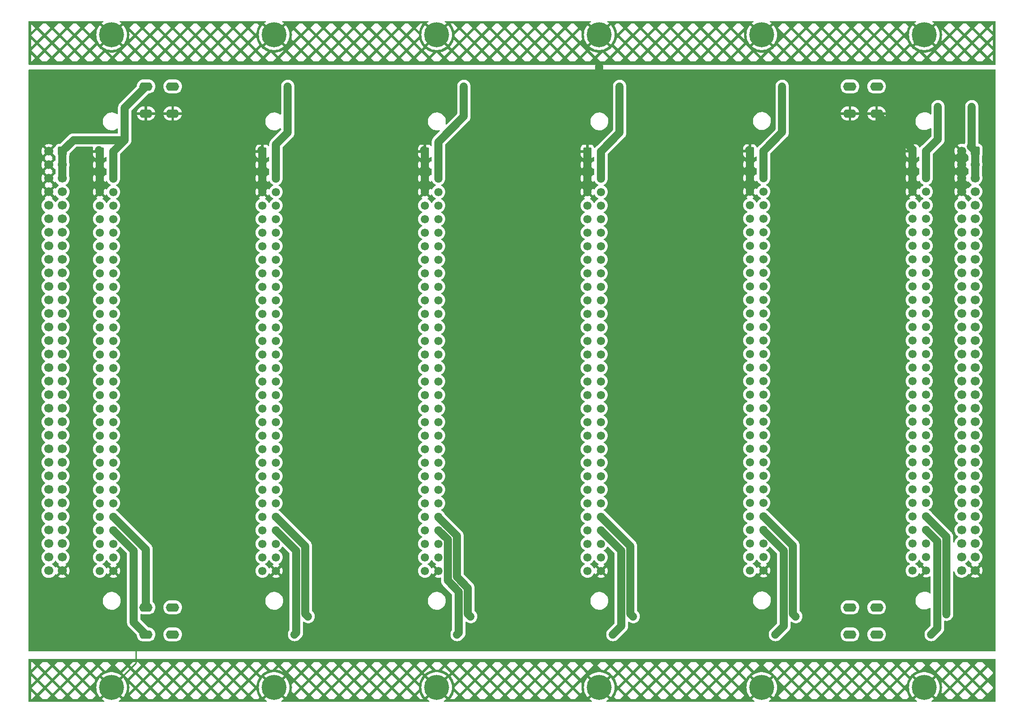
<source format=gbr>
%TF.GenerationSoftware,KiCad,Pcbnew,7.0.11+dfsg-1build4*%
%TF.CreationDate,2024-12-30T23:58:22+01:00*%
%TF.ProjectId,Z80-Backplane,5a38302d-4261-4636-9b70-6c616e652e6b,rev?*%
%TF.SameCoordinates,Original*%
%TF.FileFunction,Copper,L1,Top*%
%TF.FilePolarity,Positive*%
%FSLAX46Y46*%
G04 Gerber Fmt 4.6, Leading zero omitted, Abs format (unit mm)*
G04 Created by KiCad (PCBNEW 7.0.11+dfsg-1build4) date 2024-12-30 23:58:22*
%MOMM*%
%LPD*%
G01*
G04 APERTURE LIST*
G04 Aperture macros list*
%AMRoundRect*
0 Rectangle with rounded corners*
0 $1 Rounding radius*
0 $2 $3 $4 $5 $6 $7 $8 $9 X,Y pos of 4 corners*
0 Add a 4 corners polygon primitive as box body*
4,1,4,$2,$3,$4,$5,$6,$7,$8,$9,$2,$3,0*
0 Add four circle primitives for the rounded corners*
1,1,$1+$1,$2,$3*
1,1,$1+$1,$4,$5*
1,1,$1+$1,$6,$7*
1,1,$1+$1,$8,$9*
0 Add four rect primitives between the rounded corners*
20,1,$1+$1,$2,$3,$4,$5,0*
20,1,$1+$1,$4,$5,$6,$7,0*
20,1,$1+$1,$6,$7,$8,$9,0*
20,1,$1+$1,$8,$9,$2,$3,0*%
G04 Aperture macros list end*
%TA.AperFunction,ComponentPad*%
%ADD10RoundRect,0.249999X-0.525001X-0.525001X0.525001X-0.525001X0.525001X0.525001X-0.525001X0.525001X0*%
%TD*%
%TA.AperFunction,ComponentPad*%
%ADD11C,1.550000*%
%TD*%
%TA.AperFunction,ComponentPad*%
%ADD12C,4.700000*%
%TD*%
%TA.AperFunction,ComponentPad*%
%ADD13O,2.500000X1.600000*%
%TD*%
%TA.AperFunction,ComponentPad*%
%ADD14RoundRect,0.250000X0.600000X0.600000X-0.600000X0.600000X-0.600000X-0.600000X0.600000X-0.600000X0*%
%TD*%
%TA.AperFunction,ComponentPad*%
%ADD15C,1.700000*%
%TD*%
%TA.AperFunction,ViaPad*%
%ADD16C,0.800000*%
%TD*%
%TA.AperFunction,Conductor*%
%ADD17C,0.250000*%
%TD*%
%TA.AperFunction,Conductor*%
%ADD18C,1.500000*%
%TD*%
G04 APERTURE END LIST*
D10*
%TO.P,J3,a1,Pin_a1*%
%TO.N,GND*%
X181920000Y-71800000D03*
D11*
%TO.P,J3,a2,Pin_a2*%
X181920000Y-74340000D03*
%TO.P,J3,a3,Pin_a3*%
X181920000Y-76880000D03*
%TO.P,J3,a4,Pin_a4*%
X181920000Y-79420000D03*
%TO.P,J3,a5,Pin_a5*%
%TO.N,/MEMAQ*%
X181920000Y-81960000D03*
%TO.P,J3,a6,Pin_a6*%
%TO.N,/~{INT3}*%
X181920000Y-84500000D03*
%TO.P,J3,a7,Pin_a7*%
%TO.N,/A0*%
X181920000Y-87040000D03*
%TO.P,J3,a8,Pin_a8*%
%TO.N,/A1*%
X181920000Y-89580000D03*
%TO.P,J3,a9,Pin_a9*%
%TO.N,/A2*%
X181920000Y-92120000D03*
%TO.P,J3,a10,Pin_a10*%
%TO.N,/A3*%
X181920000Y-94660000D03*
%TO.P,J3,a11,Pin_a11*%
%TO.N,/A4*%
X181920000Y-97200000D03*
%TO.P,J3,a12,Pin_a12*%
%TO.N,/A5*%
X181920000Y-99740000D03*
%TO.P,J3,a13,Pin_a13*%
%TO.N,/A6*%
X181920000Y-102280000D03*
%TO.P,J3,a14,Pin_a14*%
%TO.N,/A7*%
X181920000Y-104820000D03*
%TO.P,J3,a15,Pin_a15*%
%TO.N,/A8*%
X181920000Y-107360000D03*
%TO.P,J3,a16,Pin_a16*%
%TO.N,/A9*%
X181920000Y-109900000D03*
%TO.P,J3,a17,Pin_a17*%
%TO.N,/A10*%
X181920000Y-112440000D03*
%TO.P,J3,a18,Pin_a18*%
%TO.N,/A11*%
X181920000Y-114980000D03*
%TO.P,J3,a19,Pin_a19*%
%TO.N,/A12*%
X181920000Y-117520000D03*
%TO.P,J3,a20,Pin_a20*%
%TO.N,/A13*%
X181920000Y-120060000D03*
%TO.P,J3,a21,Pin_a21*%
%TO.N,/A14*%
X181920000Y-122600000D03*
%TO.P,J3,a22,Pin_a22*%
%TO.N,/A15*%
X181920000Y-125140000D03*
%TO.P,J3,a23,Pin_a23*%
%TO.N,/~{BUSREQ}*%
X181920000Y-127680000D03*
%TO.P,J3,a24,Pin_a24*%
%TO.N,/~{BUSACK}*%
X181920000Y-130220000D03*
%TO.P,J3,a25,Pin_a25*%
%TO.N,/A16*%
X181920000Y-132760000D03*
%TO.P,J3,a26,Pin_a26*%
%TO.N,/A17*%
X181920000Y-135300000D03*
%TO.P,J3,a27,Pin_a27*%
%TO.N,/A18*%
X181920000Y-137840000D03*
%TO.P,J3,a28,Pin_a28*%
%TO.N,/A19*%
X181920000Y-140380000D03*
%TO.P,J3,a29,Pin_a29*%
%TO.N,/A20*%
X181920000Y-142920000D03*
%TO.P,J3,a30,Pin_a30*%
%TO.N,/A21*%
X181920000Y-145460000D03*
%TO.P,J3,a31,Pin_a31*%
%TO.N,/A22*%
X181920000Y-148000000D03*
%TO.P,J3,a32,Pin_a32*%
%TO.N,/A23*%
X181920000Y-150540000D03*
%TO.P,J3,b1,Pin_b1*%
%TO.N,+5V*%
X184460000Y-71800000D03*
%TO.P,J3,b2,Pin_b2*%
X184460000Y-74340000D03*
%TO.P,J3,b3,Pin_b3*%
X184460000Y-76880000D03*
%TO.P,J3,b4,Pin_b4*%
%TO.N,/~{INT0}*%
X184460000Y-79420000D03*
%TO.P,J3,b5,Pin_b5*%
%TO.N,/~{INT1}*%
X184460000Y-81960000D03*
%TO.P,J3,b6,Pin_b6*%
%TO.N,/~{INT2}*%
X184460000Y-84500000D03*
%TO.P,J3,b7,Pin_b7*%
%TO.N,/D0*%
X184460000Y-87040000D03*
%TO.P,J3,b8,Pin_b8*%
%TO.N,/D1*%
X184460000Y-89580000D03*
%TO.P,J3,b9,Pin_b9*%
%TO.N,/D2*%
X184460000Y-92120000D03*
%TO.P,J3,b10,Pin_b10*%
%TO.N,/D3*%
X184460000Y-94660000D03*
%TO.P,J3,b11,Pin_b11*%
%TO.N,/D4*%
X184460000Y-97200000D03*
%TO.P,J3,b12,Pin_b12*%
%TO.N,/D5*%
X184460000Y-99740000D03*
%TO.P,J3,b13,Pin_b13*%
%TO.N,/D6*%
X184460000Y-102280000D03*
%TO.P,J3,b14,Pin_b14*%
%TO.N,/D7*%
X184460000Y-104820000D03*
%TO.P,J3,b15,Pin_b15*%
%TO.N,/~{RESET}*%
X184460000Y-107360000D03*
%TO.P,J3,b16,Pin_b16*%
%TO.N,/CLK_CPU*%
X184460000Y-109900000D03*
%TO.P,J3,b17,Pin_b17*%
%TO.N,/~{INT}*%
X184460000Y-112440000D03*
%TO.P,J3,b18,Pin_b18*%
%TO.N,/~{NMI}*%
X184460000Y-114980000D03*
%TO.P,J3,b19,Pin_b19*%
%TO.N,/~{M1}*%
X184460000Y-117520000D03*
%TO.P,J3,b20,Pin_b20*%
%TO.N,/~{WAIT}*%
X184460000Y-120060000D03*
%TO.P,J3,b21,Pin_b21*%
%TO.N,/~{HALT}*%
X184460000Y-122600000D03*
%TO.P,J3,b22,Pin_b22*%
%TO.N,/~{RD}*%
X184460000Y-125140000D03*
%TO.P,J3,b23,Pin_b23*%
%TO.N,/~{WR}*%
X184460000Y-127680000D03*
%TO.P,J3,b24,Pin_b24*%
%TO.N,/~{MREQ}*%
X184460000Y-130220000D03*
%TO.P,J3,b25,Pin_b25*%
%TO.N,/~{IOREQ}*%
X184460000Y-132760000D03*
%TO.P,J3,b26,Pin_b26*%
%TO.N,unconnected-(J3-Pin_b26-Padb26)*%
X184460000Y-135300000D03*
%TO.P,J3,b27,Pin_b27*%
%TO.N,unconnected-(J3-Pin_b27-Padb27)*%
X184460000Y-137840000D03*
%TO.P,J3,b28,Pin_b28*%
%TO.N,+12V*%
X184460000Y-140380000D03*
%TO.P,J3,b29,Pin_b29*%
%TO.N,-12V*%
X184460000Y-142920000D03*
%TO.P,J3,b30,Pin_b30*%
%TO.N,unconnected-(J3-Pin_b30-Padb30)*%
X184460000Y-145460000D03*
%TO.P,J3,b31,Pin_b31*%
%TO.N,unconnected-(J3-Pin_b31-Padb31)*%
X184460000Y-148000000D03*
%TO.P,J3,b32,Pin_b32*%
%TO.N,GND*%
X184460000Y-150540000D03*
%TD*%
D10*
%TO.P,J4,a1,Pin_a1*%
%TO.N,GND*%
X212400000Y-71830000D03*
D11*
%TO.P,J4,a2,Pin_a2*%
X212400000Y-74370000D03*
%TO.P,J4,a3,Pin_a3*%
X212400000Y-76910000D03*
%TO.P,J4,a4,Pin_a4*%
X212400000Y-79450000D03*
%TO.P,J4,a5,Pin_a5*%
%TO.N,/MEMAQ*%
X212400000Y-81990000D03*
%TO.P,J4,a6,Pin_a6*%
%TO.N,/~{INT3}*%
X212400000Y-84530000D03*
%TO.P,J4,a7,Pin_a7*%
%TO.N,/A0*%
X212400000Y-87070000D03*
%TO.P,J4,a8,Pin_a8*%
%TO.N,/A1*%
X212400000Y-89610000D03*
%TO.P,J4,a9,Pin_a9*%
%TO.N,/A2*%
X212400000Y-92150000D03*
%TO.P,J4,a10,Pin_a10*%
%TO.N,/A3*%
X212400000Y-94690000D03*
%TO.P,J4,a11,Pin_a11*%
%TO.N,/A4*%
X212400000Y-97230000D03*
%TO.P,J4,a12,Pin_a12*%
%TO.N,/A5*%
X212400000Y-99770000D03*
%TO.P,J4,a13,Pin_a13*%
%TO.N,/A6*%
X212400000Y-102310000D03*
%TO.P,J4,a14,Pin_a14*%
%TO.N,/A7*%
X212400000Y-104850000D03*
%TO.P,J4,a15,Pin_a15*%
%TO.N,/A8*%
X212400000Y-107390000D03*
%TO.P,J4,a16,Pin_a16*%
%TO.N,/A9*%
X212400000Y-109930000D03*
%TO.P,J4,a17,Pin_a17*%
%TO.N,/A10*%
X212400000Y-112470000D03*
%TO.P,J4,a18,Pin_a18*%
%TO.N,/A11*%
X212400000Y-115010000D03*
%TO.P,J4,a19,Pin_a19*%
%TO.N,/A12*%
X212400000Y-117550000D03*
%TO.P,J4,a20,Pin_a20*%
%TO.N,/A13*%
X212400000Y-120090000D03*
%TO.P,J4,a21,Pin_a21*%
%TO.N,/A14*%
X212400000Y-122630000D03*
%TO.P,J4,a22,Pin_a22*%
%TO.N,/A15*%
X212400000Y-125170000D03*
%TO.P,J4,a23,Pin_a23*%
%TO.N,/~{BUSREQ}*%
X212400000Y-127710000D03*
%TO.P,J4,a24,Pin_a24*%
%TO.N,/~{BUSACK}*%
X212400000Y-130250000D03*
%TO.P,J4,a25,Pin_a25*%
%TO.N,/A16*%
X212400000Y-132790000D03*
%TO.P,J4,a26,Pin_a26*%
%TO.N,/A17*%
X212400000Y-135330000D03*
%TO.P,J4,a27,Pin_a27*%
%TO.N,/A18*%
X212400000Y-137870000D03*
%TO.P,J4,a28,Pin_a28*%
%TO.N,/A19*%
X212400000Y-140410000D03*
%TO.P,J4,a29,Pin_a29*%
%TO.N,/A20*%
X212400000Y-142950000D03*
%TO.P,J4,a30,Pin_a30*%
%TO.N,/A21*%
X212400000Y-145490000D03*
%TO.P,J4,a31,Pin_a31*%
%TO.N,/A22*%
X212400000Y-148030000D03*
%TO.P,J4,a32,Pin_a32*%
%TO.N,/A23*%
X212400000Y-150570000D03*
%TO.P,J4,b1,Pin_b1*%
%TO.N,+5V*%
X214940000Y-71830000D03*
%TO.P,J4,b2,Pin_b2*%
X214940000Y-74370000D03*
%TO.P,J4,b3,Pin_b3*%
X214940000Y-76910000D03*
%TO.P,J4,b4,Pin_b4*%
%TO.N,/~{INT0}*%
X214940000Y-79450000D03*
%TO.P,J4,b5,Pin_b5*%
%TO.N,/~{INT1}*%
X214940000Y-81990000D03*
%TO.P,J4,b6,Pin_b6*%
%TO.N,/~{INT2}*%
X214940000Y-84530000D03*
%TO.P,J4,b7,Pin_b7*%
%TO.N,/D0*%
X214940000Y-87070000D03*
%TO.P,J4,b8,Pin_b8*%
%TO.N,/D1*%
X214940000Y-89610000D03*
%TO.P,J4,b9,Pin_b9*%
%TO.N,/D2*%
X214940000Y-92150000D03*
%TO.P,J4,b10,Pin_b10*%
%TO.N,/D3*%
X214940000Y-94690000D03*
%TO.P,J4,b11,Pin_b11*%
%TO.N,/D4*%
X214940000Y-97230000D03*
%TO.P,J4,b12,Pin_b12*%
%TO.N,/D5*%
X214940000Y-99770000D03*
%TO.P,J4,b13,Pin_b13*%
%TO.N,/D6*%
X214940000Y-102310000D03*
%TO.P,J4,b14,Pin_b14*%
%TO.N,/D7*%
X214940000Y-104850000D03*
%TO.P,J4,b15,Pin_b15*%
%TO.N,/~{RESET}*%
X214940000Y-107390000D03*
%TO.P,J4,b16,Pin_b16*%
%TO.N,/CLK_CPU*%
X214940000Y-109930000D03*
%TO.P,J4,b17,Pin_b17*%
%TO.N,/~{INT}*%
X214940000Y-112470000D03*
%TO.P,J4,b18,Pin_b18*%
%TO.N,/~{NMI}*%
X214940000Y-115010000D03*
%TO.P,J4,b19,Pin_b19*%
%TO.N,/~{M1}*%
X214940000Y-117550000D03*
%TO.P,J4,b20,Pin_b20*%
%TO.N,/~{WAIT}*%
X214940000Y-120090000D03*
%TO.P,J4,b21,Pin_b21*%
%TO.N,/~{HALT}*%
X214940000Y-122630000D03*
%TO.P,J4,b22,Pin_b22*%
%TO.N,/~{RD}*%
X214940000Y-125170000D03*
%TO.P,J4,b23,Pin_b23*%
%TO.N,/~{WR}*%
X214940000Y-127710000D03*
%TO.P,J4,b24,Pin_b24*%
%TO.N,/~{MREQ}*%
X214940000Y-130250000D03*
%TO.P,J4,b25,Pin_b25*%
%TO.N,/~{IOREQ}*%
X214940000Y-132790000D03*
%TO.P,J4,b26,Pin_b26*%
%TO.N,unconnected-(J4-Pin_b26-Padb26)*%
X214940000Y-135330000D03*
%TO.P,J4,b27,Pin_b27*%
%TO.N,unconnected-(J4-Pin_b27-Padb27)*%
X214940000Y-137870000D03*
%TO.P,J4,b28,Pin_b28*%
%TO.N,+12V*%
X214940000Y-140410000D03*
%TO.P,J4,b29,Pin_b29*%
%TO.N,-12V*%
X214940000Y-142950000D03*
%TO.P,J4,b30,Pin_b30*%
%TO.N,unconnected-(J4-Pin_b30-Padb30)*%
X214940000Y-145490000D03*
%TO.P,J4,b31,Pin_b31*%
%TO.N,unconnected-(J4-Pin_b31-Padb31)*%
X214940000Y-148030000D03*
%TO.P,J4,b32,Pin_b32*%
%TO.N,GND*%
X214940000Y-150570000D03*
%TD*%
D12*
%TO.P,H3,1,1*%
%TO.N,GND*%
X184120000Y-50000000D03*
%TD*%
%TO.P,H8,1,1*%
%TO.N,GND*%
X92680000Y-172500000D03*
%TD*%
%TO.P,H12,1,1*%
%TO.N,GND*%
X92680000Y-50000000D03*
%TD*%
%TO.P,H10,1,1*%
%TO.N,GND*%
X62200000Y-172500000D03*
%TD*%
D10*
%TO.P,J14,a1,Pin_a1*%
%TO.N,GND*%
X60000000Y-71880000D03*
D11*
%TO.P,J14,a2,Pin_a2*%
X60000000Y-74420000D03*
%TO.P,J14,a3,Pin_a3*%
X60000000Y-76960000D03*
%TO.P,J14,a4,Pin_a4*%
X60000000Y-79500000D03*
%TO.P,J14,a5,Pin_a5*%
%TO.N,/MEMAQ*%
X60000000Y-82040000D03*
%TO.P,J14,a6,Pin_a6*%
%TO.N,/~{INT3}*%
X60000000Y-84580000D03*
%TO.P,J14,a7,Pin_a7*%
%TO.N,/A0*%
X60000000Y-87120000D03*
%TO.P,J14,a8,Pin_a8*%
%TO.N,/A1*%
X60000000Y-89660000D03*
%TO.P,J14,a9,Pin_a9*%
%TO.N,/A2*%
X60000000Y-92200000D03*
%TO.P,J14,a10,Pin_a10*%
%TO.N,/A3*%
X60000000Y-94740000D03*
%TO.P,J14,a11,Pin_a11*%
%TO.N,/A4*%
X60000000Y-97280000D03*
%TO.P,J14,a12,Pin_a12*%
%TO.N,/A5*%
X60000000Y-99820000D03*
%TO.P,J14,a13,Pin_a13*%
%TO.N,/A6*%
X60000000Y-102360000D03*
%TO.P,J14,a14,Pin_a14*%
%TO.N,/A7*%
X60000000Y-104900000D03*
%TO.P,J14,a15,Pin_a15*%
%TO.N,/A8*%
X60000000Y-107440000D03*
%TO.P,J14,a16,Pin_a16*%
%TO.N,/A9*%
X60000000Y-109980000D03*
%TO.P,J14,a17,Pin_a17*%
%TO.N,/A10*%
X60000000Y-112520000D03*
%TO.P,J14,a18,Pin_a18*%
%TO.N,/A11*%
X60000000Y-115060000D03*
%TO.P,J14,a19,Pin_a19*%
%TO.N,/A12*%
X60000000Y-117600000D03*
%TO.P,J14,a20,Pin_a20*%
%TO.N,/A13*%
X60000000Y-120140000D03*
%TO.P,J14,a21,Pin_a21*%
%TO.N,/A14*%
X60000000Y-122680000D03*
%TO.P,J14,a22,Pin_a22*%
%TO.N,/A15*%
X60000000Y-125220000D03*
%TO.P,J14,a23,Pin_a23*%
%TO.N,/~{BUSREQ}*%
X60000000Y-127760000D03*
%TO.P,J14,a24,Pin_a24*%
%TO.N,/~{BUSACK}*%
X60000000Y-130300000D03*
%TO.P,J14,a25,Pin_a25*%
%TO.N,/A16*%
X60000000Y-132840000D03*
%TO.P,J14,a26,Pin_a26*%
%TO.N,/A17*%
X60000000Y-135380000D03*
%TO.P,J14,a27,Pin_a27*%
%TO.N,/A18*%
X60000000Y-137920000D03*
%TO.P,J14,a28,Pin_a28*%
%TO.N,/A19*%
X60000000Y-140460000D03*
%TO.P,J14,a29,Pin_a29*%
%TO.N,/A20*%
X60000000Y-143000000D03*
%TO.P,J14,a30,Pin_a30*%
%TO.N,/A21*%
X60000000Y-145540000D03*
%TO.P,J14,a31,Pin_a31*%
%TO.N,/A22*%
X60000000Y-148080000D03*
%TO.P,J14,a32,Pin_a32*%
%TO.N,/A23*%
X60000000Y-150620000D03*
%TO.P,J14,b1,Pin_b1*%
%TO.N,+5V*%
X62540000Y-71880000D03*
%TO.P,J14,b2,Pin_b2*%
X62540000Y-74420000D03*
%TO.P,J14,b3,Pin_b3*%
X62540000Y-76960000D03*
%TO.P,J14,b4,Pin_b4*%
%TO.N,/~{INT0}*%
X62540000Y-79500000D03*
%TO.P,J14,b5,Pin_b5*%
%TO.N,/~{INT1}*%
X62540000Y-82040000D03*
%TO.P,J14,b6,Pin_b6*%
%TO.N,/~{INT2}*%
X62540000Y-84580000D03*
%TO.P,J14,b7,Pin_b7*%
%TO.N,/D0*%
X62540000Y-87120000D03*
%TO.P,J14,b8,Pin_b8*%
%TO.N,/D1*%
X62540000Y-89660000D03*
%TO.P,J14,b9,Pin_b9*%
%TO.N,/D2*%
X62540000Y-92200000D03*
%TO.P,J14,b10,Pin_b10*%
%TO.N,/D3*%
X62540000Y-94740000D03*
%TO.P,J14,b11,Pin_b11*%
%TO.N,/D4*%
X62540000Y-97280000D03*
%TO.P,J14,b12,Pin_b12*%
%TO.N,/D5*%
X62540000Y-99820000D03*
%TO.P,J14,b13,Pin_b13*%
%TO.N,/D6*%
X62540000Y-102360000D03*
%TO.P,J14,b14,Pin_b14*%
%TO.N,/D7*%
X62540000Y-104900000D03*
%TO.P,J14,b15,Pin_b15*%
%TO.N,/~{RESET}*%
X62540000Y-107440000D03*
%TO.P,J14,b16,Pin_b16*%
%TO.N,/CLK_CPU*%
X62540000Y-109980000D03*
%TO.P,J14,b17,Pin_b17*%
%TO.N,/~{INT}*%
X62540000Y-112520000D03*
%TO.P,J14,b18,Pin_b18*%
%TO.N,/~{NMI}*%
X62540000Y-115060000D03*
%TO.P,J14,b19,Pin_b19*%
%TO.N,/~{M1}*%
X62540000Y-117600000D03*
%TO.P,J14,b20,Pin_b20*%
%TO.N,/~{WAIT}*%
X62540000Y-120140000D03*
%TO.P,J14,b21,Pin_b21*%
%TO.N,/~{HALT}*%
X62540000Y-122680000D03*
%TO.P,J14,b22,Pin_b22*%
%TO.N,/~{RD}*%
X62540000Y-125220000D03*
%TO.P,J14,b23,Pin_b23*%
%TO.N,/~{WR}*%
X62540000Y-127760000D03*
%TO.P,J14,b24,Pin_b24*%
%TO.N,/~{MREQ}*%
X62540000Y-130300000D03*
%TO.P,J14,b25,Pin_b25*%
%TO.N,/~{IOREQ}*%
X62540000Y-132840000D03*
%TO.P,J14,b26,Pin_b26*%
%TO.N,unconnected-(J14-Pin_b26-Padb26)*%
X62540000Y-135380000D03*
%TO.P,J14,b27,Pin_b27*%
%TO.N,unconnected-(J14-Pin_b27-Padb27)*%
X62540000Y-137920000D03*
%TO.P,J14,b28,Pin_b28*%
%TO.N,+12V*%
X62540000Y-140460000D03*
%TO.P,J14,b29,Pin_b29*%
%TO.N,-12V*%
X62540000Y-143000000D03*
%TO.P,J14,b30,Pin_b30*%
%TO.N,unconnected-(J14-Pin_b30-Padb30)*%
X62540000Y-145540000D03*
%TO.P,J14,b31,Pin_b31*%
%TO.N,unconnected-(J14-Pin_b31-Padb31)*%
X62540000Y-148080000D03*
%TO.P,J14,b32,Pin_b32*%
%TO.N,GND*%
X62540000Y-150620000D03*
%TD*%
D12*
%TO.P,H1,1,1*%
%TO.N,GND*%
X214600000Y-50000000D03*
%TD*%
%TO.P,H5,1,1*%
%TO.N,GND*%
X153640000Y-50000000D03*
%TD*%
%TO.P,H9,1,1*%
%TO.N,GND*%
X123160000Y-172500000D03*
%TD*%
D10*
%TO.P,J2,a1,Pin_a1*%
%TO.N,GND*%
X151440000Y-71880000D03*
D11*
%TO.P,J2,a2,Pin_a2*%
X151440000Y-74420000D03*
%TO.P,J2,a3,Pin_a3*%
X151440000Y-76960000D03*
%TO.P,J2,a4,Pin_a4*%
X151440000Y-79500000D03*
%TO.P,J2,a5,Pin_a5*%
%TO.N,/MEMAQ*%
X151440000Y-82040000D03*
%TO.P,J2,a6,Pin_a6*%
%TO.N,/~{INT3}*%
X151440000Y-84580000D03*
%TO.P,J2,a7,Pin_a7*%
%TO.N,/A0*%
X151440000Y-87120000D03*
%TO.P,J2,a8,Pin_a8*%
%TO.N,/A1*%
X151440000Y-89660000D03*
%TO.P,J2,a9,Pin_a9*%
%TO.N,/A2*%
X151440000Y-92200000D03*
%TO.P,J2,a10,Pin_a10*%
%TO.N,/A3*%
X151440000Y-94740000D03*
%TO.P,J2,a11,Pin_a11*%
%TO.N,/A4*%
X151440000Y-97280000D03*
%TO.P,J2,a12,Pin_a12*%
%TO.N,/A5*%
X151440000Y-99820000D03*
%TO.P,J2,a13,Pin_a13*%
%TO.N,/A6*%
X151440000Y-102360000D03*
%TO.P,J2,a14,Pin_a14*%
%TO.N,/A7*%
X151440000Y-104900000D03*
%TO.P,J2,a15,Pin_a15*%
%TO.N,/A8*%
X151440000Y-107440000D03*
%TO.P,J2,a16,Pin_a16*%
%TO.N,/A9*%
X151440000Y-109980000D03*
%TO.P,J2,a17,Pin_a17*%
%TO.N,/A10*%
X151440000Y-112520000D03*
%TO.P,J2,a18,Pin_a18*%
%TO.N,/A11*%
X151440000Y-115060000D03*
%TO.P,J2,a19,Pin_a19*%
%TO.N,/A12*%
X151440000Y-117600000D03*
%TO.P,J2,a20,Pin_a20*%
%TO.N,/A13*%
X151440000Y-120140000D03*
%TO.P,J2,a21,Pin_a21*%
%TO.N,/A14*%
X151440000Y-122680000D03*
%TO.P,J2,a22,Pin_a22*%
%TO.N,/A15*%
X151440000Y-125220000D03*
%TO.P,J2,a23,Pin_a23*%
%TO.N,/~{BUSREQ}*%
X151440000Y-127760000D03*
%TO.P,J2,a24,Pin_a24*%
%TO.N,/~{BUSACK}*%
X151440000Y-130300000D03*
%TO.P,J2,a25,Pin_a25*%
%TO.N,/A16*%
X151440000Y-132840000D03*
%TO.P,J2,a26,Pin_a26*%
%TO.N,/A17*%
X151440000Y-135380000D03*
%TO.P,J2,a27,Pin_a27*%
%TO.N,/A18*%
X151440000Y-137920000D03*
%TO.P,J2,a28,Pin_a28*%
%TO.N,/A19*%
X151440000Y-140460000D03*
%TO.P,J2,a29,Pin_a29*%
%TO.N,/A20*%
X151440000Y-143000000D03*
%TO.P,J2,a30,Pin_a30*%
%TO.N,/A21*%
X151440000Y-145540000D03*
%TO.P,J2,a31,Pin_a31*%
%TO.N,/A22*%
X151440000Y-148080000D03*
%TO.P,J2,a32,Pin_a32*%
%TO.N,/A23*%
X151440000Y-150620000D03*
%TO.P,J2,b1,Pin_b1*%
%TO.N,+5V*%
X153980000Y-71880000D03*
%TO.P,J2,b2,Pin_b2*%
X153980000Y-74420000D03*
%TO.P,J2,b3,Pin_b3*%
X153980000Y-76960000D03*
%TO.P,J2,b4,Pin_b4*%
%TO.N,/~{INT0}*%
X153980000Y-79500000D03*
%TO.P,J2,b5,Pin_b5*%
%TO.N,/~{INT1}*%
X153980000Y-82040000D03*
%TO.P,J2,b6,Pin_b6*%
%TO.N,/~{INT2}*%
X153980000Y-84580000D03*
%TO.P,J2,b7,Pin_b7*%
%TO.N,/D0*%
X153980000Y-87120000D03*
%TO.P,J2,b8,Pin_b8*%
%TO.N,/D1*%
X153980000Y-89660000D03*
%TO.P,J2,b9,Pin_b9*%
%TO.N,/D2*%
X153980000Y-92200000D03*
%TO.P,J2,b10,Pin_b10*%
%TO.N,/D3*%
X153980000Y-94740000D03*
%TO.P,J2,b11,Pin_b11*%
%TO.N,/D4*%
X153980000Y-97280000D03*
%TO.P,J2,b12,Pin_b12*%
%TO.N,/D5*%
X153980000Y-99820000D03*
%TO.P,J2,b13,Pin_b13*%
%TO.N,/D6*%
X153980000Y-102360000D03*
%TO.P,J2,b14,Pin_b14*%
%TO.N,/D7*%
X153980000Y-104900000D03*
%TO.P,J2,b15,Pin_b15*%
%TO.N,/~{RESET}*%
X153980000Y-107440000D03*
%TO.P,J2,b16,Pin_b16*%
%TO.N,/CLK_CPU*%
X153980000Y-109980000D03*
%TO.P,J2,b17,Pin_b17*%
%TO.N,/~{INT}*%
X153980000Y-112520000D03*
%TO.P,J2,b18,Pin_b18*%
%TO.N,/~{NMI}*%
X153980000Y-115060000D03*
%TO.P,J2,b19,Pin_b19*%
%TO.N,/~{M1}*%
X153980000Y-117600000D03*
%TO.P,J2,b20,Pin_b20*%
%TO.N,/~{WAIT}*%
X153980000Y-120140000D03*
%TO.P,J2,b21,Pin_b21*%
%TO.N,/~{HALT}*%
X153980000Y-122680000D03*
%TO.P,J2,b22,Pin_b22*%
%TO.N,/~{RD}*%
X153980000Y-125220000D03*
%TO.P,J2,b23,Pin_b23*%
%TO.N,/~{WR}*%
X153980000Y-127760000D03*
%TO.P,J2,b24,Pin_b24*%
%TO.N,/~{MREQ}*%
X153980000Y-130300000D03*
%TO.P,J2,b25,Pin_b25*%
%TO.N,/~{IOREQ}*%
X153980000Y-132840000D03*
%TO.P,J2,b26,Pin_b26*%
%TO.N,unconnected-(J2-Pin_b26-Padb26)*%
X153980000Y-135380000D03*
%TO.P,J2,b27,Pin_b27*%
%TO.N,unconnected-(J2-Pin_b27-Padb27)*%
X153980000Y-137920000D03*
%TO.P,J2,b28,Pin_b28*%
%TO.N,+12V*%
X153980000Y-140460000D03*
%TO.P,J2,b29,Pin_b29*%
%TO.N,-12V*%
X153980000Y-143000000D03*
%TO.P,J2,b30,Pin_b30*%
%TO.N,unconnected-(J2-Pin_b30-Padb30)*%
X153980000Y-145540000D03*
%TO.P,J2,b31,Pin_b31*%
%TO.N,unconnected-(J2-Pin_b31-Padb31)*%
X153980000Y-148080000D03*
%TO.P,J2,b32,Pin_b32*%
%TO.N,GND*%
X153980000Y-150620000D03*
%TD*%
D12*
%TO.P,H4,1,1*%
%TO.N,GND*%
X214600000Y-172500000D03*
%TD*%
%TO.P,H6,1,1*%
%TO.N,GND*%
X153640000Y-172500000D03*
%TD*%
D10*
%TO.P,J15,a1,Pin_a1*%
%TO.N,GND*%
X90480000Y-71880000D03*
D11*
%TO.P,J15,a2,Pin_a2*%
X90480000Y-74420000D03*
%TO.P,J15,a3,Pin_a3*%
X90480000Y-76960000D03*
%TO.P,J15,a4,Pin_a4*%
X90480000Y-79500000D03*
%TO.P,J15,a5,Pin_a5*%
%TO.N,/MEMAQ*%
X90480000Y-82040000D03*
%TO.P,J15,a6,Pin_a6*%
%TO.N,/~{INT3}*%
X90480000Y-84580000D03*
%TO.P,J15,a7,Pin_a7*%
%TO.N,/A0*%
X90480000Y-87120000D03*
%TO.P,J15,a8,Pin_a8*%
%TO.N,/A1*%
X90480000Y-89660000D03*
%TO.P,J15,a9,Pin_a9*%
%TO.N,/A2*%
X90480000Y-92200000D03*
%TO.P,J15,a10,Pin_a10*%
%TO.N,/A3*%
X90480000Y-94740000D03*
%TO.P,J15,a11,Pin_a11*%
%TO.N,/A4*%
X90480000Y-97280000D03*
%TO.P,J15,a12,Pin_a12*%
%TO.N,/A5*%
X90480000Y-99820000D03*
%TO.P,J15,a13,Pin_a13*%
%TO.N,/A6*%
X90480000Y-102360000D03*
%TO.P,J15,a14,Pin_a14*%
%TO.N,/A7*%
X90480000Y-104900000D03*
%TO.P,J15,a15,Pin_a15*%
%TO.N,/A8*%
X90480000Y-107440000D03*
%TO.P,J15,a16,Pin_a16*%
%TO.N,/A9*%
X90480000Y-109980000D03*
%TO.P,J15,a17,Pin_a17*%
%TO.N,/A10*%
X90480000Y-112520000D03*
%TO.P,J15,a18,Pin_a18*%
%TO.N,/A11*%
X90480000Y-115060000D03*
%TO.P,J15,a19,Pin_a19*%
%TO.N,/A12*%
X90480000Y-117600000D03*
%TO.P,J15,a20,Pin_a20*%
%TO.N,/A13*%
X90480000Y-120140000D03*
%TO.P,J15,a21,Pin_a21*%
%TO.N,/A14*%
X90480000Y-122680000D03*
%TO.P,J15,a22,Pin_a22*%
%TO.N,/A15*%
X90480000Y-125220000D03*
%TO.P,J15,a23,Pin_a23*%
%TO.N,/~{BUSREQ}*%
X90480000Y-127760000D03*
%TO.P,J15,a24,Pin_a24*%
%TO.N,/~{BUSACK}*%
X90480000Y-130300000D03*
%TO.P,J15,a25,Pin_a25*%
%TO.N,/A16*%
X90480000Y-132840000D03*
%TO.P,J15,a26,Pin_a26*%
%TO.N,/A17*%
X90480000Y-135380000D03*
%TO.P,J15,a27,Pin_a27*%
%TO.N,/A18*%
X90480000Y-137920000D03*
%TO.P,J15,a28,Pin_a28*%
%TO.N,/A19*%
X90480000Y-140460000D03*
%TO.P,J15,a29,Pin_a29*%
%TO.N,/A20*%
X90480000Y-143000000D03*
%TO.P,J15,a30,Pin_a30*%
%TO.N,/A21*%
X90480000Y-145540000D03*
%TO.P,J15,a31,Pin_a31*%
%TO.N,/A22*%
X90480000Y-148080000D03*
%TO.P,J15,a32,Pin_a32*%
%TO.N,/A23*%
X90480000Y-150620000D03*
%TO.P,J15,b1,Pin_b1*%
%TO.N,+5V*%
X93020000Y-71880000D03*
%TO.P,J15,b2,Pin_b2*%
X93020000Y-74420000D03*
%TO.P,J15,b3,Pin_b3*%
X93020000Y-76960000D03*
%TO.P,J15,b4,Pin_b4*%
%TO.N,/~{INT0}*%
X93020000Y-79500000D03*
%TO.P,J15,b5,Pin_b5*%
%TO.N,/~{INT1}*%
X93020000Y-82040000D03*
%TO.P,J15,b6,Pin_b6*%
%TO.N,/~{INT2}*%
X93020000Y-84580000D03*
%TO.P,J15,b7,Pin_b7*%
%TO.N,/D0*%
X93020000Y-87120000D03*
%TO.P,J15,b8,Pin_b8*%
%TO.N,/D1*%
X93020000Y-89660000D03*
%TO.P,J15,b9,Pin_b9*%
%TO.N,/D2*%
X93020000Y-92200000D03*
%TO.P,J15,b10,Pin_b10*%
%TO.N,/D3*%
X93020000Y-94740000D03*
%TO.P,J15,b11,Pin_b11*%
%TO.N,/D4*%
X93020000Y-97280000D03*
%TO.P,J15,b12,Pin_b12*%
%TO.N,/D5*%
X93020000Y-99820000D03*
%TO.P,J15,b13,Pin_b13*%
%TO.N,/D6*%
X93020000Y-102360000D03*
%TO.P,J15,b14,Pin_b14*%
%TO.N,/D7*%
X93020000Y-104900000D03*
%TO.P,J15,b15,Pin_b15*%
%TO.N,/~{RESET}*%
X93020000Y-107440000D03*
%TO.P,J15,b16,Pin_b16*%
%TO.N,/CLK_CPU*%
X93020000Y-109980000D03*
%TO.P,J15,b17,Pin_b17*%
%TO.N,/~{INT}*%
X93020000Y-112520000D03*
%TO.P,J15,b18,Pin_b18*%
%TO.N,/~{NMI}*%
X93020000Y-115060000D03*
%TO.P,J15,b19,Pin_b19*%
%TO.N,/~{M1}*%
X93020000Y-117600000D03*
%TO.P,J15,b20,Pin_b20*%
%TO.N,/~{WAIT}*%
X93020000Y-120140000D03*
%TO.P,J15,b21,Pin_b21*%
%TO.N,/~{HALT}*%
X93020000Y-122680000D03*
%TO.P,J15,b22,Pin_b22*%
%TO.N,/~{RD}*%
X93020000Y-125220000D03*
%TO.P,J15,b23,Pin_b23*%
%TO.N,/~{WR}*%
X93020000Y-127760000D03*
%TO.P,J15,b24,Pin_b24*%
%TO.N,/~{MREQ}*%
X93020000Y-130300000D03*
%TO.P,J15,b25,Pin_b25*%
%TO.N,/~{IOREQ}*%
X93020000Y-132840000D03*
%TO.P,J15,b26,Pin_b26*%
%TO.N,unconnected-(J15-Pin_b26-Padb26)*%
X93020000Y-135380000D03*
%TO.P,J15,b27,Pin_b27*%
%TO.N,unconnected-(J15-Pin_b27-Padb27)*%
X93020000Y-137920000D03*
%TO.P,J15,b28,Pin_b28*%
%TO.N,+12V*%
X93020000Y-140460000D03*
%TO.P,J15,b29,Pin_b29*%
%TO.N,-12V*%
X93020000Y-143000000D03*
%TO.P,J15,b30,Pin_b30*%
%TO.N,unconnected-(J15-Pin_b30-Padb30)*%
X93020000Y-145540000D03*
%TO.P,J15,b31,Pin_b31*%
%TO.N,unconnected-(J15-Pin_b31-Padb31)*%
X93020000Y-148080000D03*
%TO.P,J15,b32,Pin_b32*%
%TO.N,GND*%
X93020000Y-150620000D03*
%TD*%
D12*
%TO.P,H11,1,1*%
%TO.N,GND*%
X62200000Y-50000000D03*
%TD*%
%TO.P,H2,1,1*%
%TO.N,GND*%
X184120000Y-172500000D03*
%TD*%
D10*
%TO.P,J9,a1,Pin_a1*%
%TO.N,GND*%
X120960000Y-71880000D03*
D11*
%TO.P,J9,a2,Pin_a2*%
X120960000Y-74420000D03*
%TO.P,J9,a3,Pin_a3*%
X120960000Y-76960000D03*
%TO.P,J9,a4,Pin_a4*%
X120960000Y-79500000D03*
%TO.P,J9,a5,Pin_a5*%
%TO.N,/MEMAQ*%
X120960000Y-82040000D03*
%TO.P,J9,a6,Pin_a6*%
%TO.N,/~{INT3}*%
X120960000Y-84580000D03*
%TO.P,J9,a7,Pin_a7*%
%TO.N,/A0*%
X120960000Y-87120000D03*
%TO.P,J9,a8,Pin_a8*%
%TO.N,/A1*%
X120960000Y-89660000D03*
%TO.P,J9,a9,Pin_a9*%
%TO.N,/A2*%
X120960000Y-92200000D03*
%TO.P,J9,a10,Pin_a10*%
%TO.N,/A3*%
X120960000Y-94740000D03*
%TO.P,J9,a11,Pin_a11*%
%TO.N,/A4*%
X120960000Y-97280000D03*
%TO.P,J9,a12,Pin_a12*%
%TO.N,/A5*%
X120960000Y-99820000D03*
%TO.P,J9,a13,Pin_a13*%
%TO.N,/A6*%
X120960000Y-102360000D03*
%TO.P,J9,a14,Pin_a14*%
%TO.N,/A7*%
X120960000Y-104900000D03*
%TO.P,J9,a15,Pin_a15*%
%TO.N,/A8*%
X120960000Y-107440000D03*
%TO.P,J9,a16,Pin_a16*%
%TO.N,/A9*%
X120960000Y-109980000D03*
%TO.P,J9,a17,Pin_a17*%
%TO.N,/A10*%
X120960000Y-112520000D03*
%TO.P,J9,a18,Pin_a18*%
%TO.N,/A11*%
X120960000Y-115060000D03*
%TO.P,J9,a19,Pin_a19*%
%TO.N,/A12*%
X120960000Y-117600000D03*
%TO.P,J9,a20,Pin_a20*%
%TO.N,/A13*%
X120960000Y-120140000D03*
%TO.P,J9,a21,Pin_a21*%
%TO.N,/A14*%
X120960000Y-122680000D03*
%TO.P,J9,a22,Pin_a22*%
%TO.N,/A15*%
X120960000Y-125220000D03*
%TO.P,J9,a23,Pin_a23*%
%TO.N,/~{BUSREQ}*%
X120960000Y-127760000D03*
%TO.P,J9,a24,Pin_a24*%
%TO.N,/~{BUSACK}*%
X120960000Y-130300000D03*
%TO.P,J9,a25,Pin_a25*%
%TO.N,/A16*%
X120960000Y-132840000D03*
%TO.P,J9,a26,Pin_a26*%
%TO.N,/A17*%
X120960000Y-135380000D03*
%TO.P,J9,a27,Pin_a27*%
%TO.N,/A18*%
X120960000Y-137920000D03*
%TO.P,J9,a28,Pin_a28*%
%TO.N,/A19*%
X120960000Y-140460000D03*
%TO.P,J9,a29,Pin_a29*%
%TO.N,/A20*%
X120960000Y-143000000D03*
%TO.P,J9,a30,Pin_a30*%
%TO.N,/A21*%
X120960000Y-145540000D03*
%TO.P,J9,a31,Pin_a31*%
%TO.N,/A22*%
X120960000Y-148080000D03*
%TO.P,J9,a32,Pin_a32*%
%TO.N,/A23*%
X120960000Y-150620000D03*
%TO.P,J9,b1,Pin_b1*%
%TO.N,+5V*%
X123500000Y-71880000D03*
%TO.P,J9,b2,Pin_b2*%
X123500000Y-74420000D03*
%TO.P,J9,b3,Pin_b3*%
X123500000Y-76960000D03*
%TO.P,J9,b4,Pin_b4*%
%TO.N,/~{INT0}*%
X123500000Y-79500000D03*
%TO.P,J9,b5,Pin_b5*%
%TO.N,/~{INT1}*%
X123500000Y-82040000D03*
%TO.P,J9,b6,Pin_b6*%
%TO.N,/~{INT2}*%
X123500000Y-84580000D03*
%TO.P,J9,b7,Pin_b7*%
%TO.N,/D0*%
X123500000Y-87120000D03*
%TO.P,J9,b8,Pin_b8*%
%TO.N,/D1*%
X123500000Y-89660000D03*
%TO.P,J9,b9,Pin_b9*%
%TO.N,/D2*%
X123500000Y-92200000D03*
%TO.P,J9,b10,Pin_b10*%
%TO.N,/D3*%
X123500000Y-94740000D03*
%TO.P,J9,b11,Pin_b11*%
%TO.N,/D4*%
X123500000Y-97280000D03*
%TO.P,J9,b12,Pin_b12*%
%TO.N,/D5*%
X123500000Y-99820000D03*
%TO.P,J9,b13,Pin_b13*%
%TO.N,/D6*%
X123500000Y-102360000D03*
%TO.P,J9,b14,Pin_b14*%
%TO.N,/D7*%
X123500000Y-104900000D03*
%TO.P,J9,b15,Pin_b15*%
%TO.N,/~{RESET}*%
X123500000Y-107440000D03*
%TO.P,J9,b16,Pin_b16*%
%TO.N,/CLK_CPU*%
X123500000Y-109980000D03*
%TO.P,J9,b17,Pin_b17*%
%TO.N,/~{INT}*%
X123500000Y-112520000D03*
%TO.P,J9,b18,Pin_b18*%
%TO.N,/~{NMI}*%
X123500000Y-115060000D03*
%TO.P,J9,b19,Pin_b19*%
%TO.N,/~{M1}*%
X123500000Y-117600000D03*
%TO.P,J9,b20,Pin_b20*%
%TO.N,/~{WAIT}*%
X123500000Y-120140000D03*
%TO.P,J9,b21,Pin_b21*%
%TO.N,/~{HALT}*%
X123500000Y-122680000D03*
%TO.P,J9,b22,Pin_b22*%
%TO.N,/~{RD}*%
X123500000Y-125220000D03*
%TO.P,J9,b23,Pin_b23*%
%TO.N,/~{WR}*%
X123500000Y-127760000D03*
%TO.P,J9,b24,Pin_b24*%
%TO.N,/~{MREQ}*%
X123500000Y-130300000D03*
%TO.P,J9,b25,Pin_b25*%
%TO.N,/~{IOREQ}*%
X123500000Y-132840000D03*
%TO.P,J9,b26,Pin_b26*%
%TO.N,unconnected-(J9-Pin_b26-Padb26)*%
X123500000Y-135380000D03*
%TO.P,J9,b27,Pin_b27*%
%TO.N,unconnected-(J9-Pin_b27-Padb27)*%
X123500000Y-137920000D03*
%TO.P,J9,b28,Pin_b28*%
%TO.N,+12V*%
X123500000Y-140460000D03*
%TO.P,J9,b29,Pin_b29*%
%TO.N,-12V*%
X123500000Y-143000000D03*
%TO.P,J9,b30,Pin_b30*%
%TO.N,unconnected-(J9-Pin_b30-Padb30)*%
X123500000Y-145540000D03*
%TO.P,J9,b31,Pin_b31*%
%TO.N,unconnected-(J9-Pin_b31-Padb31)*%
X123500000Y-148080000D03*
%TO.P,J9,b32,Pin_b32*%
%TO.N,GND*%
X123500000Y-150620000D03*
%TD*%
D12*
%TO.P,H7,1,1*%
%TO.N,GND*%
X123160000Y-50000000D03*
%TD*%
D13*
%TO.P,J10,1,Pin_1*%
%TO.N,+12V*%
X73660000Y-157480000D03*
X68660000Y-157480000D03*
%TD*%
%TO.P,J5,1,Pin_1*%
%TO.N,+5V*%
X205660000Y-59690000D03*
X200660000Y-59690000D03*
%TD*%
%TO.P,J12,1,Pin_1*%
%TO.N,-12V*%
X73660000Y-162560000D03*
X68660000Y-162560000D03*
%TD*%
%TO.P,J8,1,Pin_1*%
%TO.N,GND*%
X205660000Y-64770000D03*
X200660000Y-64770000D03*
%TD*%
%TO.P,J13,1,Pin_1*%
%TO.N,-12V*%
X205660000Y-162560000D03*
X200660000Y-162560000D03*
%TD*%
%TO.P,J7,1,Pin_1*%
%TO.N,GND*%
X73660000Y-64770000D03*
X68660000Y-64770000D03*
%TD*%
%TO.P,J6,1,Pin_1*%
%TO.N,+5V*%
X73660000Y-59690000D03*
X68660000Y-59690000D03*
%TD*%
D14*
%TO.P,J17,1,Pin_1*%
%TO.N,+5V*%
X52950000Y-71860000D03*
D15*
%TO.P,J17,2,Pin_2*%
%TO.N,GND*%
X50410000Y-71860000D03*
%TO.P,J17,3,Pin_3*%
%TO.N,+5V*%
X52950000Y-74400000D03*
%TO.P,J17,4,Pin_4*%
%TO.N,GND*%
X50410000Y-74400000D03*
%TO.P,J17,5,Pin_5*%
%TO.N,+5V*%
X52950000Y-76940000D03*
%TO.P,J17,6,Pin_6*%
%TO.N,GND*%
X50410000Y-76940000D03*
%TO.P,J17,7,Pin_7*%
%TO.N,/~{INT0}*%
X52950000Y-79480000D03*
%TO.P,J17,8,Pin_8*%
%TO.N,GND*%
X50410000Y-79480000D03*
%TO.P,J17,9,Pin_9*%
%TO.N,/~{INT1}*%
X52950000Y-82020000D03*
%TO.P,J17,10,Pin_10*%
%TO.N,/MEMAQ*%
X50410000Y-82020000D03*
%TO.P,J17,11,Pin_11*%
%TO.N,/~{INT2}*%
X52950000Y-84560000D03*
%TO.P,J17,12,Pin_12*%
%TO.N,/~{INT3}*%
X50410000Y-84560000D03*
%TO.P,J17,13,Pin_13*%
%TO.N,/D0*%
X52950000Y-87100000D03*
%TO.P,J17,14,Pin_14*%
%TO.N,/A0*%
X50410000Y-87100000D03*
%TO.P,J17,15,Pin_15*%
%TO.N,/D1*%
X52950000Y-89640000D03*
%TO.P,J17,16,Pin_16*%
%TO.N,/A1*%
X50410000Y-89640000D03*
%TO.P,J17,17,Pin_17*%
%TO.N,/D2*%
X52950000Y-92180000D03*
%TO.P,J17,18,Pin_18*%
%TO.N,/A2*%
X50410000Y-92180000D03*
%TO.P,J17,19,Pin_19*%
%TO.N,/D3*%
X52950000Y-94720000D03*
%TO.P,J17,20,Pin_20*%
%TO.N,/A3*%
X50410000Y-94720000D03*
%TO.P,J17,21,Pin_21*%
%TO.N,/D4*%
X52950000Y-97260000D03*
%TO.P,J17,22,Pin_22*%
%TO.N,/A4*%
X50410000Y-97260000D03*
%TO.P,J17,23,Pin_23*%
%TO.N,/D5*%
X52950000Y-99800000D03*
%TO.P,J17,24,Pin_24*%
%TO.N,/A5*%
X50410000Y-99800000D03*
%TO.P,J17,25,Pin_25*%
%TO.N,/D6*%
X52950000Y-102340000D03*
%TO.P,J17,26,Pin_26*%
%TO.N,/A6*%
X50410000Y-102340000D03*
%TO.P,J17,27,Pin_27*%
%TO.N,/D7*%
X52950000Y-104880000D03*
%TO.P,J17,28,Pin_28*%
%TO.N,/A7*%
X50410000Y-104880000D03*
%TO.P,J17,29,Pin_29*%
%TO.N,/~{RESET}*%
X52950000Y-107420000D03*
%TO.P,J17,30,Pin_30*%
%TO.N,/A8*%
X50410000Y-107420000D03*
%TO.P,J17,31,Pin_31*%
%TO.N,/CLK_CPU*%
X52950000Y-109960000D03*
%TO.P,J17,32,Pin_32*%
%TO.N,/A9*%
X50410000Y-109960000D03*
%TO.P,J17,33,Pin_33*%
%TO.N,/~{INT}*%
X52950000Y-112500000D03*
%TO.P,J17,34,Pin_34*%
%TO.N,/A10*%
X50410000Y-112500000D03*
%TO.P,J17,35,Pin_35*%
%TO.N,/~{NMI}*%
X52950000Y-115040000D03*
%TO.P,J17,36,Pin_36*%
%TO.N,/A11*%
X50410000Y-115040000D03*
%TO.P,J17,37,Pin_37*%
%TO.N,/~{M1}*%
X52950000Y-117580000D03*
%TO.P,J17,38,Pin_38*%
%TO.N,/A12*%
X50410000Y-117580000D03*
%TO.P,J17,39,Pin_39*%
%TO.N,/~{WAIT}*%
X52950000Y-120120000D03*
%TO.P,J17,40,Pin_40*%
%TO.N,/A13*%
X50410000Y-120120000D03*
%TO.P,J17,41,Pin_41*%
%TO.N,/~{HALT}*%
X52950000Y-122660000D03*
%TO.P,J17,42,Pin_42*%
%TO.N,/A14*%
X50410000Y-122660000D03*
%TO.P,J17,43,Pin_43*%
%TO.N,/~{RD}*%
X52950000Y-125200000D03*
%TO.P,J17,44,Pin_44*%
%TO.N,/A15*%
X50410000Y-125200000D03*
%TO.P,J17,45,Pin_45*%
%TO.N,/~{WR}*%
X52950000Y-127740000D03*
%TO.P,J17,46,Pin_46*%
%TO.N,/~{BUSREQ}*%
X50410000Y-127740000D03*
%TO.P,J17,47,Pin_47*%
%TO.N,/~{MREQ}*%
X52950000Y-130280000D03*
%TO.P,J17,48,Pin_48*%
%TO.N,/~{BUSACK}*%
X50410000Y-130280000D03*
%TO.P,J17,49,Pin_49*%
%TO.N,/~{IOREQ}*%
X52950000Y-132820000D03*
%TO.P,J17,50,Pin_50*%
%TO.N,/A16*%
X50410000Y-132820000D03*
%TO.P,J17,51,Pin_51*%
%TO.N,unconnected-(J17-Pin_51-Pad51)*%
X52950000Y-135360000D03*
%TO.P,J17,52,Pin_52*%
%TO.N,/A17*%
X50410000Y-135360000D03*
%TO.P,J17,53,Pin_53*%
%TO.N,unconnected-(J17-Pin_53-Pad53)*%
X52950000Y-137900000D03*
%TO.P,J17,54,Pin_54*%
%TO.N,/A18*%
X50410000Y-137900000D03*
%TO.P,J17,55,Pin_55*%
%TO.N,unconnected-(J17-Pin_55-Pad55)*%
X52950000Y-140440000D03*
%TO.P,J17,56,Pin_56*%
%TO.N,/A19*%
X50410000Y-140440000D03*
%TO.P,J17,57,Pin_57*%
%TO.N,unconnected-(J17-Pin_57-Pad57)*%
X52950000Y-142980000D03*
%TO.P,J17,58,Pin_58*%
%TO.N,/A20*%
X50410000Y-142980000D03*
%TO.P,J17,59,Pin_59*%
%TO.N,unconnected-(J17-Pin_59-Pad59)*%
X52950000Y-145520000D03*
%TO.P,J17,60,Pin_60*%
%TO.N,/A21*%
X50410000Y-145520000D03*
%TO.P,J17,61,Pin_61*%
%TO.N,unconnected-(J17-Pin_61-Pad61)*%
X52950000Y-148060000D03*
%TO.P,J17,62,Pin_62*%
%TO.N,/A22*%
X50410000Y-148060000D03*
%TO.P,J17,63,Pin_63*%
%TO.N,GND*%
X52950000Y-150600000D03*
%TO.P,J17,64,Pin_64*%
%TO.N,/A23*%
X50410000Y-150600000D03*
%TD*%
D14*
%TO.P,J16,1,Pin_1*%
%TO.N,+5V*%
X224140000Y-71800000D03*
D15*
%TO.P,J16,2,Pin_2*%
%TO.N,GND*%
X221600000Y-71800000D03*
%TO.P,J16,3,Pin_3*%
%TO.N,+5V*%
X224140000Y-74340000D03*
%TO.P,J16,4,Pin_4*%
%TO.N,GND*%
X221600000Y-74340000D03*
%TO.P,J16,5,Pin_5*%
%TO.N,+5V*%
X224140000Y-76880000D03*
%TO.P,J16,6,Pin_6*%
%TO.N,GND*%
X221600000Y-76880000D03*
%TO.P,J16,7,Pin_7*%
%TO.N,/~{INT0}*%
X224140000Y-79420000D03*
%TO.P,J16,8,Pin_8*%
%TO.N,GND*%
X221600000Y-79420000D03*
%TO.P,J16,9,Pin_9*%
%TO.N,/~{INT1}*%
X224140000Y-81960000D03*
%TO.P,J16,10,Pin_10*%
%TO.N,/MEMAQ*%
X221600000Y-81960000D03*
%TO.P,J16,11,Pin_11*%
%TO.N,/~{INT2}*%
X224140000Y-84500000D03*
%TO.P,J16,12,Pin_12*%
%TO.N,/~{INT3}*%
X221600000Y-84500000D03*
%TO.P,J16,13,Pin_13*%
%TO.N,/D0*%
X224140000Y-87040000D03*
%TO.P,J16,14,Pin_14*%
%TO.N,/A0*%
X221600000Y-87040000D03*
%TO.P,J16,15,Pin_15*%
%TO.N,/D1*%
X224140000Y-89580000D03*
%TO.P,J16,16,Pin_16*%
%TO.N,/A1*%
X221600000Y-89580000D03*
%TO.P,J16,17,Pin_17*%
%TO.N,/D2*%
X224140000Y-92120000D03*
%TO.P,J16,18,Pin_18*%
%TO.N,/A2*%
X221600000Y-92120000D03*
%TO.P,J16,19,Pin_19*%
%TO.N,/D3*%
X224140000Y-94660000D03*
%TO.P,J16,20,Pin_20*%
%TO.N,/A3*%
X221600000Y-94660000D03*
%TO.P,J16,21,Pin_21*%
%TO.N,/D4*%
X224140000Y-97200000D03*
%TO.P,J16,22,Pin_22*%
%TO.N,/A4*%
X221600000Y-97200000D03*
%TO.P,J16,23,Pin_23*%
%TO.N,/D5*%
X224140000Y-99740000D03*
%TO.P,J16,24,Pin_24*%
%TO.N,/A5*%
X221600000Y-99740000D03*
%TO.P,J16,25,Pin_25*%
%TO.N,/D6*%
X224140000Y-102280000D03*
%TO.P,J16,26,Pin_26*%
%TO.N,/A6*%
X221600000Y-102280000D03*
%TO.P,J16,27,Pin_27*%
%TO.N,/D7*%
X224140000Y-104820000D03*
%TO.P,J16,28,Pin_28*%
%TO.N,/A7*%
X221600000Y-104820000D03*
%TO.P,J16,29,Pin_29*%
%TO.N,/~{RESET}*%
X224140000Y-107360000D03*
%TO.P,J16,30,Pin_30*%
%TO.N,/A8*%
X221600000Y-107360000D03*
%TO.P,J16,31,Pin_31*%
%TO.N,/CLK_CPU*%
X224140000Y-109900000D03*
%TO.P,J16,32,Pin_32*%
%TO.N,/A9*%
X221600000Y-109900000D03*
%TO.P,J16,33,Pin_33*%
%TO.N,/~{INT}*%
X224140000Y-112440000D03*
%TO.P,J16,34,Pin_34*%
%TO.N,/A10*%
X221600000Y-112440000D03*
%TO.P,J16,35,Pin_35*%
%TO.N,/~{NMI}*%
X224140000Y-114980000D03*
%TO.P,J16,36,Pin_36*%
%TO.N,/A11*%
X221600000Y-114980000D03*
%TO.P,J16,37,Pin_37*%
%TO.N,/~{M1}*%
X224140000Y-117520000D03*
%TO.P,J16,38,Pin_38*%
%TO.N,/A12*%
X221600000Y-117520000D03*
%TO.P,J16,39,Pin_39*%
%TO.N,/~{WAIT}*%
X224140000Y-120060000D03*
%TO.P,J16,40,Pin_40*%
%TO.N,/A13*%
X221600000Y-120060000D03*
%TO.P,J16,41,Pin_41*%
%TO.N,/~{HALT}*%
X224140000Y-122600000D03*
%TO.P,J16,42,Pin_42*%
%TO.N,/A14*%
X221600000Y-122600000D03*
%TO.P,J16,43,Pin_43*%
%TO.N,/~{RD}*%
X224140000Y-125140000D03*
%TO.P,J16,44,Pin_44*%
%TO.N,/A15*%
X221600000Y-125140000D03*
%TO.P,J16,45,Pin_45*%
%TO.N,/~{WR}*%
X224140000Y-127680000D03*
%TO.P,J16,46,Pin_46*%
%TO.N,/~{BUSREQ}*%
X221600000Y-127680000D03*
%TO.P,J16,47,Pin_47*%
%TO.N,/~{MREQ}*%
X224140000Y-130220000D03*
%TO.P,J16,48,Pin_48*%
%TO.N,/~{BUSACK}*%
X221600000Y-130220000D03*
%TO.P,J16,49,Pin_49*%
%TO.N,/~{IOREQ}*%
X224140000Y-132760000D03*
%TO.P,J16,50,Pin_50*%
%TO.N,/A16*%
X221600000Y-132760000D03*
%TO.P,J16,51,Pin_51*%
%TO.N,unconnected-(J16-Pin_51-Pad51)*%
X224140000Y-135300000D03*
%TO.P,J16,52,Pin_52*%
%TO.N,/A17*%
X221600000Y-135300000D03*
%TO.P,J16,53,Pin_53*%
%TO.N,unconnected-(J16-Pin_53-Pad53)*%
X224140000Y-137840000D03*
%TO.P,J16,54,Pin_54*%
%TO.N,/A18*%
X221600000Y-137840000D03*
%TO.P,J16,55,Pin_55*%
%TO.N,unconnected-(J16-Pin_55-Pad55)*%
X224140000Y-140380000D03*
%TO.P,J16,56,Pin_56*%
%TO.N,/A19*%
X221600000Y-140380000D03*
%TO.P,J16,57,Pin_57*%
%TO.N,unconnected-(J16-Pin_57-Pad57)*%
X224140000Y-142920000D03*
%TO.P,J16,58,Pin_58*%
%TO.N,/A20*%
X221600000Y-142920000D03*
%TO.P,J16,59,Pin_59*%
%TO.N,unconnected-(J16-Pin_59-Pad59)*%
X224140000Y-145460000D03*
%TO.P,J16,60,Pin_60*%
%TO.N,/A21*%
X221600000Y-145460000D03*
%TO.P,J16,61,Pin_61*%
%TO.N,unconnected-(J16-Pin_61-Pad61)*%
X224140000Y-148000000D03*
%TO.P,J16,62,Pin_62*%
%TO.N,/A22*%
X221600000Y-148000000D03*
%TO.P,J16,63,Pin_63*%
%TO.N,GND*%
X224140000Y-150540000D03*
%TO.P,J16,64,Pin_64*%
%TO.N,/A23*%
X221600000Y-150540000D03*
%TD*%
D13*
%TO.P,J11,1,Pin_1*%
%TO.N,+12V*%
X205660000Y-157480000D03*
X200660000Y-157480000D03*
%TD*%
D16*
%TO.N,GND*%
X66802000Y-164846000D03*
X147320000Y-63245000D03*
%TO.N,+5V*%
X223520000Y-63500000D03*
X187960000Y-59690000D03*
X128270000Y-59690000D03*
X157480000Y-59690000D03*
X217170000Y-63500000D03*
X95250000Y-59690000D03*
%TO.N,+12V*%
X99060000Y-159175000D03*
X129540000Y-159175000D03*
X190500000Y-159175000D03*
X218765000Y-158750000D03*
X160020000Y-159175000D03*
%TO.N,-12V*%
X215900000Y-162560000D03*
X186690000Y-162560000D03*
X96520000Y-162560000D03*
X127000000Y-162560000D03*
X156210000Y-162560000D03*
%TD*%
D17*
%TO.N,GND*%
X66802000Y-167898000D02*
X66802000Y-164846000D01*
X64664521Y-170035479D02*
X66802000Y-167898000D01*
D18*
X181920000Y-71800000D02*
X181735000Y-71615000D01*
X153640000Y-56925000D02*
X147320000Y-63245000D01*
X90480000Y-71880000D02*
X90295479Y-71695479D01*
D17*
X214600000Y-172500000D02*
X212250001Y-170150001D01*
D18*
X60000000Y-79500000D02*
X60000000Y-71880000D01*
X153640000Y-56925000D02*
X153640000Y-55910000D01*
X221600000Y-79420000D02*
X221600000Y-71800000D01*
X90480000Y-79500000D02*
X90480000Y-71880000D01*
X213360000Y-51240000D02*
X214600000Y-50000000D01*
X120960000Y-71880000D02*
X120775479Y-71695479D01*
X212400000Y-79450000D02*
X212400000Y-71830000D01*
X212400000Y-71830000D02*
X212215000Y-71645000D01*
X151440000Y-71880000D02*
X151440000Y-79500000D01*
X153640000Y-55910000D02*
X153670000Y-55880000D01*
X60000000Y-71880000D02*
X59815479Y-71695479D01*
X120960000Y-79500000D02*
X120960000Y-71880000D01*
X181920000Y-79420000D02*
X181920000Y-71800000D01*
X212400000Y-71510000D02*
X205660000Y-64770000D01*
D17*
X62200000Y-172500000D02*
X64664521Y-170035479D01*
D18*
X212400000Y-71830000D02*
X212400000Y-71510000D01*
%TO.N,+5V*%
X217170000Y-69600000D02*
X217170000Y-63500000D01*
X64665000Y-69755000D02*
X64665000Y-63685000D01*
X52950000Y-71860000D02*
X55055000Y-69755000D01*
X187960000Y-68300000D02*
X187960000Y-59690000D01*
X184460000Y-71800000D02*
X187960000Y-68300000D01*
X128270000Y-65330000D02*
X128270000Y-59690000D01*
X153980000Y-71880000D02*
X157480000Y-68380000D01*
X157480000Y-68380000D02*
X157480000Y-59690000D01*
X224140000Y-71800000D02*
X223300000Y-70960000D01*
X93020000Y-70580000D02*
X95250000Y-68350000D01*
X95250000Y-68350000D02*
X95250000Y-59690000D01*
X184460000Y-76880000D02*
X184460000Y-71800000D01*
X223520000Y-70740000D02*
X223300000Y-70960000D01*
X214940000Y-76910000D02*
X214940000Y-71830000D01*
X52950000Y-76940000D02*
X52950000Y-71860000D01*
X153980000Y-76960000D02*
X153980000Y-71880000D01*
X123500000Y-74420000D02*
X123500000Y-71880000D01*
X223520000Y-63500000D02*
X223520000Y-70740000D01*
X214940000Y-71830000D02*
X217170000Y-69600000D01*
X93020000Y-76960000D02*
X93020000Y-71880000D01*
X62540000Y-76960000D02*
X62540000Y-71880000D01*
X62540000Y-71880000D02*
X64665000Y-69755000D01*
X123500000Y-70100000D02*
X128270000Y-65330000D01*
X64665000Y-63685000D02*
X68660000Y-59690000D01*
X93020000Y-71880000D02*
X93020000Y-70580000D01*
X55055000Y-69755000D02*
X64665000Y-69755000D01*
X224140000Y-76880000D02*
X224140000Y-71800000D01*
X123500000Y-76960000D02*
X123500000Y-74420000D01*
X123500000Y-71880000D02*
X123500000Y-70100000D01*
%TO.N,+12V*%
X93020000Y-140460000D02*
X98543561Y-145983561D01*
X153980000Y-140460000D02*
X159505000Y-145985000D01*
X98543561Y-145983561D02*
X98543561Y-158658561D01*
X123500000Y-140460000D02*
X123500000Y-140561172D01*
X218765000Y-144235000D02*
X218765000Y-158750000D01*
X123500000Y-140561172D02*
X126949520Y-144010692D01*
X98543561Y-158658561D02*
X99060000Y-159175000D01*
X214940000Y-140410000D02*
X218765000Y-144235000D01*
X126949520Y-151763760D02*
X129023561Y-153837801D01*
X126949520Y-144010692D02*
X126949520Y-151763760D01*
X189985000Y-145905000D02*
X189985000Y-158660000D01*
X189985000Y-158660000D02*
X190500000Y-159175000D01*
X129023561Y-158658561D02*
X129540000Y-159175000D01*
X184460000Y-140380000D02*
X189985000Y-145905000D01*
X62540000Y-140460000D02*
X68660000Y-146580000D01*
X68660000Y-146580000D02*
X68660000Y-157480000D01*
X129023561Y-153837801D02*
X129023561Y-158658561D01*
X159505000Y-158660000D02*
X160020000Y-159175000D01*
X159505000Y-145985000D02*
X159505000Y-158660000D01*
%TO.N,-12V*%
X62540000Y-143000000D02*
X66364041Y-146824041D01*
X125250000Y-144750000D02*
X125250000Y-152467724D01*
X157805000Y-146825000D02*
X157805000Y-160965000D01*
X188285000Y-146845481D02*
X188285000Y-160965000D01*
X153980000Y-143000000D02*
X157805000Y-146825000D01*
X157805000Y-160965000D02*
X156210000Y-162560000D01*
X66364041Y-160264041D02*
X68660000Y-162560000D01*
X125250000Y-152467724D02*
X127324041Y-154541765D01*
X127324041Y-162235959D02*
X127000000Y-162560000D01*
X66364041Y-146824041D02*
X66364041Y-160264041D01*
X184460000Y-143020481D02*
X188285000Y-146845481D01*
X96844041Y-146824041D02*
X96844041Y-162235959D01*
X127324041Y-154541765D02*
X127324041Y-162235959D01*
X93020000Y-143000000D02*
X96844041Y-146824041D01*
X123500000Y-143000000D02*
X125250000Y-144750000D01*
X184460000Y-142920000D02*
X184460000Y-143020481D01*
X96844041Y-162235959D02*
X96520000Y-162560000D01*
X188285000Y-160965000D02*
X186690000Y-162560000D01*
X217065000Y-161395000D02*
X215900000Y-162560000D01*
X214940000Y-142950000D02*
X217065000Y-145075000D01*
X217065000Y-145075000D02*
X217065000Y-161395000D01*
%TD*%
%TA.AperFunction,Conductor*%
%TO.N,GND*%
G36*
X61337865Y-148583124D02*
G01*
X61382381Y-148634500D01*
X61424210Y-148724202D01*
X61553026Y-148908169D01*
X61711831Y-149066974D01*
X61895798Y-149195790D01*
X61995555Y-149242307D01*
X62047995Y-149288479D01*
X62067147Y-149355672D01*
X62046932Y-149422553D01*
X61995557Y-149467071D01*
X61900063Y-149511601D01*
X61832477Y-149558924D01*
X62407466Y-150133913D01*
X62397685Y-150135320D01*
X62266900Y-150195048D01*
X62158239Y-150289202D01*
X62080507Y-150410156D01*
X62056923Y-150490476D01*
X61478924Y-149912477D01*
X61431600Y-149980065D01*
X61387071Y-150075557D01*
X61340898Y-150127996D01*
X61273705Y-150147148D01*
X61206824Y-150126932D01*
X61162308Y-150075557D01*
X61115790Y-149975799D01*
X60986974Y-149791831D01*
X60828169Y-149633026D01*
X60644202Y-149504210D01*
X60554500Y-149462381D01*
X60502061Y-149416210D01*
X60482909Y-149349017D01*
X60503124Y-149282135D01*
X60554501Y-149237618D01*
X60556204Y-149236824D01*
X60644202Y-149195790D01*
X60828169Y-149066974D01*
X60986974Y-148908169D01*
X61115790Y-148724202D01*
X61157618Y-148634500D01*
X61203790Y-148582061D01*
X61270983Y-148562909D01*
X61337865Y-148583124D01*
G37*
%TD.AperFunction*%
%TA.AperFunction,Conductor*%
G36*
X51761905Y-148733515D02*
G01*
X51783804Y-148758787D01*
X51874278Y-148897268D01*
X51874283Y-148897273D01*
X51874284Y-148897276D01*
X52026756Y-149062902D01*
X52026761Y-149062907D01*
X52080115Y-149104434D01*
X52204424Y-149201189D01*
X52240930Y-149220945D01*
X52247695Y-149224606D01*
X52297286Y-149273825D01*
X52312394Y-149342042D01*
X52288224Y-149407597D01*
X52259801Y-149435236D01*
X52188626Y-149485072D01*
X52188625Y-149485072D01*
X52817466Y-150113913D01*
X52807685Y-150115320D01*
X52676900Y-150175048D01*
X52568239Y-150269202D01*
X52490507Y-150390156D01*
X52466923Y-150470476D01*
X51835072Y-149838625D01*
X51835072Y-149838626D01*
X51785131Y-149909950D01*
X51730555Y-149953575D01*
X51661056Y-149960769D01*
X51598701Y-149929246D01*
X51579748Y-149906649D01*
X51485723Y-149762734D01*
X51485715Y-149762723D01*
X51333243Y-149597097D01*
X51333238Y-149597092D01*
X51181417Y-149478924D01*
X51155576Y-149458811D01*
X51119070Y-149439055D01*
X51069479Y-149389836D01*
X51054371Y-149321619D01*
X51078541Y-149256064D01*
X51119070Y-149220945D01*
X51119084Y-149220936D01*
X51155576Y-149201189D01*
X51333240Y-149062906D01*
X51485722Y-148897268D01*
X51576193Y-148758790D01*
X51629338Y-148713437D01*
X51698569Y-148704013D01*
X51761905Y-148733515D01*
G37*
%TD.AperFunction*%
%TA.AperFunction,Conductor*%
G36*
X61061074Y-80207522D02*
G01*
X61108400Y-80139933D01*
X61108401Y-80139931D01*
X61152928Y-80044444D01*
X61199100Y-79992004D01*
X61266293Y-79972852D01*
X61333175Y-79993067D01*
X61377691Y-80044442D01*
X61424210Y-80144202D01*
X61553026Y-80328169D01*
X61711831Y-80486974D01*
X61895798Y-80615790D01*
X61977289Y-80653790D01*
X61985499Y-80657618D01*
X62037938Y-80703790D01*
X62057090Y-80770984D01*
X62036874Y-80837865D01*
X61985499Y-80882382D01*
X61895799Y-80924209D01*
X61773064Y-81010149D01*
X61711831Y-81053026D01*
X61711829Y-81053027D01*
X61711826Y-81053030D01*
X61553030Y-81211826D01*
X61424209Y-81395799D01*
X61382382Y-81485499D01*
X61336209Y-81537938D01*
X61269016Y-81557090D01*
X61202135Y-81536874D01*
X61157618Y-81485499D01*
X61115790Y-81395799D01*
X61081259Y-81346484D01*
X60986974Y-81211831D01*
X60828169Y-81053026D01*
X60644202Y-80924210D01*
X60544442Y-80877691D01*
X60492004Y-80831520D01*
X60472852Y-80764326D01*
X60493068Y-80697445D01*
X60544444Y-80652928D01*
X60639931Y-80608401D01*
X60639933Y-80608400D01*
X60707522Y-80561074D01*
X60132533Y-79986086D01*
X60142315Y-79984680D01*
X60273100Y-79924952D01*
X60381761Y-79830798D01*
X60459493Y-79709844D01*
X60483076Y-79629524D01*
X61061074Y-80207522D01*
G37*
%TD.AperFunction*%
%TA.AperFunction,Conductor*%
G36*
X51524925Y-80241373D02*
G01*
X51574868Y-80170048D01*
X51629445Y-80126424D01*
X51698944Y-80119231D01*
X51761298Y-80150753D01*
X51780251Y-80173350D01*
X51874276Y-80317265D01*
X51874284Y-80317276D01*
X52026756Y-80482902D01*
X52026761Y-80482907D01*
X52062950Y-80511074D01*
X52204424Y-80621189D01*
X52204429Y-80621191D01*
X52204431Y-80621193D01*
X52240930Y-80640946D01*
X52290520Y-80690165D01*
X52305628Y-80758382D01*
X52281457Y-80823937D01*
X52240930Y-80859054D01*
X52204431Y-80878806D01*
X52204422Y-80878812D01*
X52026761Y-81017092D01*
X52026756Y-81017097D01*
X51874284Y-81182723D01*
X51874276Y-81182734D01*
X51783808Y-81321206D01*
X51730662Y-81366562D01*
X51661431Y-81375986D01*
X51598095Y-81346484D01*
X51576192Y-81321206D01*
X51485723Y-81182734D01*
X51485715Y-81182723D01*
X51333243Y-81017097D01*
X51333238Y-81017092D01*
X51155577Y-80878812D01*
X51155577Y-80878811D01*
X51112303Y-80855393D01*
X51062713Y-80806173D01*
X51047605Y-80737957D01*
X51071775Y-80672401D01*
X51100198Y-80644763D01*
X51171373Y-80594925D01*
X50542533Y-79966086D01*
X50552315Y-79964680D01*
X50683100Y-79904952D01*
X50791761Y-79810798D01*
X50869493Y-79689844D01*
X50893076Y-79609524D01*
X51524925Y-80241373D01*
G37*
%TD.AperFunction*%
%TA.AperFunction,Conductor*%
G36*
X61061074Y-77667522D02*
G01*
X61108400Y-77599933D01*
X61108401Y-77599931D01*
X61152928Y-77504444D01*
X61199100Y-77452004D01*
X61266293Y-77432852D01*
X61333175Y-77453067D01*
X61377691Y-77504442D01*
X61424210Y-77604202D01*
X61553026Y-77788169D01*
X61711831Y-77946974D01*
X61895798Y-78075790D01*
X61977289Y-78113790D01*
X61985499Y-78117618D01*
X62037938Y-78163790D01*
X62057090Y-78230984D01*
X62036874Y-78297865D01*
X61985499Y-78342382D01*
X61895799Y-78384209D01*
X61773064Y-78470149D01*
X61711831Y-78513026D01*
X61711829Y-78513027D01*
X61711826Y-78513030D01*
X61553030Y-78671826D01*
X61553027Y-78671829D01*
X61553026Y-78671831D01*
X61520260Y-78718626D01*
X61424209Y-78855799D01*
X61377692Y-78955557D01*
X61331519Y-79007996D01*
X61264326Y-79027148D01*
X61197445Y-79006932D01*
X61152928Y-78955556D01*
X61108399Y-78860064D01*
X61108398Y-78860062D01*
X61061075Y-78792477D01*
X61061074Y-78792476D01*
X60483076Y-79370474D01*
X60459493Y-79290156D01*
X60381761Y-79169202D01*
X60273100Y-79075048D01*
X60142315Y-79015320D01*
X60132533Y-79013913D01*
X60707522Y-78438924D01*
X60707521Y-78438923D01*
X60639937Y-78391601D01*
X60639935Y-78391600D01*
X60534386Y-78342382D01*
X60481946Y-78296210D01*
X60462794Y-78229017D01*
X60483009Y-78162135D01*
X60534386Y-78117618D01*
X60639931Y-78068401D01*
X60639933Y-78068400D01*
X60707522Y-78021074D01*
X60132533Y-77446086D01*
X60142315Y-77444680D01*
X60273100Y-77384952D01*
X60381761Y-77290798D01*
X60459493Y-77169844D01*
X60483076Y-77089524D01*
X61061074Y-77667522D01*
G37*
%TD.AperFunction*%
%TA.AperFunction,Conductor*%
G36*
X51524925Y-77701373D02*
G01*
X51574868Y-77630048D01*
X51629445Y-77586424D01*
X51698944Y-77579231D01*
X51761298Y-77610753D01*
X51780251Y-77633350D01*
X51874276Y-77777265D01*
X51874284Y-77777276D01*
X52026756Y-77942902D01*
X52026761Y-77942907D01*
X52062950Y-77971074D01*
X52204424Y-78081189D01*
X52204429Y-78081191D01*
X52204431Y-78081193D01*
X52240930Y-78100946D01*
X52290520Y-78150165D01*
X52305628Y-78218382D01*
X52281457Y-78283937D01*
X52240930Y-78319054D01*
X52204431Y-78338806D01*
X52204422Y-78338812D01*
X52026761Y-78477092D01*
X52026756Y-78477097D01*
X51874284Y-78642723D01*
X51874280Y-78642729D01*
X51780250Y-78786651D01*
X51727103Y-78832007D01*
X51657872Y-78841430D01*
X51594536Y-78811927D01*
X51574866Y-78789951D01*
X51524924Y-78718626D01*
X50893076Y-79350475D01*
X50869493Y-79270156D01*
X50791761Y-79149202D01*
X50683100Y-79055048D01*
X50552315Y-78995320D01*
X50542533Y-78993913D01*
X51171373Y-78365073D01*
X51094969Y-78311576D01*
X51051344Y-78256999D01*
X51044150Y-78187501D01*
X51075672Y-78125146D01*
X51094968Y-78108425D01*
X51171373Y-78054925D01*
X50542533Y-77426086D01*
X50552315Y-77424680D01*
X50683100Y-77364952D01*
X50791761Y-77270798D01*
X50869493Y-77149844D01*
X50893076Y-77069524D01*
X51524925Y-77701373D01*
G37*
%TD.AperFunction*%
%TA.AperFunction,Conductor*%
G36*
X61061074Y-75127522D02*
G01*
X61065623Y-75127124D01*
X61110502Y-75091252D01*
X61180000Y-75084059D01*
X61242355Y-75115581D01*
X61277769Y-75175811D01*
X61281500Y-75206000D01*
X61281500Y-76173998D01*
X61261815Y-76241037D01*
X61209011Y-76286792D01*
X61139853Y-76296736D01*
X61076297Y-76267711D01*
X61062685Y-76252617D01*
X61061074Y-76252476D01*
X60483076Y-76830474D01*
X60459493Y-76750156D01*
X60381761Y-76629202D01*
X60273100Y-76535048D01*
X60142315Y-76475320D01*
X60132533Y-76473913D01*
X60707522Y-75898924D01*
X60707521Y-75898923D01*
X60639937Y-75851601D01*
X60639935Y-75851600D01*
X60534386Y-75802382D01*
X60481946Y-75756210D01*
X60462794Y-75689017D01*
X60483009Y-75622135D01*
X60534386Y-75577618D01*
X60639931Y-75528401D01*
X60639933Y-75528400D01*
X60707522Y-75481074D01*
X60132533Y-74906086D01*
X60142315Y-74904680D01*
X60273100Y-74844952D01*
X60381761Y-74750798D01*
X60459493Y-74629844D01*
X60483076Y-74549524D01*
X61061074Y-75127522D01*
G37*
%TD.AperFunction*%
%TA.AperFunction,Conductor*%
G36*
X51524925Y-75161373D02*
G01*
X51556692Y-75158594D01*
X51625192Y-75172360D01*
X51675375Y-75220976D01*
X51691500Y-75282122D01*
X51691500Y-76057877D01*
X51671815Y-76124916D01*
X51619011Y-76170671D01*
X51556692Y-76181405D01*
X51524925Y-76178625D01*
X50893076Y-76810475D01*
X50869493Y-76730156D01*
X50791761Y-76609202D01*
X50683100Y-76515048D01*
X50552315Y-76455320D01*
X50542533Y-76453913D01*
X51171373Y-75825073D01*
X51094969Y-75771576D01*
X51051344Y-75716999D01*
X51044150Y-75647501D01*
X51075672Y-75585146D01*
X51094968Y-75568425D01*
X51171373Y-75514925D01*
X50542533Y-74886086D01*
X50552315Y-74884680D01*
X50683100Y-74824952D01*
X50791761Y-74730798D01*
X50869493Y-74609844D01*
X50893076Y-74529524D01*
X51524925Y-75161373D01*
G37*
%TD.AperFunction*%
%TA.AperFunction,Conductor*%
G36*
X61200834Y-72892341D02*
G01*
X61256767Y-72934213D01*
X61281184Y-72999677D01*
X61281500Y-73008523D01*
X61281500Y-73633998D01*
X61261815Y-73701037D01*
X61209011Y-73746792D01*
X61139853Y-73756736D01*
X61076297Y-73727711D01*
X61062685Y-73712617D01*
X61061074Y-73712476D01*
X60483076Y-74290474D01*
X60459493Y-74210156D01*
X60381761Y-74089202D01*
X60273100Y-73995048D01*
X60142315Y-73935320D01*
X60132533Y-73933913D01*
X60707522Y-73358924D01*
X60707521Y-73358923D01*
X60692338Y-73348292D01*
X60648713Y-73293715D01*
X60641519Y-73224217D01*
X60673042Y-73161862D01*
X60724458Y-73129011D01*
X60844117Y-73089360D01*
X60844130Y-73089354D01*
X60993340Y-72997319D01*
X60993344Y-72997316D01*
X61069819Y-72920842D01*
X61131142Y-72887357D01*
X61200834Y-72892341D01*
G37*
%TD.AperFunction*%
%TA.AperFunction,Conductor*%
G36*
X51532298Y-72628746D02*
G01*
X51573001Y-72636926D01*
X51623184Y-72685541D01*
X51633015Y-72707684D01*
X51657884Y-72782735D01*
X51657887Y-72782742D01*
X51673038Y-72807304D01*
X51691500Y-72872402D01*
X51691500Y-73517877D01*
X51671815Y-73584916D01*
X51619011Y-73630671D01*
X51556692Y-73641405D01*
X51524925Y-73638625D01*
X50893076Y-74270475D01*
X50869493Y-74190156D01*
X50791761Y-74069202D01*
X50683100Y-73975048D01*
X50552315Y-73915320D01*
X50542533Y-73913913D01*
X51171373Y-73285073D01*
X51094969Y-73231576D01*
X51051344Y-73176999D01*
X51044150Y-73107501D01*
X51075672Y-73045146D01*
X51094968Y-73028425D01*
X51171373Y-72974925D01*
X50542533Y-72346086D01*
X50552315Y-72344680D01*
X50683100Y-72284952D01*
X50791761Y-72190798D01*
X50869493Y-72069844D01*
X50893076Y-71989524D01*
X51532298Y-72628746D01*
G37*
%TD.AperFunction*%
%TA.AperFunction,Conductor*%
G36*
X91817865Y-148583124D02*
G01*
X91862381Y-148634500D01*
X91904210Y-148724202D01*
X92033026Y-148908169D01*
X92191831Y-149066974D01*
X92375798Y-149195790D01*
X92475555Y-149242307D01*
X92527995Y-149288479D01*
X92547147Y-149355672D01*
X92526932Y-149422553D01*
X92475557Y-149467071D01*
X92380063Y-149511601D01*
X92312477Y-149558924D01*
X92887466Y-150133913D01*
X92877685Y-150135320D01*
X92746900Y-150195048D01*
X92638239Y-150289202D01*
X92560507Y-150410156D01*
X92536923Y-150490476D01*
X91958924Y-149912477D01*
X91911600Y-149980065D01*
X91867071Y-150075557D01*
X91820898Y-150127996D01*
X91753705Y-150147148D01*
X91686824Y-150126932D01*
X91642308Y-150075557D01*
X91595790Y-149975799D01*
X91466974Y-149791831D01*
X91308169Y-149633026D01*
X91124202Y-149504210D01*
X91034500Y-149462381D01*
X90982061Y-149416210D01*
X90962909Y-149349017D01*
X90983124Y-149282135D01*
X91034501Y-149237618D01*
X91036204Y-149236824D01*
X91124202Y-149195790D01*
X91308169Y-149066974D01*
X91466974Y-148908169D01*
X91595790Y-148724202D01*
X91637618Y-148634500D01*
X91683790Y-148582061D01*
X91750983Y-148562909D01*
X91817865Y-148583124D01*
G37*
%TD.AperFunction*%
%TA.AperFunction,Conductor*%
G36*
X91541074Y-80207522D02*
G01*
X91588400Y-80139933D01*
X91588401Y-80139931D01*
X91632928Y-80044444D01*
X91679100Y-79992004D01*
X91746293Y-79972852D01*
X91813175Y-79993067D01*
X91857691Y-80044442D01*
X91904210Y-80144202D01*
X92033026Y-80328169D01*
X92191831Y-80486974D01*
X92375798Y-80615790D01*
X92457289Y-80653790D01*
X92465499Y-80657618D01*
X92517938Y-80703790D01*
X92537090Y-80770984D01*
X92516874Y-80837865D01*
X92465499Y-80882382D01*
X92375799Y-80924209D01*
X92253064Y-81010149D01*
X92191831Y-81053026D01*
X92191829Y-81053027D01*
X92191826Y-81053030D01*
X92033030Y-81211826D01*
X91904209Y-81395799D01*
X91862382Y-81485499D01*
X91816209Y-81537938D01*
X91749016Y-81557090D01*
X91682135Y-81536874D01*
X91637618Y-81485499D01*
X91595790Y-81395799D01*
X91561259Y-81346484D01*
X91466974Y-81211831D01*
X91308169Y-81053026D01*
X91124202Y-80924210D01*
X91024442Y-80877691D01*
X90972004Y-80831520D01*
X90952852Y-80764326D01*
X90973068Y-80697445D01*
X91024444Y-80652928D01*
X91119931Y-80608401D01*
X91119933Y-80608400D01*
X91187522Y-80561074D01*
X90612533Y-79986086D01*
X90622315Y-79984680D01*
X90753100Y-79924952D01*
X90861761Y-79830798D01*
X90939493Y-79709844D01*
X90963076Y-79629524D01*
X91541074Y-80207522D01*
G37*
%TD.AperFunction*%
%TA.AperFunction,Conductor*%
G36*
X91541074Y-77667522D02*
G01*
X91588400Y-77599933D01*
X91588401Y-77599931D01*
X91632928Y-77504444D01*
X91679100Y-77452004D01*
X91746293Y-77432852D01*
X91813175Y-77453067D01*
X91857691Y-77504442D01*
X91904210Y-77604202D01*
X92033026Y-77788169D01*
X92191831Y-77946974D01*
X92375798Y-78075790D01*
X92457289Y-78113790D01*
X92465499Y-78117618D01*
X92517938Y-78163790D01*
X92537090Y-78230984D01*
X92516874Y-78297865D01*
X92465499Y-78342382D01*
X92375799Y-78384209D01*
X92253064Y-78470149D01*
X92191831Y-78513026D01*
X92191829Y-78513027D01*
X92191826Y-78513030D01*
X92033030Y-78671826D01*
X92033027Y-78671829D01*
X92033026Y-78671831D01*
X92000260Y-78718626D01*
X91904209Y-78855799D01*
X91857692Y-78955557D01*
X91811519Y-79007996D01*
X91744326Y-79027148D01*
X91677445Y-79006932D01*
X91632928Y-78955556D01*
X91588399Y-78860064D01*
X91588398Y-78860062D01*
X91541075Y-78792477D01*
X91541074Y-78792476D01*
X90963076Y-79370474D01*
X90939493Y-79290156D01*
X90861761Y-79169202D01*
X90753100Y-79075048D01*
X90622315Y-79015320D01*
X90612533Y-79013913D01*
X91187522Y-78438924D01*
X91187521Y-78438923D01*
X91119937Y-78391601D01*
X91119935Y-78391600D01*
X91014386Y-78342382D01*
X90961946Y-78296210D01*
X90942794Y-78229017D01*
X90963009Y-78162135D01*
X91014386Y-78117618D01*
X91119931Y-78068401D01*
X91119933Y-78068400D01*
X91187522Y-78021074D01*
X90612533Y-77446086D01*
X90622315Y-77444680D01*
X90753100Y-77384952D01*
X90861761Y-77290798D01*
X90939493Y-77169844D01*
X90963076Y-77089524D01*
X91541074Y-77667522D01*
G37*
%TD.AperFunction*%
%TA.AperFunction,Conductor*%
G36*
X91541074Y-75127522D02*
G01*
X91545623Y-75127124D01*
X91590502Y-75091252D01*
X91660000Y-75084059D01*
X91722355Y-75115581D01*
X91757769Y-75175811D01*
X91761500Y-75206000D01*
X91761500Y-76173998D01*
X91741815Y-76241037D01*
X91689011Y-76286792D01*
X91619853Y-76296736D01*
X91556297Y-76267711D01*
X91542685Y-76252617D01*
X91541074Y-76252476D01*
X90963076Y-76830474D01*
X90939493Y-76750156D01*
X90861761Y-76629202D01*
X90753100Y-76535048D01*
X90622315Y-76475320D01*
X90612533Y-76473913D01*
X91187522Y-75898924D01*
X91187521Y-75898923D01*
X91119937Y-75851601D01*
X91119935Y-75851600D01*
X91014386Y-75802382D01*
X90961946Y-75756210D01*
X90942794Y-75689017D01*
X90963009Y-75622135D01*
X91014386Y-75577618D01*
X91119931Y-75528401D01*
X91119933Y-75528400D01*
X91187522Y-75481074D01*
X90612533Y-74906086D01*
X90622315Y-74904680D01*
X90753100Y-74844952D01*
X90861761Y-74750798D01*
X90939493Y-74629844D01*
X90963076Y-74549524D01*
X91541074Y-75127522D01*
G37*
%TD.AperFunction*%
%TA.AperFunction,Conductor*%
G36*
X91680834Y-72892341D02*
G01*
X91736767Y-72934213D01*
X91761184Y-72999677D01*
X91761500Y-73008523D01*
X91761500Y-73633998D01*
X91741815Y-73701037D01*
X91689011Y-73746792D01*
X91619853Y-73756736D01*
X91556297Y-73727711D01*
X91542685Y-73712617D01*
X91541074Y-73712476D01*
X90963076Y-74290474D01*
X90939493Y-74210156D01*
X90861761Y-74089202D01*
X90753100Y-73995048D01*
X90622315Y-73935320D01*
X90612533Y-73933913D01*
X91187522Y-73358924D01*
X91187521Y-73358923D01*
X91172338Y-73348292D01*
X91128713Y-73293715D01*
X91121519Y-73224217D01*
X91153042Y-73161862D01*
X91204458Y-73129011D01*
X91324117Y-73089360D01*
X91324130Y-73089354D01*
X91473340Y-72997319D01*
X91473344Y-72997316D01*
X91549819Y-72920842D01*
X91611142Y-72887357D01*
X91680834Y-72892341D01*
G37*
%TD.AperFunction*%
%TA.AperFunction,Conductor*%
G36*
X122297865Y-148583124D02*
G01*
X122342381Y-148634500D01*
X122384210Y-148724202D01*
X122513026Y-148908169D01*
X122671831Y-149066974D01*
X122855798Y-149195790D01*
X122955555Y-149242307D01*
X123007995Y-149288479D01*
X123027147Y-149355672D01*
X123006932Y-149422553D01*
X122955557Y-149467071D01*
X122860063Y-149511601D01*
X122792477Y-149558924D01*
X123367466Y-150133913D01*
X123357685Y-150135320D01*
X123226900Y-150195048D01*
X123118239Y-150289202D01*
X123040507Y-150410156D01*
X123016923Y-150490476D01*
X122438924Y-149912477D01*
X122391600Y-149980065D01*
X122347071Y-150075557D01*
X122300898Y-150127996D01*
X122233705Y-150147148D01*
X122166824Y-150126932D01*
X122122308Y-150075557D01*
X122075790Y-149975799D01*
X121946974Y-149791831D01*
X121788169Y-149633026D01*
X121604202Y-149504210D01*
X121514500Y-149462381D01*
X121462061Y-149416210D01*
X121442909Y-149349017D01*
X121463124Y-149282135D01*
X121514501Y-149237618D01*
X121516204Y-149236824D01*
X121604202Y-149195790D01*
X121788169Y-149066974D01*
X121946974Y-148908169D01*
X122075790Y-148724202D01*
X122117618Y-148634500D01*
X122163790Y-148582061D01*
X122230983Y-148562909D01*
X122297865Y-148583124D01*
G37*
%TD.AperFunction*%
%TA.AperFunction,Conductor*%
G36*
X122021074Y-80207522D02*
G01*
X122068400Y-80139933D01*
X122068401Y-80139931D01*
X122112928Y-80044444D01*
X122159100Y-79992004D01*
X122226293Y-79972852D01*
X122293175Y-79993067D01*
X122337691Y-80044442D01*
X122384210Y-80144202D01*
X122513026Y-80328169D01*
X122671831Y-80486974D01*
X122855798Y-80615790D01*
X122937289Y-80653790D01*
X122945499Y-80657618D01*
X122997938Y-80703790D01*
X123017090Y-80770984D01*
X122996874Y-80837865D01*
X122945499Y-80882382D01*
X122855799Y-80924209D01*
X122733064Y-81010149D01*
X122671831Y-81053026D01*
X122671829Y-81053027D01*
X122671826Y-81053030D01*
X122513030Y-81211826D01*
X122384209Y-81395799D01*
X122342382Y-81485499D01*
X122296209Y-81537938D01*
X122229016Y-81557090D01*
X122162135Y-81536874D01*
X122117618Y-81485499D01*
X122075790Y-81395799D01*
X122041259Y-81346484D01*
X121946974Y-81211831D01*
X121788169Y-81053026D01*
X121604202Y-80924210D01*
X121504442Y-80877691D01*
X121452004Y-80831520D01*
X121432852Y-80764326D01*
X121453068Y-80697445D01*
X121504444Y-80652928D01*
X121599931Y-80608401D01*
X121599933Y-80608400D01*
X121667522Y-80561074D01*
X121092533Y-79986086D01*
X121102315Y-79984680D01*
X121233100Y-79924952D01*
X121341761Y-79830798D01*
X121419493Y-79709844D01*
X121443076Y-79629524D01*
X122021074Y-80207522D01*
G37*
%TD.AperFunction*%
%TA.AperFunction,Conductor*%
G36*
X122021074Y-77667522D02*
G01*
X122068400Y-77599933D01*
X122068401Y-77599931D01*
X122112928Y-77504444D01*
X122159100Y-77452004D01*
X122226293Y-77432852D01*
X122293175Y-77453067D01*
X122337691Y-77504442D01*
X122384210Y-77604202D01*
X122513026Y-77788169D01*
X122671831Y-77946974D01*
X122855798Y-78075790D01*
X122937289Y-78113790D01*
X122945499Y-78117618D01*
X122997938Y-78163790D01*
X123017090Y-78230984D01*
X122996874Y-78297865D01*
X122945499Y-78342382D01*
X122855799Y-78384209D01*
X122733064Y-78470149D01*
X122671831Y-78513026D01*
X122671829Y-78513027D01*
X122671826Y-78513030D01*
X122513030Y-78671826D01*
X122513027Y-78671829D01*
X122513026Y-78671831D01*
X122480260Y-78718626D01*
X122384209Y-78855799D01*
X122337692Y-78955557D01*
X122291519Y-79007996D01*
X122224326Y-79027148D01*
X122157445Y-79006932D01*
X122112928Y-78955556D01*
X122068399Y-78860064D01*
X122068398Y-78860062D01*
X122021075Y-78792477D01*
X122021074Y-78792476D01*
X121443076Y-79370474D01*
X121419493Y-79290156D01*
X121341761Y-79169202D01*
X121233100Y-79075048D01*
X121102315Y-79015320D01*
X121092533Y-79013913D01*
X121667522Y-78438924D01*
X121667521Y-78438923D01*
X121599937Y-78391601D01*
X121599935Y-78391600D01*
X121494386Y-78342382D01*
X121441946Y-78296210D01*
X121422794Y-78229017D01*
X121443009Y-78162135D01*
X121494386Y-78117618D01*
X121599931Y-78068401D01*
X121599933Y-78068400D01*
X121667522Y-78021074D01*
X121092533Y-77446086D01*
X121102315Y-77444680D01*
X121233100Y-77384952D01*
X121341761Y-77290798D01*
X121419493Y-77169844D01*
X121443076Y-77089524D01*
X122021074Y-77667522D01*
G37*
%TD.AperFunction*%
%TA.AperFunction,Conductor*%
G36*
X122021074Y-75127522D02*
G01*
X122025623Y-75127124D01*
X122070502Y-75091252D01*
X122140000Y-75084059D01*
X122202355Y-75115581D01*
X122237769Y-75175811D01*
X122241500Y-75206000D01*
X122241500Y-76173998D01*
X122221815Y-76241037D01*
X122169011Y-76286792D01*
X122099853Y-76296736D01*
X122036297Y-76267711D01*
X122022685Y-76252617D01*
X122021074Y-76252476D01*
X121443076Y-76830474D01*
X121419493Y-76750156D01*
X121341761Y-76629202D01*
X121233100Y-76535048D01*
X121102315Y-76475320D01*
X121092533Y-76473913D01*
X121667522Y-75898924D01*
X121667521Y-75898923D01*
X121599937Y-75851601D01*
X121599935Y-75851600D01*
X121494386Y-75802382D01*
X121441946Y-75756210D01*
X121422794Y-75689017D01*
X121443009Y-75622135D01*
X121494386Y-75577618D01*
X121599931Y-75528401D01*
X121599933Y-75528400D01*
X121667522Y-75481074D01*
X121092533Y-74906086D01*
X121102315Y-74904680D01*
X121233100Y-74844952D01*
X121341761Y-74750798D01*
X121419493Y-74629844D01*
X121443076Y-74549524D01*
X122021074Y-75127522D01*
G37*
%TD.AperFunction*%
%TA.AperFunction,Conductor*%
G36*
X122160834Y-72892341D02*
G01*
X122216767Y-72934213D01*
X122241184Y-72999677D01*
X122241500Y-73008523D01*
X122241500Y-73633998D01*
X122221815Y-73701037D01*
X122169011Y-73746792D01*
X122099853Y-73756736D01*
X122036297Y-73727711D01*
X122022685Y-73712617D01*
X122021074Y-73712476D01*
X121443076Y-74290474D01*
X121419493Y-74210156D01*
X121341761Y-74089202D01*
X121233100Y-73995048D01*
X121102315Y-73935320D01*
X121092533Y-73933913D01*
X121667522Y-73358924D01*
X121667521Y-73358923D01*
X121652338Y-73348292D01*
X121608713Y-73293715D01*
X121601519Y-73224217D01*
X121633042Y-73161862D01*
X121684458Y-73129011D01*
X121804117Y-73089360D01*
X121804130Y-73089354D01*
X121953340Y-72997319D01*
X121953344Y-72997316D01*
X122029819Y-72920842D01*
X122091142Y-72887357D01*
X122160834Y-72892341D01*
G37*
%TD.AperFunction*%
%TA.AperFunction,Conductor*%
G36*
X152777865Y-148583124D02*
G01*
X152822381Y-148634500D01*
X152864210Y-148724202D01*
X152993026Y-148908169D01*
X153151831Y-149066974D01*
X153335798Y-149195790D01*
X153435555Y-149242307D01*
X153487995Y-149288479D01*
X153507147Y-149355672D01*
X153486932Y-149422553D01*
X153435557Y-149467071D01*
X153340063Y-149511601D01*
X153272477Y-149558924D01*
X153847466Y-150133913D01*
X153837685Y-150135320D01*
X153706900Y-150195048D01*
X153598239Y-150289202D01*
X153520507Y-150410156D01*
X153496923Y-150490476D01*
X152918924Y-149912477D01*
X152871600Y-149980065D01*
X152827071Y-150075557D01*
X152780898Y-150127996D01*
X152713705Y-150147148D01*
X152646824Y-150126932D01*
X152602308Y-150075557D01*
X152555790Y-149975799D01*
X152426974Y-149791831D01*
X152268169Y-149633026D01*
X152084202Y-149504210D01*
X151994500Y-149462381D01*
X151942061Y-149416210D01*
X151922909Y-149349017D01*
X151943124Y-149282135D01*
X151994501Y-149237618D01*
X151996204Y-149236824D01*
X152084202Y-149195790D01*
X152268169Y-149066974D01*
X152426974Y-148908169D01*
X152555790Y-148724202D01*
X152597618Y-148634500D01*
X152643790Y-148582061D01*
X152710983Y-148562909D01*
X152777865Y-148583124D01*
G37*
%TD.AperFunction*%
%TA.AperFunction,Conductor*%
G36*
X152501074Y-80207522D02*
G01*
X152548400Y-80139933D01*
X152548401Y-80139931D01*
X152592928Y-80044444D01*
X152639100Y-79992004D01*
X152706293Y-79972852D01*
X152773175Y-79993067D01*
X152817691Y-80044442D01*
X152864210Y-80144202D01*
X152993026Y-80328169D01*
X153151831Y-80486974D01*
X153335798Y-80615790D01*
X153417289Y-80653790D01*
X153425499Y-80657618D01*
X153477938Y-80703790D01*
X153497090Y-80770984D01*
X153476874Y-80837865D01*
X153425499Y-80882382D01*
X153335799Y-80924209D01*
X153213064Y-81010149D01*
X153151831Y-81053026D01*
X153151829Y-81053027D01*
X153151826Y-81053030D01*
X152993030Y-81211826D01*
X152864209Y-81395799D01*
X152822382Y-81485499D01*
X152776209Y-81537938D01*
X152709016Y-81557090D01*
X152642135Y-81536874D01*
X152597618Y-81485499D01*
X152555790Y-81395799D01*
X152521259Y-81346484D01*
X152426974Y-81211831D01*
X152268169Y-81053026D01*
X152084202Y-80924210D01*
X151984442Y-80877691D01*
X151932004Y-80831520D01*
X151912852Y-80764326D01*
X151933068Y-80697445D01*
X151984444Y-80652928D01*
X152079931Y-80608401D01*
X152079933Y-80608400D01*
X152147522Y-80561074D01*
X151572533Y-79986086D01*
X151582315Y-79984680D01*
X151713100Y-79924952D01*
X151821761Y-79830798D01*
X151899493Y-79709844D01*
X151923076Y-79629524D01*
X152501074Y-80207522D01*
G37*
%TD.AperFunction*%
%TA.AperFunction,Conductor*%
G36*
X152501074Y-77667522D02*
G01*
X152548400Y-77599933D01*
X152548401Y-77599931D01*
X152592928Y-77504444D01*
X152639100Y-77452004D01*
X152706293Y-77432852D01*
X152773175Y-77453067D01*
X152817691Y-77504442D01*
X152864210Y-77604202D01*
X152993026Y-77788169D01*
X153151831Y-77946974D01*
X153335798Y-78075790D01*
X153417289Y-78113790D01*
X153425499Y-78117618D01*
X153477938Y-78163790D01*
X153497090Y-78230984D01*
X153476874Y-78297865D01*
X153425499Y-78342382D01*
X153335799Y-78384209D01*
X153213064Y-78470149D01*
X153151831Y-78513026D01*
X153151829Y-78513027D01*
X153151826Y-78513030D01*
X152993030Y-78671826D01*
X152993027Y-78671829D01*
X152993026Y-78671831D01*
X152960260Y-78718626D01*
X152864209Y-78855799D01*
X152817692Y-78955557D01*
X152771519Y-79007996D01*
X152704326Y-79027148D01*
X152637445Y-79006932D01*
X152592928Y-78955556D01*
X152548399Y-78860064D01*
X152548398Y-78860062D01*
X152501075Y-78792477D01*
X152501074Y-78792476D01*
X151923076Y-79370474D01*
X151899493Y-79290156D01*
X151821761Y-79169202D01*
X151713100Y-79075048D01*
X151582315Y-79015320D01*
X151572533Y-79013913D01*
X152147522Y-78438924D01*
X152147521Y-78438923D01*
X152079937Y-78391601D01*
X152079935Y-78391600D01*
X151974386Y-78342382D01*
X151921946Y-78296210D01*
X151902794Y-78229017D01*
X151923009Y-78162135D01*
X151974386Y-78117618D01*
X152079931Y-78068401D01*
X152079933Y-78068400D01*
X152147522Y-78021074D01*
X151572533Y-77446086D01*
X151582315Y-77444680D01*
X151713100Y-77384952D01*
X151821761Y-77290798D01*
X151899493Y-77169844D01*
X151923076Y-77089524D01*
X152501074Y-77667522D01*
G37*
%TD.AperFunction*%
%TA.AperFunction,Conductor*%
G36*
X152501074Y-75127522D02*
G01*
X152505623Y-75127124D01*
X152550502Y-75091252D01*
X152620000Y-75084059D01*
X152682355Y-75115581D01*
X152717769Y-75175811D01*
X152721500Y-75206000D01*
X152721500Y-76173998D01*
X152701815Y-76241037D01*
X152649011Y-76286792D01*
X152579853Y-76296736D01*
X152516297Y-76267711D01*
X152502685Y-76252617D01*
X152501074Y-76252476D01*
X151923076Y-76830474D01*
X151899493Y-76750156D01*
X151821761Y-76629202D01*
X151713100Y-76535048D01*
X151582315Y-76475320D01*
X151572533Y-76473913D01*
X152147522Y-75898924D01*
X152147521Y-75898923D01*
X152079937Y-75851601D01*
X152079935Y-75851600D01*
X151974386Y-75802382D01*
X151921946Y-75756210D01*
X151902794Y-75689017D01*
X151923009Y-75622135D01*
X151974386Y-75577618D01*
X152079931Y-75528401D01*
X152079933Y-75528400D01*
X152147522Y-75481074D01*
X151572533Y-74906086D01*
X151582315Y-74904680D01*
X151713100Y-74844952D01*
X151821761Y-74750798D01*
X151899493Y-74629844D01*
X151923076Y-74549524D01*
X152501074Y-75127522D01*
G37*
%TD.AperFunction*%
%TA.AperFunction,Conductor*%
G36*
X152640834Y-72892341D02*
G01*
X152696767Y-72934213D01*
X152721184Y-72999677D01*
X152721500Y-73008523D01*
X152721500Y-73633998D01*
X152701815Y-73701037D01*
X152649011Y-73746792D01*
X152579853Y-73756736D01*
X152516297Y-73727711D01*
X152502685Y-73712617D01*
X152501074Y-73712476D01*
X151923076Y-74290474D01*
X151899493Y-74210156D01*
X151821761Y-74089202D01*
X151713100Y-73995048D01*
X151582315Y-73935320D01*
X151572533Y-73933913D01*
X152147522Y-73358924D01*
X152147521Y-73358923D01*
X152132338Y-73348292D01*
X152088713Y-73293715D01*
X152081519Y-73224217D01*
X152113042Y-73161862D01*
X152164458Y-73129011D01*
X152284117Y-73089360D01*
X152284130Y-73089354D01*
X152433340Y-72997319D01*
X152433344Y-72997316D01*
X152509819Y-72920842D01*
X152571142Y-72887357D01*
X152640834Y-72892341D01*
G37*
%TD.AperFunction*%
%TA.AperFunction,Conductor*%
G36*
X183257865Y-148503124D02*
G01*
X183302381Y-148554500D01*
X183344210Y-148644202D01*
X183473026Y-148828169D01*
X183631831Y-148986974D01*
X183815798Y-149115790D01*
X183915555Y-149162307D01*
X183967995Y-149208479D01*
X183987147Y-149275672D01*
X183966932Y-149342553D01*
X183915557Y-149387071D01*
X183820063Y-149431601D01*
X183752477Y-149478924D01*
X184327466Y-150053913D01*
X184317685Y-150055320D01*
X184186900Y-150115048D01*
X184078239Y-150209202D01*
X184000507Y-150330156D01*
X183976923Y-150410476D01*
X183398924Y-149832477D01*
X183351600Y-149900065D01*
X183307071Y-149995557D01*
X183260898Y-150047996D01*
X183193705Y-150067148D01*
X183126824Y-150046932D01*
X183082308Y-149995557D01*
X183035790Y-149895799D01*
X182906974Y-149711831D01*
X182748169Y-149553026D01*
X182564202Y-149424210D01*
X182557099Y-149420898D01*
X182509736Y-149398812D01*
X182474500Y-149382381D01*
X182422061Y-149336210D01*
X182402909Y-149269017D01*
X182423124Y-149202135D01*
X182474501Y-149157618D01*
X182564202Y-149115790D01*
X182748169Y-148986974D01*
X182906974Y-148828169D01*
X183035790Y-148644202D01*
X183077618Y-148554500D01*
X183123790Y-148502061D01*
X183190983Y-148482909D01*
X183257865Y-148503124D01*
G37*
%TD.AperFunction*%
%TA.AperFunction,Conductor*%
G36*
X182981074Y-80127522D02*
G01*
X183028400Y-80059933D01*
X183028401Y-80059931D01*
X183072928Y-79964444D01*
X183119100Y-79912004D01*
X183186293Y-79892852D01*
X183253175Y-79913067D01*
X183297691Y-79964442D01*
X183344210Y-80064202D01*
X183473026Y-80248169D01*
X183631831Y-80406974D01*
X183815798Y-80535790D01*
X183880135Y-80565791D01*
X183905499Y-80577618D01*
X183957938Y-80623790D01*
X183977090Y-80690984D01*
X183956874Y-80757865D01*
X183905499Y-80802382D01*
X183815799Y-80844209D01*
X183701550Y-80924208D01*
X183631831Y-80973026D01*
X183631829Y-80973027D01*
X183631826Y-80973030D01*
X183473030Y-81131826D01*
X183344209Y-81315799D01*
X183302382Y-81405499D01*
X183256209Y-81457938D01*
X183189016Y-81477090D01*
X183122135Y-81456874D01*
X183077618Y-81405499D01*
X183035790Y-81315799D01*
X183015263Y-81286484D01*
X182906974Y-81131831D01*
X182748169Y-80973026D01*
X182564202Y-80844210D01*
X182464442Y-80797691D01*
X182412004Y-80751520D01*
X182392852Y-80684326D01*
X182413068Y-80617445D01*
X182464444Y-80572928D01*
X182559931Y-80528401D01*
X182559933Y-80528400D01*
X182627522Y-80481074D01*
X182052533Y-79906086D01*
X182062315Y-79904680D01*
X182193100Y-79844952D01*
X182301761Y-79750798D01*
X182379493Y-79629844D01*
X182403076Y-79549524D01*
X182981074Y-80127522D01*
G37*
%TD.AperFunction*%
%TA.AperFunction,Conductor*%
G36*
X182981074Y-77587522D02*
G01*
X183028400Y-77519933D01*
X183028401Y-77519931D01*
X183072928Y-77424444D01*
X183119100Y-77372004D01*
X183186293Y-77352852D01*
X183253175Y-77373067D01*
X183297691Y-77424442D01*
X183344210Y-77524202D01*
X183473026Y-77708169D01*
X183631831Y-77866974D01*
X183815798Y-77995790D01*
X183880135Y-78025791D01*
X183905499Y-78037618D01*
X183957938Y-78083790D01*
X183977090Y-78150984D01*
X183956874Y-78217865D01*
X183905499Y-78262382D01*
X183815799Y-78304209D01*
X183694815Y-78388924D01*
X183631831Y-78433026D01*
X183631829Y-78433027D01*
X183631826Y-78433030D01*
X183473030Y-78591826D01*
X183344209Y-78775799D01*
X183297692Y-78875557D01*
X183251519Y-78927996D01*
X183184326Y-78947148D01*
X183117445Y-78926932D01*
X183072928Y-78875556D01*
X183028399Y-78780064D01*
X183028398Y-78780062D01*
X182981075Y-78712477D01*
X182981074Y-78712476D01*
X182403076Y-79290474D01*
X182379493Y-79210156D01*
X182301761Y-79089202D01*
X182193100Y-78995048D01*
X182062315Y-78935320D01*
X182052533Y-78933913D01*
X182627522Y-78358924D01*
X182627521Y-78358923D01*
X182559937Y-78311601D01*
X182559935Y-78311600D01*
X182454386Y-78262382D01*
X182401946Y-78216210D01*
X182382794Y-78149017D01*
X182403009Y-78082135D01*
X182454386Y-78037618D01*
X182559931Y-77988401D01*
X182559933Y-77988400D01*
X182627522Y-77941074D01*
X182052533Y-77366086D01*
X182062315Y-77364680D01*
X182193100Y-77304952D01*
X182301761Y-77210798D01*
X182379493Y-77089844D01*
X182403076Y-77009524D01*
X182981074Y-77587522D01*
G37*
%TD.AperFunction*%
%TA.AperFunction,Conductor*%
G36*
X182981074Y-75047522D02*
G01*
X182985623Y-75047124D01*
X183030502Y-75011252D01*
X183100000Y-75004059D01*
X183162355Y-75035581D01*
X183197769Y-75095811D01*
X183201500Y-75126000D01*
X183201500Y-76093998D01*
X183181815Y-76161037D01*
X183129011Y-76206792D01*
X183059853Y-76216736D01*
X182996297Y-76187711D01*
X182982685Y-76172617D01*
X182981074Y-76172476D01*
X182403076Y-76750474D01*
X182379493Y-76670156D01*
X182301761Y-76549202D01*
X182193100Y-76455048D01*
X182062315Y-76395320D01*
X182052533Y-76393913D01*
X182627522Y-75818924D01*
X182627521Y-75818923D01*
X182559937Y-75771601D01*
X182559935Y-75771600D01*
X182454386Y-75722382D01*
X182401946Y-75676210D01*
X182382794Y-75609017D01*
X182403009Y-75542135D01*
X182454386Y-75497618D01*
X182559931Y-75448401D01*
X182559933Y-75448400D01*
X182627522Y-75401074D01*
X182052533Y-74826086D01*
X182062315Y-74824680D01*
X182193100Y-74764952D01*
X182301761Y-74670798D01*
X182379493Y-74549844D01*
X182403076Y-74469524D01*
X182981074Y-75047522D01*
G37*
%TD.AperFunction*%
%TA.AperFunction,Conductor*%
G36*
X183120834Y-72812341D02*
G01*
X183176767Y-72854213D01*
X183201184Y-72919677D01*
X183201500Y-72928523D01*
X183201500Y-73553998D01*
X183181815Y-73621037D01*
X183129011Y-73666792D01*
X183059853Y-73676736D01*
X182996297Y-73647711D01*
X182982685Y-73632617D01*
X182981074Y-73632476D01*
X182403076Y-74210474D01*
X182379493Y-74130156D01*
X182301761Y-74009202D01*
X182193100Y-73915048D01*
X182062315Y-73855320D01*
X182052533Y-73853913D01*
X182627522Y-73278924D01*
X182627521Y-73278923D01*
X182612338Y-73268292D01*
X182568713Y-73213715D01*
X182561519Y-73144217D01*
X182593042Y-73081862D01*
X182644458Y-73049011D01*
X182764117Y-73009360D01*
X182764130Y-73009354D01*
X182913340Y-72917319D01*
X182913344Y-72917316D01*
X182989819Y-72840842D01*
X183051142Y-72807357D01*
X183120834Y-72812341D01*
G37*
%TD.AperFunction*%
%TA.AperFunction,Conductor*%
G36*
X213737865Y-148533124D02*
G01*
X213782381Y-148584500D01*
X213824210Y-148674202D01*
X213953026Y-148858169D01*
X214111831Y-149016974D01*
X214295798Y-149145790D01*
X214395555Y-149192307D01*
X214447995Y-149238479D01*
X214467147Y-149305672D01*
X214446932Y-149372553D01*
X214395557Y-149417071D01*
X214300063Y-149461601D01*
X214232477Y-149508924D01*
X214807466Y-150083913D01*
X214797685Y-150085320D01*
X214666900Y-150145048D01*
X214558239Y-150239202D01*
X214480507Y-150360156D01*
X214456923Y-150440475D01*
X213878924Y-149862477D01*
X213831600Y-149930065D01*
X213787071Y-150025557D01*
X213740898Y-150077996D01*
X213673705Y-150097148D01*
X213606824Y-150076932D01*
X213562308Y-150025557D01*
X213515790Y-149925799D01*
X213386974Y-149741831D01*
X213228169Y-149583026D01*
X213044202Y-149454210D01*
X212954500Y-149412381D01*
X212902061Y-149366210D01*
X212882909Y-149299017D01*
X212903124Y-149232135D01*
X212954501Y-149187618D01*
X213044202Y-149145790D01*
X213228169Y-149016974D01*
X213386974Y-148858169D01*
X213515790Y-148674202D01*
X213557618Y-148584500D01*
X213603790Y-148532061D01*
X213670983Y-148512909D01*
X213737865Y-148533124D01*
G37*
%TD.AperFunction*%
%TA.AperFunction,Conductor*%
G36*
X222951905Y-148673515D02*
G01*
X222973804Y-148698787D01*
X223064278Y-148837268D01*
X223064283Y-148837273D01*
X223064284Y-148837276D01*
X223194424Y-148978643D01*
X223216760Y-149002906D01*
X223394424Y-149141189D01*
X223430930Y-149160945D01*
X223437695Y-149164606D01*
X223487286Y-149213825D01*
X223502394Y-149282042D01*
X223478224Y-149347597D01*
X223449801Y-149375236D01*
X223378626Y-149425072D01*
X223378625Y-149425072D01*
X224007466Y-150053913D01*
X223997685Y-150055320D01*
X223866900Y-150115048D01*
X223758239Y-150209202D01*
X223680507Y-150330156D01*
X223656923Y-150410475D01*
X223025073Y-149778625D01*
X223025072Y-149778626D01*
X222975131Y-149849950D01*
X222920555Y-149893575D01*
X222851056Y-149900769D01*
X222788701Y-149869246D01*
X222769748Y-149846649D01*
X222701263Y-149741826D01*
X222675722Y-149702732D01*
X222675719Y-149702729D01*
X222675715Y-149702723D01*
X222523243Y-149537097D01*
X222523238Y-149537092D01*
X222345577Y-149398812D01*
X222345578Y-149398812D01*
X222345576Y-149398811D01*
X222309070Y-149379055D01*
X222259479Y-149329836D01*
X222244371Y-149261619D01*
X222268541Y-149196064D01*
X222309070Y-149160945D01*
X222309084Y-149160936D01*
X222345576Y-149141189D01*
X222523240Y-149002906D01*
X222675722Y-148837268D01*
X222766193Y-148698790D01*
X222819338Y-148653437D01*
X222888569Y-148644013D01*
X222951905Y-148673515D01*
G37*
%TD.AperFunction*%
%TA.AperFunction,Conductor*%
G36*
X213461074Y-80157522D02*
G01*
X213508400Y-80089933D01*
X213508401Y-80089931D01*
X213552928Y-79994444D01*
X213599100Y-79942004D01*
X213666293Y-79922852D01*
X213733175Y-79943067D01*
X213777691Y-79994442D01*
X213824210Y-80094202D01*
X213953026Y-80278169D01*
X214111831Y-80436974D01*
X214295798Y-80565790D01*
X214372378Y-80601500D01*
X214385499Y-80607618D01*
X214437938Y-80653790D01*
X214457090Y-80720984D01*
X214436874Y-80787865D01*
X214385499Y-80832382D01*
X214295799Y-80874209D01*
X214177431Y-80957092D01*
X214111831Y-81003026D01*
X214111829Y-81003027D01*
X214111826Y-81003030D01*
X213953030Y-81161826D01*
X213953027Y-81161829D01*
X213953026Y-81161831D01*
X213938391Y-81182732D01*
X213824209Y-81345799D01*
X213782382Y-81435499D01*
X213736209Y-81487938D01*
X213669016Y-81507090D01*
X213602135Y-81486874D01*
X213557618Y-81435499D01*
X213515790Y-81345799D01*
X213498570Y-81321206D01*
X213386974Y-81161831D01*
X213228169Y-81003026D01*
X213044202Y-80874210D01*
X212944442Y-80827691D01*
X212892004Y-80781520D01*
X212872852Y-80714326D01*
X212893068Y-80647445D01*
X212944444Y-80602928D01*
X213039931Y-80558401D01*
X213039933Y-80558400D01*
X213107522Y-80511074D01*
X212532533Y-79936086D01*
X212542315Y-79934680D01*
X212673100Y-79874952D01*
X212781761Y-79780798D01*
X212859493Y-79659844D01*
X212883076Y-79579524D01*
X213461074Y-80157522D01*
G37*
%TD.AperFunction*%
%TA.AperFunction,Conductor*%
G36*
X222714925Y-80181373D02*
G01*
X222764868Y-80110048D01*
X222819445Y-80066424D01*
X222888944Y-80059231D01*
X222951298Y-80090753D01*
X222970251Y-80113350D01*
X223064276Y-80257265D01*
X223064284Y-80257276D01*
X223202092Y-80406973D01*
X223216760Y-80422906D01*
X223394424Y-80561189D01*
X223394429Y-80561191D01*
X223394431Y-80561193D01*
X223430930Y-80580946D01*
X223480520Y-80630165D01*
X223495628Y-80698382D01*
X223471457Y-80763937D01*
X223430930Y-80799054D01*
X223394431Y-80818806D01*
X223394422Y-80818812D01*
X223216761Y-80957092D01*
X223216756Y-80957097D01*
X223064284Y-81122723D01*
X223064276Y-81122734D01*
X222973808Y-81261206D01*
X222920662Y-81306562D01*
X222851431Y-81315986D01*
X222788095Y-81286484D01*
X222766192Y-81261206D01*
X222701263Y-81161826D01*
X222675722Y-81122732D01*
X222675719Y-81122729D01*
X222675715Y-81122723D01*
X222523243Y-80957097D01*
X222523238Y-80957092D01*
X222367930Y-80836210D01*
X222345577Y-80818811D01*
X222302303Y-80795393D01*
X222252713Y-80746173D01*
X222237605Y-80677957D01*
X222261775Y-80612401D01*
X222290198Y-80584763D01*
X222361373Y-80534925D01*
X221732533Y-79906086D01*
X221742315Y-79904680D01*
X221873100Y-79844952D01*
X221981761Y-79750798D01*
X222059493Y-79629844D01*
X222083076Y-79549524D01*
X222714925Y-80181373D01*
G37*
%TD.AperFunction*%
%TA.AperFunction,Conductor*%
G36*
X213461074Y-77617522D02*
G01*
X213508400Y-77549933D01*
X213508401Y-77549931D01*
X213552928Y-77454444D01*
X213599100Y-77402004D01*
X213666293Y-77382852D01*
X213733175Y-77403067D01*
X213777691Y-77454442D01*
X213824210Y-77554202D01*
X213953026Y-77738169D01*
X214111831Y-77896974D01*
X214295798Y-78025790D01*
X214380197Y-78065146D01*
X214385499Y-78067618D01*
X214437938Y-78113790D01*
X214457090Y-78180984D01*
X214436874Y-78247865D01*
X214385499Y-78292382D01*
X214295799Y-78334209D01*
X214213836Y-78391601D01*
X214111831Y-78463026D01*
X214111829Y-78463027D01*
X214111826Y-78463030D01*
X213953030Y-78621826D01*
X213953027Y-78621829D01*
X213953026Y-78621831D01*
X213938393Y-78642729D01*
X213824209Y-78805799D01*
X213777692Y-78905557D01*
X213731519Y-78957996D01*
X213664326Y-78977148D01*
X213597445Y-78956932D01*
X213552928Y-78905556D01*
X213508399Y-78810064D01*
X213508398Y-78810062D01*
X213461075Y-78742477D01*
X213461074Y-78742476D01*
X212883076Y-79320474D01*
X212859493Y-79240156D01*
X212781761Y-79119202D01*
X212673100Y-79025048D01*
X212542315Y-78965320D01*
X212532533Y-78963913D01*
X213107522Y-78388924D01*
X213107521Y-78388923D01*
X213039937Y-78341601D01*
X213039935Y-78341600D01*
X212934386Y-78292382D01*
X212881946Y-78246210D01*
X212862794Y-78179017D01*
X212883009Y-78112135D01*
X212934386Y-78067618D01*
X213039931Y-78018401D01*
X213039933Y-78018400D01*
X213107522Y-77971074D01*
X212532533Y-77396086D01*
X212542315Y-77394680D01*
X212673100Y-77334952D01*
X212781761Y-77240798D01*
X212859493Y-77119844D01*
X212883076Y-77039524D01*
X213461074Y-77617522D01*
G37*
%TD.AperFunction*%
%TA.AperFunction,Conductor*%
G36*
X222714925Y-77641373D02*
G01*
X222764868Y-77570048D01*
X222819445Y-77526424D01*
X222888944Y-77519231D01*
X222951298Y-77550753D01*
X222970251Y-77573350D01*
X223064276Y-77717265D01*
X223064284Y-77717276D01*
X223202092Y-77866973D01*
X223216760Y-77882906D01*
X223394424Y-78021189D01*
X223394429Y-78021191D01*
X223394431Y-78021193D01*
X223430930Y-78040946D01*
X223480520Y-78090165D01*
X223495628Y-78158382D01*
X223471457Y-78223937D01*
X223430930Y-78259054D01*
X223394431Y-78278806D01*
X223394422Y-78278812D01*
X223216761Y-78417092D01*
X223216756Y-78417097D01*
X223064284Y-78582723D01*
X223064280Y-78582729D01*
X222970250Y-78726651D01*
X222917103Y-78772007D01*
X222847872Y-78781430D01*
X222784536Y-78751927D01*
X222764866Y-78729951D01*
X222714924Y-78658626D01*
X222083076Y-79290475D01*
X222059493Y-79210156D01*
X221981761Y-79089202D01*
X221873100Y-78995048D01*
X221742315Y-78935320D01*
X221732533Y-78933913D01*
X222361373Y-78305073D01*
X222284969Y-78251576D01*
X222241344Y-78196999D01*
X222234150Y-78127501D01*
X222265672Y-78065146D01*
X222284968Y-78048425D01*
X222361373Y-77994925D01*
X221732533Y-77366086D01*
X221742315Y-77364680D01*
X221873100Y-77304952D01*
X221981761Y-77210798D01*
X222059493Y-77089844D01*
X222083076Y-77009524D01*
X222714925Y-77641373D01*
G37*
%TD.AperFunction*%
%TA.AperFunction,Conductor*%
G36*
X213461074Y-75077522D02*
G01*
X213465623Y-75077124D01*
X213510502Y-75041252D01*
X213580000Y-75034059D01*
X213642355Y-75065581D01*
X213677769Y-75125811D01*
X213681500Y-75156000D01*
X213681500Y-76123998D01*
X213661815Y-76191037D01*
X213609011Y-76236792D01*
X213539853Y-76246736D01*
X213476297Y-76217711D01*
X213462685Y-76202617D01*
X213461074Y-76202476D01*
X212883076Y-76780474D01*
X212859493Y-76700156D01*
X212781761Y-76579202D01*
X212673100Y-76485048D01*
X212542315Y-76425320D01*
X212532533Y-76423913D01*
X213107522Y-75848924D01*
X213107521Y-75848923D01*
X213039937Y-75801601D01*
X213039935Y-75801600D01*
X212934386Y-75752382D01*
X212881946Y-75706210D01*
X212862794Y-75639017D01*
X212883009Y-75572135D01*
X212934386Y-75527618D01*
X213039931Y-75478401D01*
X213039933Y-75478400D01*
X213107522Y-75431074D01*
X212532533Y-74856086D01*
X212542315Y-74854680D01*
X212673100Y-74794952D01*
X212781761Y-74700798D01*
X212859493Y-74579844D01*
X212883076Y-74499524D01*
X213461074Y-75077522D01*
G37*
%TD.AperFunction*%
%TA.AperFunction,Conductor*%
G36*
X222714925Y-75101373D02*
G01*
X222746692Y-75098594D01*
X222815192Y-75112360D01*
X222865375Y-75160976D01*
X222881500Y-75222122D01*
X222881500Y-75997877D01*
X222861815Y-76064916D01*
X222809011Y-76110671D01*
X222746692Y-76121405D01*
X222714925Y-76118625D01*
X222083076Y-76750475D01*
X222059493Y-76670156D01*
X221981761Y-76549202D01*
X221873100Y-76455048D01*
X221742315Y-76395320D01*
X221732533Y-76393913D01*
X222361373Y-75765073D01*
X222284969Y-75711576D01*
X222241344Y-75656999D01*
X222234150Y-75587501D01*
X222265672Y-75525146D01*
X222284968Y-75508425D01*
X222361373Y-75454925D01*
X221732533Y-74826086D01*
X221742315Y-74824680D01*
X221873100Y-74764952D01*
X221981761Y-74670798D01*
X222059493Y-74549844D01*
X222083076Y-74469524D01*
X222714925Y-75101373D01*
G37*
%TD.AperFunction*%
%TA.AperFunction,Conductor*%
G36*
X213600834Y-72842341D02*
G01*
X213656767Y-72884213D01*
X213681184Y-72949677D01*
X213681500Y-72958523D01*
X213681500Y-73583998D01*
X213661815Y-73651037D01*
X213609011Y-73696792D01*
X213539853Y-73706736D01*
X213476297Y-73677711D01*
X213462685Y-73662617D01*
X213461074Y-73662476D01*
X212883076Y-74240474D01*
X212859493Y-74160156D01*
X212781761Y-74039202D01*
X212673100Y-73945048D01*
X212542315Y-73885320D01*
X212532533Y-73883913D01*
X213107522Y-73308924D01*
X213107521Y-73308923D01*
X213092338Y-73298292D01*
X213048713Y-73243715D01*
X213041519Y-73174217D01*
X213073042Y-73111862D01*
X213124458Y-73079011D01*
X213244117Y-73039360D01*
X213244130Y-73039354D01*
X213393340Y-72947319D01*
X213393344Y-72947316D01*
X213469819Y-72870842D01*
X213531142Y-72837357D01*
X213600834Y-72842341D01*
G37*
%TD.AperFunction*%
%TA.AperFunction,Conductor*%
G36*
X222722298Y-72568746D02*
G01*
X222763001Y-72576926D01*
X222813184Y-72625541D01*
X222823015Y-72647684D01*
X222847884Y-72722735D01*
X222847887Y-72722742D01*
X222863038Y-72747304D01*
X222881500Y-72812402D01*
X222881500Y-73457877D01*
X222861815Y-73524916D01*
X222809011Y-73570671D01*
X222746692Y-73581405D01*
X222714925Y-73578625D01*
X222083076Y-74210475D01*
X222059493Y-74130156D01*
X221981761Y-74009202D01*
X221873100Y-73915048D01*
X221742315Y-73855320D01*
X221732533Y-73853913D01*
X222361373Y-73225073D01*
X222284969Y-73171576D01*
X222241344Y-73116999D01*
X222234150Y-73047501D01*
X222265672Y-72985146D01*
X222284968Y-72968425D01*
X222361373Y-72914925D01*
X221732533Y-72286086D01*
X221742315Y-72284680D01*
X221873100Y-72224952D01*
X221981761Y-72130798D01*
X222059493Y-72009844D01*
X222083076Y-71929524D01*
X222722298Y-72568746D01*
G37*
%TD.AperFunction*%
%TA.AperFunction,Conductor*%
G36*
X227942539Y-56534685D02*
G01*
X227988294Y-56587489D01*
X227999500Y-56639000D01*
X227999500Y-165611000D01*
X227979815Y-165678039D01*
X227927011Y-165723794D01*
X227875500Y-165735000D01*
X46724500Y-165735000D01*
X46657461Y-165715315D01*
X46611706Y-165662511D01*
X46600500Y-165611000D01*
X46600500Y-156185635D01*
X60560802Y-156185635D01*
X60570655Y-156442717D01*
X60619639Y-156695286D01*
X60706597Y-156937404D01*
X60706598Y-156937405D01*
X60706601Y-156937412D01*
X60802315Y-157113428D01*
X60829506Y-157163431D01*
X60985465Y-157368029D01*
X60985469Y-157368034D01*
X61101807Y-157479998D01*
X61170837Y-157546433D01*
X61170841Y-157546436D01*
X61354960Y-157675943D01*
X61381268Y-157694447D01*
X61611826Y-157808604D01*
X61857108Y-157886228D01*
X62111364Y-157925500D01*
X62111368Y-157925500D01*
X62304226Y-157925500D01*
X62304227Y-157925500D01*
X62496517Y-157910737D01*
X62747021Y-157852117D01*
X62985641Y-157755944D01*
X63206783Y-157624474D01*
X63405265Y-157460787D01*
X63576435Y-157268720D01*
X63576436Y-157268718D01*
X63576441Y-157268712D01*
X63716276Y-157052779D01*
X63716279Y-157052775D01*
X63821521Y-156818014D01*
X63889693Y-156569939D01*
X63919198Y-156314365D01*
X63909344Y-156057282D01*
X63860361Y-155804717D01*
X63831629Y-155724717D01*
X63773402Y-155562595D01*
X63773401Y-155562594D01*
X63773399Y-155562588D01*
X63650496Y-155336572D01*
X63494531Y-155131966D01*
X63309162Y-154953566D01*
X63309158Y-154953563D01*
X63098740Y-154805558D01*
X63098735Y-154805555D01*
X63098732Y-154805553D01*
X63078479Y-154795525D01*
X62868173Y-154691395D01*
X62622894Y-154613772D01*
X62520016Y-154597882D01*
X62368636Y-154574500D01*
X62175773Y-154574500D01*
X62175768Y-154574500D01*
X62015531Y-154586802D01*
X61983483Y-154589263D01*
X61983479Y-154589263D01*
X61732981Y-154647882D01*
X61732976Y-154647883D01*
X61494357Y-154744056D01*
X61494351Y-154744060D01*
X61273218Y-154875525D01*
X61074735Y-155039212D01*
X60903565Y-155231278D01*
X60903558Y-155231287D01*
X60763723Y-155447220D01*
X60763721Y-155447224D01*
X60658478Y-155681986D01*
X60590308Y-155930055D01*
X60590307Y-155930059D01*
X60560802Y-156185635D01*
X46600500Y-156185635D01*
X46600500Y-150600005D01*
X49046844Y-150600005D01*
X49065434Y-150824359D01*
X49065436Y-150824371D01*
X49120703Y-151042614D01*
X49211140Y-151248792D01*
X49334276Y-151437265D01*
X49334284Y-151437276D01*
X49486756Y-151602902D01*
X49486761Y-151602907D01*
X49522950Y-151631074D01*
X49664424Y-151741189D01*
X49664425Y-151741189D01*
X49664427Y-151741191D01*
X49737443Y-151780705D01*
X49862426Y-151848342D01*
X50075365Y-151921444D01*
X50297431Y-151958500D01*
X50522569Y-151958500D01*
X50744635Y-151921444D01*
X50957574Y-151848342D01*
X51155576Y-151741189D01*
X51333240Y-151602906D01*
X51485722Y-151437268D01*
X51579749Y-151293347D01*
X51632894Y-151247994D01*
X51702125Y-151238570D01*
X51765461Y-151268072D01*
X51785131Y-151290049D01*
X51835072Y-151361373D01*
X51835073Y-151361373D01*
X52466923Y-150729523D01*
X52490507Y-150809844D01*
X52568239Y-150930798D01*
X52676900Y-151024952D01*
X52807685Y-151084680D01*
X52817466Y-151086086D01*
X52188625Y-151714925D01*
X52272421Y-151773599D01*
X52486507Y-151873429D01*
X52486516Y-151873433D01*
X52714673Y-151934567D01*
X52714684Y-151934569D01*
X52949998Y-151955157D01*
X52950002Y-151955157D01*
X53185315Y-151934569D01*
X53185326Y-151934567D01*
X53413483Y-151873433D01*
X53413492Y-151873429D01*
X53627578Y-151773600D01*
X53627582Y-151773598D01*
X53711373Y-151714926D01*
X53711373Y-151714925D01*
X53082533Y-151086086D01*
X53092315Y-151084680D01*
X53223100Y-151024952D01*
X53331761Y-150930798D01*
X53409493Y-150809844D01*
X53433076Y-150729524D01*
X54064925Y-151361373D01*
X54064926Y-151361373D01*
X54123598Y-151277582D01*
X54123600Y-151277578D01*
X54223429Y-151063492D01*
X54223433Y-151063483D01*
X54284567Y-150835326D01*
X54284569Y-150835315D01*
X54305157Y-150600001D01*
X54305157Y-150599998D01*
X54284569Y-150364684D01*
X54284567Y-150364673D01*
X54223433Y-150136516D01*
X54223429Y-150136507D01*
X54123600Y-149922423D01*
X54123599Y-149922421D01*
X54064925Y-149838626D01*
X54064925Y-149838625D01*
X53433076Y-150470475D01*
X53409493Y-150390156D01*
X53331761Y-150269202D01*
X53223100Y-150175048D01*
X53092315Y-150115320D01*
X53082533Y-150113913D01*
X53711373Y-149485073D01*
X53711373Y-149485072D01*
X53640199Y-149435236D01*
X53596574Y-149380659D01*
X53589380Y-149311161D01*
X53620903Y-149248806D01*
X53652305Y-149224606D01*
X53659070Y-149220945D01*
X53695576Y-149201189D01*
X53873240Y-149062906D01*
X54025722Y-148897268D01*
X54148860Y-148708791D01*
X54239296Y-148502616D01*
X54294564Y-148284368D01*
X54295521Y-148272821D01*
X54313156Y-148060005D01*
X54313156Y-148059994D01*
X54294565Y-147835640D01*
X54294563Y-147835628D01*
X54244856Y-147639340D01*
X54239296Y-147617384D01*
X54148860Y-147411209D01*
X54140001Y-147397650D01*
X54025723Y-147222734D01*
X54025715Y-147222723D01*
X53873243Y-147057097D01*
X53873238Y-147057092D01*
X53753901Y-146964208D01*
X53695576Y-146918811D01*
X53659070Y-146899055D01*
X53609479Y-146849836D01*
X53594371Y-146781619D01*
X53618541Y-146716064D01*
X53659070Y-146680945D01*
X53659084Y-146680936D01*
X53695576Y-146661189D01*
X53873240Y-146522906D01*
X54002650Y-146382331D01*
X54025715Y-146357276D01*
X54025717Y-146357273D01*
X54025722Y-146357268D01*
X54148860Y-146168791D01*
X54239296Y-145962616D01*
X54294564Y-145744368D01*
X54295521Y-145732821D01*
X54313156Y-145520005D01*
X54313156Y-145519994D01*
X54294565Y-145295640D01*
X54294563Y-145295628D01*
X54264065Y-145175196D01*
X54239296Y-145077384D01*
X54148860Y-144871209D01*
X54132706Y-144846484D01*
X54025723Y-144682734D01*
X54025715Y-144682723D01*
X53873243Y-144517097D01*
X53873238Y-144517092D01*
X53695577Y-144378812D01*
X53695578Y-144378812D01*
X53695576Y-144378811D01*
X53659070Y-144359055D01*
X53609479Y-144309836D01*
X53594371Y-144241619D01*
X53618541Y-144176064D01*
X53659070Y-144140945D01*
X53659084Y-144140936D01*
X53695576Y-144121189D01*
X53873240Y-143982906D01*
X53997222Y-143848227D01*
X54025715Y-143817276D01*
X54025717Y-143817273D01*
X54025722Y-143817268D01*
X54148860Y-143628791D01*
X54239296Y-143422616D01*
X54294564Y-143204368D01*
X54294852Y-143200890D01*
X54313156Y-142980005D01*
X54313156Y-142979994D01*
X54294565Y-142755640D01*
X54294563Y-142755628D01*
X54244856Y-142559340D01*
X54239296Y-142537384D01*
X54148860Y-142331209D01*
X54132706Y-142306484D01*
X54025723Y-142142734D01*
X54025715Y-142142723D01*
X53873243Y-141977097D01*
X53873238Y-141977092D01*
X53695577Y-141838812D01*
X53695578Y-141838812D01*
X53695576Y-141838811D01*
X53659070Y-141819055D01*
X53609479Y-141769836D01*
X53594371Y-141701619D01*
X53618541Y-141636064D01*
X53659070Y-141600945D01*
X53659084Y-141600936D01*
X53695576Y-141581189D01*
X53873240Y-141442906D01*
X54025722Y-141277268D01*
X54148860Y-141088791D01*
X54239296Y-140882616D01*
X54294564Y-140664368D01*
X54294565Y-140664359D01*
X54313156Y-140440005D01*
X54313156Y-140439994D01*
X54294565Y-140215640D01*
X54294563Y-140215628D01*
X54244856Y-140019340D01*
X54239296Y-139997384D01*
X54148860Y-139791209D01*
X54132706Y-139766484D01*
X54044733Y-139631831D01*
X54025722Y-139602732D01*
X54025719Y-139602729D01*
X54025715Y-139602723D01*
X53873243Y-139437097D01*
X53873238Y-139437092D01*
X53695577Y-139298812D01*
X53695578Y-139298812D01*
X53695576Y-139298811D01*
X53659070Y-139279055D01*
X53609479Y-139229836D01*
X53594371Y-139161619D01*
X53618541Y-139096064D01*
X53659070Y-139060945D01*
X53659084Y-139060936D01*
X53695576Y-139041189D01*
X53873240Y-138902906D01*
X54025722Y-138737268D01*
X54148860Y-138548791D01*
X54239296Y-138342616D01*
X54294564Y-138124368D01*
X54294565Y-138124359D01*
X54313156Y-137900005D01*
X54313156Y-137899994D01*
X54294565Y-137675640D01*
X54294563Y-137675628D01*
X54244856Y-137479340D01*
X54239296Y-137457384D01*
X54148860Y-137251209D01*
X54132706Y-137226484D01*
X54025723Y-137062734D01*
X54025715Y-137062723D01*
X53873243Y-136897097D01*
X53873238Y-136897092D01*
X53695577Y-136758812D01*
X53695578Y-136758812D01*
X53695576Y-136758811D01*
X53659070Y-136739055D01*
X53609479Y-136689836D01*
X53594371Y-136621619D01*
X53618541Y-136556064D01*
X53659070Y-136520945D01*
X53659084Y-136520936D01*
X53695576Y-136501189D01*
X53873240Y-136362906D01*
X54025722Y-136197268D01*
X54148860Y-136008791D01*
X54239296Y-135802616D01*
X54294564Y-135584368D01*
X54294565Y-135584359D01*
X54313156Y-135360005D01*
X54313156Y-135359994D01*
X54294565Y-135135640D01*
X54294563Y-135135628D01*
X54244856Y-134939340D01*
X54239296Y-134917384D01*
X54148860Y-134711209D01*
X54132706Y-134686484D01*
X54025723Y-134522734D01*
X54025715Y-134522723D01*
X53873243Y-134357097D01*
X53873238Y-134357092D01*
X53695577Y-134218812D01*
X53695578Y-134218812D01*
X53695576Y-134218811D01*
X53659070Y-134199055D01*
X53609479Y-134149836D01*
X53594371Y-134081619D01*
X53618541Y-134016064D01*
X53659070Y-133980945D01*
X53659084Y-133980936D01*
X53695576Y-133961189D01*
X53873240Y-133822906D01*
X54025722Y-133657268D01*
X54148860Y-133468791D01*
X54239296Y-133262616D01*
X54294564Y-133044368D01*
X54294565Y-133044359D01*
X54313156Y-132820005D01*
X54313156Y-132819994D01*
X54294565Y-132595640D01*
X54294563Y-132595628D01*
X54244856Y-132399340D01*
X54239296Y-132377384D01*
X54148860Y-132171209D01*
X54132706Y-132146484D01*
X54025723Y-131982734D01*
X54025715Y-131982723D01*
X53873243Y-131817097D01*
X53873238Y-131817092D01*
X53695577Y-131678812D01*
X53695578Y-131678812D01*
X53695576Y-131678811D01*
X53659070Y-131659055D01*
X53609479Y-131609836D01*
X53594371Y-131541619D01*
X53618541Y-131476064D01*
X53659070Y-131440945D01*
X53659084Y-131440936D01*
X53695576Y-131421189D01*
X53873240Y-131282906D01*
X54025722Y-131117268D01*
X54148860Y-130928791D01*
X54239296Y-130722616D01*
X54294564Y-130504368D01*
X54294565Y-130504359D01*
X54313156Y-130280005D01*
X54313156Y-130279994D01*
X54294565Y-130055640D01*
X54294563Y-130055628D01*
X54244856Y-129859340D01*
X54239296Y-129837384D01*
X54148860Y-129631209D01*
X54132706Y-129606484D01*
X54025723Y-129442734D01*
X54025715Y-129442723D01*
X53873243Y-129277097D01*
X53873238Y-129277092D01*
X53695577Y-129138812D01*
X53695578Y-129138812D01*
X53695576Y-129138811D01*
X53659070Y-129119055D01*
X53609479Y-129069836D01*
X53594371Y-129001619D01*
X53618541Y-128936064D01*
X53659070Y-128900945D01*
X53659084Y-128900936D01*
X53695576Y-128881189D01*
X53873240Y-128742906D01*
X54025722Y-128577268D01*
X54148860Y-128388791D01*
X54239296Y-128182616D01*
X54294564Y-127964368D01*
X54294565Y-127964359D01*
X54313156Y-127740005D01*
X54313156Y-127739994D01*
X54294565Y-127515640D01*
X54294563Y-127515628D01*
X54244856Y-127319340D01*
X54239296Y-127297384D01*
X54148860Y-127091209D01*
X54132706Y-127066484D01*
X54025723Y-126902734D01*
X54025715Y-126902723D01*
X53873243Y-126737097D01*
X53873238Y-126737092D01*
X53695577Y-126598812D01*
X53695578Y-126598812D01*
X53695576Y-126598811D01*
X53659070Y-126579055D01*
X53609479Y-126529836D01*
X53594371Y-126461619D01*
X53618541Y-126396064D01*
X53659070Y-126360945D01*
X53659084Y-126360936D01*
X53695576Y-126341189D01*
X53873240Y-126202906D01*
X54025722Y-126037268D01*
X54148860Y-125848791D01*
X54239296Y-125642616D01*
X54294564Y-125424368D01*
X54294565Y-125424359D01*
X54313156Y-125200005D01*
X54313156Y-125199994D01*
X54294565Y-124975640D01*
X54294563Y-124975628D01*
X54244856Y-124779340D01*
X54239296Y-124757384D01*
X54148860Y-124551209D01*
X54132706Y-124526484D01*
X54025723Y-124362734D01*
X54025715Y-124362723D01*
X53873243Y-124197097D01*
X53873238Y-124197092D01*
X53695577Y-124058812D01*
X53695578Y-124058812D01*
X53695576Y-124058811D01*
X53659070Y-124039055D01*
X53609479Y-123989836D01*
X53594371Y-123921619D01*
X53618541Y-123856064D01*
X53659070Y-123820945D01*
X53659084Y-123820936D01*
X53695576Y-123801189D01*
X53873240Y-123662906D01*
X54025722Y-123497268D01*
X54148860Y-123308791D01*
X54239296Y-123102616D01*
X54294564Y-122884368D01*
X54294565Y-122884359D01*
X54313156Y-122660005D01*
X54313156Y-122659994D01*
X54294565Y-122435640D01*
X54294563Y-122435628D01*
X54244856Y-122239340D01*
X54239296Y-122217384D01*
X54148860Y-122011209D01*
X54132706Y-121986484D01*
X54025723Y-121822734D01*
X54025715Y-121822723D01*
X53873243Y-121657097D01*
X53873238Y-121657092D01*
X53695577Y-121518812D01*
X53695578Y-121518812D01*
X53695576Y-121518811D01*
X53659070Y-121499055D01*
X53609479Y-121449836D01*
X53594371Y-121381619D01*
X53618541Y-121316064D01*
X53659070Y-121280945D01*
X53659084Y-121280936D01*
X53695576Y-121261189D01*
X53873240Y-121122906D01*
X54025722Y-120957268D01*
X54148860Y-120768791D01*
X54239296Y-120562616D01*
X54294564Y-120344368D01*
X54294565Y-120344359D01*
X54313156Y-120120005D01*
X54313156Y-120119994D01*
X54294565Y-119895640D01*
X54294563Y-119895628D01*
X54244856Y-119699340D01*
X54239296Y-119677384D01*
X54148860Y-119471209D01*
X54132706Y-119446484D01*
X54025723Y-119282734D01*
X54025715Y-119282723D01*
X53873243Y-119117097D01*
X53873238Y-119117092D01*
X53695577Y-118978812D01*
X53695578Y-118978812D01*
X53695576Y-118978811D01*
X53659070Y-118959055D01*
X53609479Y-118909836D01*
X53594371Y-118841619D01*
X53618541Y-118776064D01*
X53659070Y-118740945D01*
X53659084Y-118740936D01*
X53695576Y-118721189D01*
X53873240Y-118582906D01*
X54025722Y-118417268D01*
X54148860Y-118228791D01*
X54239296Y-118022616D01*
X54294564Y-117804368D01*
X54294565Y-117804359D01*
X54313156Y-117580005D01*
X54313156Y-117579994D01*
X54294565Y-117355640D01*
X54294563Y-117355628D01*
X54244856Y-117159340D01*
X54239296Y-117137384D01*
X54148860Y-116931209D01*
X54132706Y-116906484D01*
X54025723Y-116742734D01*
X54025715Y-116742723D01*
X53873243Y-116577097D01*
X53873238Y-116577092D01*
X53695577Y-116438812D01*
X53695578Y-116438812D01*
X53695576Y-116438811D01*
X53659070Y-116419055D01*
X53609479Y-116369836D01*
X53594371Y-116301619D01*
X53618541Y-116236064D01*
X53659070Y-116200945D01*
X53659084Y-116200936D01*
X53695576Y-116181189D01*
X53873240Y-116042906D01*
X54025722Y-115877268D01*
X54148860Y-115688791D01*
X54239296Y-115482616D01*
X54294564Y-115264368D01*
X54294565Y-115264359D01*
X54313156Y-115040005D01*
X54313156Y-115039994D01*
X54294565Y-114815640D01*
X54294563Y-114815628D01*
X54244856Y-114619340D01*
X54239296Y-114597384D01*
X54148860Y-114391209D01*
X54132706Y-114366484D01*
X54025723Y-114202734D01*
X54025715Y-114202723D01*
X53873243Y-114037097D01*
X53873238Y-114037092D01*
X53695577Y-113898812D01*
X53695578Y-113898812D01*
X53695576Y-113898811D01*
X53659070Y-113879055D01*
X53609479Y-113829836D01*
X53594371Y-113761619D01*
X53618541Y-113696064D01*
X53659070Y-113660945D01*
X53659084Y-113660936D01*
X53695576Y-113641189D01*
X53873240Y-113502906D01*
X54025722Y-113337268D01*
X54148860Y-113148791D01*
X54239296Y-112942616D01*
X54294564Y-112724368D01*
X54294565Y-112724359D01*
X54313156Y-112500005D01*
X54313156Y-112499994D01*
X54294565Y-112275640D01*
X54294563Y-112275628D01*
X54244856Y-112079340D01*
X54239296Y-112057384D01*
X54148860Y-111851209D01*
X54132706Y-111826484D01*
X54025723Y-111662734D01*
X54025715Y-111662723D01*
X53873243Y-111497097D01*
X53873238Y-111497092D01*
X53695577Y-111358812D01*
X53695578Y-111358812D01*
X53695576Y-111358811D01*
X53659070Y-111339055D01*
X53609479Y-111289836D01*
X53594371Y-111221619D01*
X53618541Y-111156064D01*
X53659070Y-111120945D01*
X53659084Y-111120936D01*
X53695576Y-111101189D01*
X53873240Y-110962906D01*
X54025722Y-110797268D01*
X54148860Y-110608791D01*
X54239296Y-110402616D01*
X54294564Y-110184368D01*
X54294565Y-110184359D01*
X54313156Y-109960005D01*
X54313156Y-109959994D01*
X54294565Y-109735640D01*
X54294563Y-109735628D01*
X54244856Y-109539340D01*
X54239296Y-109517384D01*
X54148860Y-109311209D01*
X54132706Y-109286484D01*
X54025723Y-109122734D01*
X54025715Y-109122723D01*
X53873243Y-108957097D01*
X53873238Y-108957092D01*
X53695577Y-108818812D01*
X53695578Y-108818812D01*
X53695576Y-108818811D01*
X53659070Y-108799055D01*
X53609479Y-108749836D01*
X53594371Y-108681619D01*
X53618541Y-108616064D01*
X53659070Y-108580945D01*
X53659084Y-108580936D01*
X53695576Y-108561189D01*
X53873240Y-108422906D01*
X54025722Y-108257268D01*
X54148860Y-108068791D01*
X54239296Y-107862616D01*
X54294564Y-107644368D01*
X54294565Y-107644359D01*
X54313156Y-107420005D01*
X54313156Y-107419994D01*
X54294565Y-107195640D01*
X54294563Y-107195628D01*
X54244856Y-106999340D01*
X54239296Y-106977384D01*
X54148860Y-106771209D01*
X54132706Y-106746484D01*
X54025723Y-106582734D01*
X54025715Y-106582723D01*
X53873243Y-106417097D01*
X53873238Y-106417092D01*
X53695577Y-106278812D01*
X53695578Y-106278812D01*
X53695576Y-106278811D01*
X53659070Y-106259055D01*
X53609479Y-106209836D01*
X53594371Y-106141619D01*
X53618541Y-106076064D01*
X53659070Y-106040945D01*
X53659084Y-106040936D01*
X53695576Y-106021189D01*
X53873240Y-105882906D01*
X54025722Y-105717268D01*
X54148860Y-105528791D01*
X54239296Y-105322616D01*
X54294564Y-105104368D01*
X54294565Y-105104359D01*
X54313156Y-104880005D01*
X54313156Y-104879994D01*
X54294565Y-104655640D01*
X54294563Y-104655628D01*
X54244856Y-104459340D01*
X54239296Y-104437384D01*
X54148860Y-104231209D01*
X54132706Y-104206484D01*
X54025723Y-104042734D01*
X54025715Y-104042723D01*
X53873243Y-103877097D01*
X53873238Y-103877092D01*
X53695577Y-103738812D01*
X53695578Y-103738812D01*
X53695576Y-103738811D01*
X53659070Y-103719055D01*
X53609479Y-103669836D01*
X53594371Y-103601619D01*
X53618541Y-103536064D01*
X53659070Y-103500945D01*
X53659084Y-103500936D01*
X53695576Y-103481189D01*
X53873240Y-103342906D01*
X54025722Y-103177268D01*
X54148860Y-102988791D01*
X54239296Y-102782616D01*
X54294564Y-102564368D01*
X54294565Y-102564359D01*
X54313156Y-102340005D01*
X54313156Y-102339994D01*
X54294565Y-102115640D01*
X54294563Y-102115628D01*
X54244856Y-101919340D01*
X54239296Y-101897384D01*
X54148860Y-101691209D01*
X54132706Y-101666484D01*
X54025723Y-101502734D01*
X54025715Y-101502723D01*
X53873243Y-101337097D01*
X53873238Y-101337092D01*
X53695577Y-101198812D01*
X53695578Y-101198812D01*
X53695576Y-101198811D01*
X53659070Y-101179055D01*
X53609479Y-101129836D01*
X53594371Y-101061619D01*
X53618541Y-100996064D01*
X53659070Y-100960945D01*
X53659084Y-100960936D01*
X53695576Y-100941189D01*
X53873240Y-100802906D01*
X54025722Y-100637268D01*
X54148860Y-100448791D01*
X54239296Y-100242616D01*
X54294564Y-100024368D01*
X54294565Y-100024359D01*
X54313156Y-99800005D01*
X54313156Y-99799994D01*
X54294565Y-99575640D01*
X54294563Y-99575628D01*
X54244856Y-99379340D01*
X54239296Y-99357384D01*
X54148860Y-99151209D01*
X54132706Y-99126484D01*
X54025723Y-98962734D01*
X54025715Y-98962723D01*
X53873243Y-98797097D01*
X53873238Y-98797092D01*
X53695577Y-98658812D01*
X53695578Y-98658812D01*
X53695576Y-98658811D01*
X53659070Y-98639055D01*
X53609479Y-98589836D01*
X53594371Y-98521619D01*
X53618541Y-98456064D01*
X53659070Y-98420945D01*
X53659084Y-98420936D01*
X53695576Y-98401189D01*
X53873240Y-98262906D01*
X54025722Y-98097268D01*
X54148860Y-97908791D01*
X54239296Y-97702616D01*
X54294564Y-97484368D01*
X54294565Y-97484359D01*
X54313156Y-97260005D01*
X54313156Y-97259994D01*
X54294565Y-97035640D01*
X54294563Y-97035628D01*
X54244856Y-96839340D01*
X54239296Y-96817384D01*
X54148860Y-96611209D01*
X54132706Y-96586484D01*
X54025723Y-96422734D01*
X54025715Y-96422723D01*
X53873243Y-96257097D01*
X53873238Y-96257092D01*
X53695577Y-96118812D01*
X53695578Y-96118812D01*
X53695576Y-96118811D01*
X53659070Y-96099055D01*
X53609479Y-96049836D01*
X53594371Y-95981619D01*
X53618541Y-95916064D01*
X53659070Y-95880945D01*
X53659084Y-95880936D01*
X53695576Y-95861189D01*
X53873240Y-95722906D01*
X54025722Y-95557268D01*
X54148860Y-95368791D01*
X54239296Y-95162616D01*
X54294564Y-94944368D01*
X54294565Y-94944359D01*
X54313156Y-94720005D01*
X54313156Y-94719994D01*
X54294565Y-94495640D01*
X54294563Y-94495628D01*
X54244856Y-94299340D01*
X54239296Y-94277384D01*
X54148860Y-94071209D01*
X54132706Y-94046484D01*
X54025723Y-93882734D01*
X54025715Y-93882723D01*
X53873243Y-93717097D01*
X53873238Y-93717092D01*
X53695577Y-93578812D01*
X53695578Y-93578812D01*
X53695576Y-93578811D01*
X53659070Y-93559055D01*
X53609479Y-93509836D01*
X53594371Y-93441619D01*
X53618541Y-93376064D01*
X53659070Y-93340945D01*
X53659084Y-93340936D01*
X53695576Y-93321189D01*
X53873240Y-93182906D01*
X54025722Y-93017268D01*
X54148860Y-92828791D01*
X54239296Y-92622616D01*
X54294564Y-92404368D01*
X54294565Y-92404359D01*
X54313156Y-92180005D01*
X54313156Y-92179994D01*
X54294565Y-91955640D01*
X54294563Y-91955628D01*
X54244856Y-91759340D01*
X54239296Y-91737384D01*
X54148860Y-91531209D01*
X54132706Y-91506484D01*
X54025723Y-91342734D01*
X54025715Y-91342723D01*
X53873243Y-91177097D01*
X53873238Y-91177092D01*
X53695577Y-91038812D01*
X53695578Y-91038812D01*
X53695576Y-91038811D01*
X53659070Y-91019055D01*
X53609479Y-90969836D01*
X53594371Y-90901619D01*
X53618541Y-90836064D01*
X53659070Y-90800945D01*
X53659084Y-90800936D01*
X53695576Y-90781189D01*
X53873240Y-90642906D01*
X54025722Y-90477268D01*
X54148860Y-90288791D01*
X54239296Y-90082616D01*
X54294564Y-89864368D01*
X54294565Y-89864359D01*
X54313156Y-89640005D01*
X54313156Y-89639994D01*
X54294565Y-89415640D01*
X54294563Y-89415628D01*
X54244856Y-89219340D01*
X54239296Y-89197384D01*
X54148860Y-88991209D01*
X54132706Y-88966484D01*
X54025723Y-88802734D01*
X54025715Y-88802723D01*
X53873243Y-88637097D01*
X53873238Y-88637092D01*
X53695577Y-88498812D01*
X53695578Y-88498812D01*
X53695576Y-88498811D01*
X53659070Y-88479055D01*
X53609479Y-88429836D01*
X53594371Y-88361619D01*
X53618541Y-88296064D01*
X53659070Y-88260945D01*
X53659084Y-88260936D01*
X53695576Y-88241189D01*
X53873240Y-88102906D01*
X54025722Y-87937268D01*
X54148860Y-87748791D01*
X54239296Y-87542616D01*
X54294564Y-87324368D01*
X54294565Y-87324359D01*
X54313156Y-87100005D01*
X54313156Y-87099994D01*
X54294565Y-86875640D01*
X54294563Y-86875628D01*
X54244856Y-86679340D01*
X54239296Y-86657384D01*
X54148860Y-86451209D01*
X54132706Y-86426484D01*
X54025723Y-86262734D01*
X54025715Y-86262723D01*
X53873243Y-86097097D01*
X53873238Y-86097092D01*
X53695577Y-85958812D01*
X53695578Y-85958812D01*
X53695576Y-85958811D01*
X53659070Y-85939055D01*
X53609479Y-85889836D01*
X53594371Y-85821619D01*
X53618541Y-85756064D01*
X53659070Y-85720945D01*
X53659084Y-85720936D01*
X53695576Y-85701189D01*
X53873240Y-85562906D01*
X54025722Y-85397268D01*
X54148860Y-85208791D01*
X54239296Y-85002616D01*
X54294564Y-84784368D01*
X54294565Y-84784359D01*
X54313156Y-84560005D01*
X54313156Y-84559994D01*
X54294565Y-84335640D01*
X54294563Y-84335628D01*
X54244856Y-84139340D01*
X54239296Y-84117384D01*
X54148860Y-83911209D01*
X54132706Y-83886484D01*
X54025723Y-83722734D01*
X54025715Y-83722723D01*
X53873243Y-83557097D01*
X53873238Y-83557092D01*
X53695577Y-83418812D01*
X53695578Y-83418812D01*
X53695576Y-83418811D01*
X53659070Y-83399055D01*
X53609479Y-83349836D01*
X53594371Y-83281619D01*
X53618541Y-83216064D01*
X53659070Y-83180945D01*
X53659084Y-83180936D01*
X53695576Y-83161189D01*
X53873240Y-83022906D01*
X54025722Y-82857268D01*
X54148860Y-82668791D01*
X54239296Y-82462616D01*
X54294564Y-82244368D01*
X54294565Y-82244359D01*
X54313156Y-82020005D01*
X54313156Y-82019994D01*
X54294565Y-81795640D01*
X54294563Y-81795628D01*
X54244856Y-81599340D01*
X54239296Y-81577384D01*
X54148860Y-81371209D01*
X54132706Y-81346484D01*
X54025723Y-81182734D01*
X54025715Y-81182723D01*
X53873243Y-81017097D01*
X53873238Y-81017092D01*
X53695577Y-80878812D01*
X53695578Y-80878812D01*
X53695576Y-80878811D01*
X53659070Y-80859055D01*
X53609479Y-80809836D01*
X53594371Y-80741619D01*
X53618541Y-80676064D01*
X53659070Y-80640945D01*
X53663484Y-80638556D01*
X53695576Y-80621189D01*
X53873240Y-80482906D01*
X54025722Y-80317268D01*
X54148860Y-80128791D01*
X54239296Y-79922616D01*
X54294564Y-79704368D01*
X54295768Y-79689844D01*
X54313156Y-79480005D01*
X54313156Y-79479994D01*
X54294565Y-79255640D01*
X54294563Y-79255628D01*
X54279908Y-79197758D01*
X54239296Y-79037384D01*
X54148860Y-78831209D01*
X54136262Y-78811927D01*
X54025723Y-78642734D01*
X54025715Y-78642723D01*
X53873243Y-78477097D01*
X53873238Y-78477092D01*
X53721417Y-78358924D01*
X53695576Y-78338811D01*
X53659070Y-78319055D01*
X53609479Y-78269836D01*
X53594371Y-78201619D01*
X53618541Y-78136064D01*
X53659070Y-78100945D01*
X53659084Y-78100936D01*
X53695576Y-78081189D01*
X53873240Y-77942906D01*
X54025722Y-77777268D01*
X54148860Y-77588791D01*
X54239296Y-77382616D01*
X54294564Y-77164368D01*
X54295768Y-77149844D01*
X54313156Y-76940005D01*
X54313156Y-76939994D01*
X54294565Y-76715640D01*
X54294563Y-76715628D01*
X54239297Y-76497388D01*
X54239296Y-76497384D01*
X54218942Y-76450982D01*
X54208500Y-76401175D01*
X54208500Y-74938823D01*
X54218944Y-74889013D01*
X54223414Y-74878823D01*
X54239296Y-74842616D01*
X54294564Y-74624368D01*
X54295042Y-74618602D01*
X54313156Y-74400005D01*
X54313156Y-74399994D01*
X54294565Y-74175640D01*
X54294563Y-74175628D01*
X54239297Y-73957388D01*
X54239296Y-73957384D01*
X54218942Y-73910982D01*
X54208500Y-73861175D01*
X54208500Y-72872402D01*
X54226962Y-72807304D01*
X54235573Y-72793344D01*
X54242115Y-72782738D01*
X54297887Y-72614426D01*
X54308500Y-72510545D01*
X54308499Y-72332648D01*
X54328183Y-72265609D01*
X54344813Y-72244972D01*
X55539968Y-71049819D01*
X55601291Y-71016334D01*
X55627649Y-71013500D01*
X58626337Y-71013500D01*
X58693376Y-71033185D01*
X58739131Y-71085989D01*
X58749075Y-71155147D01*
X58744043Y-71176504D01*
X58735494Y-71202302D01*
X58725000Y-71305013D01*
X58725000Y-71630000D01*
X59566314Y-71630000D01*
X59540507Y-71670156D01*
X59500000Y-71808111D01*
X59500000Y-71951889D01*
X59540507Y-72089844D01*
X59566314Y-72130000D01*
X58725001Y-72130000D01*
X58725001Y-72454986D01*
X58735494Y-72557696D01*
X58735494Y-72557698D01*
X58790640Y-72724119D01*
X58790645Y-72724130D01*
X58882680Y-72873340D01*
X58882683Y-72873344D01*
X59006655Y-72997316D01*
X59006659Y-72997319D01*
X59155869Y-73089354D01*
X59155880Y-73089359D01*
X59275542Y-73129011D01*
X59332987Y-73168783D01*
X59359810Y-73233299D01*
X59347495Y-73302075D01*
X59307660Y-73348293D01*
X59292476Y-73358923D01*
X59867466Y-73933913D01*
X59857685Y-73935320D01*
X59726900Y-73995048D01*
X59618239Y-74089202D01*
X59540507Y-74210156D01*
X59516923Y-74290476D01*
X58938924Y-73712477D01*
X58891598Y-73780066D01*
X58797318Y-73982252D01*
X58797314Y-73982263D01*
X58739574Y-74197751D01*
X58739573Y-74197758D01*
X58720130Y-74419998D01*
X58720130Y-74420001D01*
X58739573Y-74642241D01*
X58739574Y-74642248D01*
X58797314Y-74857736D01*
X58797318Y-74857747D01*
X58891600Y-75059935D01*
X58891601Y-75059937D01*
X58938923Y-75127521D01*
X58938924Y-75127522D01*
X59516923Y-74549523D01*
X59540507Y-74629844D01*
X59618239Y-74750798D01*
X59726900Y-74844952D01*
X59857685Y-74904680D01*
X59867466Y-74906086D01*
X59292476Y-75481074D01*
X59292477Y-75481075D01*
X59360061Y-75528397D01*
X59465614Y-75577618D01*
X59518053Y-75623790D01*
X59537205Y-75690984D01*
X59516989Y-75757865D01*
X59465614Y-75802382D01*
X59360065Y-75851600D01*
X59292477Y-75898924D01*
X59867466Y-76473913D01*
X59857685Y-76475320D01*
X59726900Y-76535048D01*
X59618239Y-76629202D01*
X59540507Y-76750156D01*
X59516923Y-76830476D01*
X58938924Y-76252477D01*
X58891598Y-76320066D01*
X58797318Y-76522252D01*
X58797314Y-76522263D01*
X58739574Y-76737751D01*
X58739573Y-76737758D01*
X58720130Y-76959998D01*
X58720130Y-76960001D01*
X58739573Y-77182241D01*
X58739574Y-77182248D01*
X58797314Y-77397736D01*
X58797318Y-77397747D01*
X58891600Y-77599935D01*
X58891601Y-77599937D01*
X58938923Y-77667521D01*
X58938924Y-77667522D01*
X59516923Y-77089523D01*
X59540507Y-77169844D01*
X59618239Y-77290798D01*
X59726900Y-77384952D01*
X59857685Y-77444680D01*
X59867466Y-77446086D01*
X59292476Y-78021074D01*
X59292477Y-78021075D01*
X59360061Y-78068397D01*
X59465614Y-78117618D01*
X59518053Y-78163790D01*
X59537205Y-78230984D01*
X59516989Y-78297865D01*
X59465614Y-78342382D01*
X59360065Y-78391600D01*
X59292477Y-78438924D01*
X59867466Y-79013913D01*
X59857685Y-79015320D01*
X59726900Y-79075048D01*
X59618239Y-79169202D01*
X59540507Y-79290156D01*
X59516923Y-79370476D01*
X58938924Y-78792477D01*
X58891598Y-78860066D01*
X58797318Y-79062252D01*
X58797314Y-79062263D01*
X58739574Y-79277751D01*
X58739573Y-79277758D01*
X58720130Y-79499998D01*
X58720130Y-79500001D01*
X58739573Y-79722241D01*
X58739574Y-79722248D01*
X58797314Y-79937736D01*
X58797318Y-79937747D01*
X58891600Y-80139935D01*
X58891601Y-80139937D01*
X58938923Y-80207521D01*
X58938924Y-80207522D01*
X59516923Y-79629523D01*
X59540507Y-79709844D01*
X59618239Y-79830798D01*
X59726900Y-79924952D01*
X59857685Y-79984680D01*
X59867466Y-79986086D01*
X59292476Y-80561074D01*
X59292477Y-80561075D01*
X59360062Y-80608398D01*
X59360064Y-80608399D01*
X59455556Y-80652928D01*
X59507996Y-80699100D01*
X59527148Y-80766293D01*
X59506933Y-80833175D01*
X59455557Y-80877691D01*
X59453157Y-80878811D01*
X59355799Y-80924209D01*
X59233064Y-81010149D01*
X59171831Y-81053026D01*
X59171829Y-81053027D01*
X59171826Y-81053030D01*
X59013030Y-81211826D01*
X58884209Y-81395799D01*
X58789298Y-81599338D01*
X58789294Y-81599347D01*
X58731172Y-81816265D01*
X58731170Y-81816275D01*
X58711597Y-82039999D01*
X58711597Y-82040000D01*
X58731170Y-82263724D01*
X58731172Y-82263734D01*
X58789294Y-82480652D01*
X58789296Y-82480656D01*
X58789297Y-82480660D01*
X58836753Y-82582431D01*
X58884209Y-82684201D01*
X58884210Y-82684202D01*
X59013026Y-82868169D01*
X59171831Y-83026974D01*
X59355798Y-83155790D01*
X59437289Y-83193790D01*
X59445499Y-83197618D01*
X59497938Y-83243790D01*
X59517090Y-83310984D01*
X59496874Y-83377865D01*
X59445499Y-83422382D01*
X59355799Y-83464209D01*
X59233064Y-83550149D01*
X59171831Y-83593026D01*
X59171829Y-83593027D01*
X59171826Y-83593030D01*
X59013030Y-83751826D01*
X58884209Y-83935799D01*
X58789298Y-84139338D01*
X58789294Y-84139347D01*
X58731172Y-84356265D01*
X58731170Y-84356275D01*
X58711597Y-84579999D01*
X58711597Y-84580000D01*
X58731170Y-84803724D01*
X58731172Y-84803734D01*
X58789294Y-85020652D01*
X58789296Y-85020656D01*
X58789297Y-85020660D01*
X58836753Y-85122431D01*
X58884209Y-85224201D01*
X58884210Y-85224202D01*
X59013026Y-85408169D01*
X59171831Y-85566974D01*
X59355798Y-85695790D01*
X59437289Y-85733790D01*
X59445499Y-85737618D01*
X59497938Y-85783790D01*
X59517090Y-85850984D01*
X59496874Y-85917865D01*
X59445499Y-85962382D01*
X59355799Y-86004209D01*
X59233064Y-86090149D01*
X59171831Y-86133026D01*
X59171829Y-86133027D01*
X59171826Y-86133030D01*
X59013030Y-86291826D01*
X58884209Y-86475799D01*
X58789298Y-86679338D01*
X58789294Y-86679347D01*
X58731172Y-86896265D01*
X58731170Y-86896275D01*
X58711597Y-87119999D01*
X58711597Y-87120000D01*
X58731170Y-87343724D01*
X58731172Y-87343734D01*
X58789294Y-87560652D01*
X58789296Y-87560656D01*
X58789297Y-87560660D01*
X58836753Y-87662431D01*
X58884209Y-87764201D01*
X58884210Y-87764202D01*
X59013026Y-87948169D01*
X59171831Y-88106974D01*
X59355798Y-88235790D01*
X59437289Y-88273790D01*
X59445499Y-88277618D01*
X59497938Y-88323790D01*
X59517090Y-88390984D01*
X59496874Y-88457865D01*
X59445499Y-88502382D01*
X59355799Y-88544209D01*
X59233064Y-88630149D01*
X59171831Y-88673026D01*
X59171829Y-88673027D01*
X59171826Y-88673030D01*
X59013030Y-88831826D01*
X58884209Y-89015799D01*
X58789298Y-89219338D01*
X58789294Y-89219347D01*
X58731172Y-89436265D01*
X58731170Y-89436275D01*
X58711597Y-89659999D01*
X58711597Y-89660000D01*
X58731170Y-89883724D01*
X58731172Y-89883734D01*
X58789294Y-90100652D01*
X58789296Y-90100656D01*
X58789297Y-90100660D01*
X58836753Y-90202431D01*
X58884209Y-90304201D01*
X58884210Y-90304202D01*
X59013026Y-90488169D01*
X59171831Y-90646974D01*
X59355798Y-90775790D01*
X59437289Y-90813790D01*
X59445499Y-90817618D01*
X59497938Y-90863790D01*
X59517090Y-90930984D01*
X59496874Y-90997865D01*
X59445499Y-91042382D01*
X59355799Y-91084209D01*
X59233064Y-91170149D01*
X59171831Y-91213026D01*
X59171829Y-91213027D01*
X59171826Y-91213030D01*
X59013030Y-91371826D01*
X58884209Y-91555799D01*
X58789298Y-91759338D01*
X58789294Y-91759347D01*
X58731172Y-91976265D01*
X58731170Y-91976275D01*
X58711597Y-92199999D01*
X58711597Y-92200000D01*
X58731170Y-92423724D01*
X58731172Y-92423734D01*
X58789294Y-92640652D01*
X58789296Y-92640656D01*
X58789297Y-92640660D01*
X58836753Y-92742431D01*
X58884209Y-92844201D01*
X58884210Y-92844202D01*
X59013026Y-93028169D01*
X59171831Y-93186974D01*
X59355798Y-93315790D01*
X59437289Y-93353790D01*
X59445499Y-93357618D01*
X59497938Y-93403790D01*
X59517090Y-93470984D01*
X59496874Y-93537865D01*
X59445499Y-93582382D01*
X59355799Y-93624209D01*
X59233064Y-93710149D01*
X59171831Y-93753026D01*
X59171829Y-93753027D01*
X59171826Y-93753030D01*
X59013030Y-93911826D01*
X58884209Y-94095799D01*
X58789298Y-94299338D01*
X58789294Y-94299347D01*
X58731172Y-94516265D01*
X58731170Y-94516275D01*
X58711597Y-94739999D01*
X58711597Y-94740000D01*
X58731170Y-94963724D01*
X58731172Y-94963734D01*
X58789294Y-95180652D01*
X58789296Y-95180656D01*
X58789297Y-95180660D01*
X58836753Y-95282431D01*
X58884209Y-95384201D01*
X58884210Y-95384202D01*
X59013026Y-95568169D01*
X59171831Y-95726974D01*
X59355798Y-95855790D01*
X59437289Y-95893790D01*
X59445499Y-95897618D01*
X59497938Y-95943790D01*
X59517090Y-96010984D01*
X59496874Y-96077865D01*
X59445499Y-96122382D01*
X59355799Y-96164209D01*
X59233064Y-96250149D01*
X59171831Y-96293026D01*
X59171829Y-96293027D01*
X59171826Y-96293030D01*
X59013030Y-96451826D01*
X58884209Y-96635799D01*
X58789298Y-96839338D01*
X58789294Y-96839347D01*
X58731172Y-97056265D01*
X58731170Y-97056275D01*
X58711597Y-97279999D01*
X58711597Y-97280000D01*
X58731170Y-97503724D01*
X58731172Y-97503734D01*
X58789294Y-97720652D01*
X58789296Y-97720656D01*
X58789297Y-97720660D01*
X58836753Y-97822431D01*
X58884209Y-97924201D01*
X58884210Y-97924202D01*
X59013026Y-98108169D01*
X59171831Y-98266974D01*
X59355798Y-98395790D01*
X59437289Y-98433790D01*
X59445499Y-98437618D01*
X59497938Y-98483790D01*
X59517090Y-98550984D01*
X59496874Y-98617865D01*
X59445499Y-98662382D01*
X59355799Y-98704209D01*
X59233064Y-98790149D01*
X59171831Y-98833026D01*
X59171829Y-98833027D01*
X59171826Y-98833030D01*
X59013030Y-98991826D01*
X58884209Y-99175799D01*
X58789298Y-99379338D01*
X58789294Y-99379347D01*
X58731172Y-99596265D01*
X58731170Y-99596275D01*
X58711597Y-99819999D01*
X58711597Y-99820000D01*
X58731170Y-100043724D01*
X58731172Y-100043734D01*
X58789294Y-100260652D01*
X58789296Y-100260656D01*
X58789297Y-100260660D01*
X58836753Y-100362431D01*
X58884209Y-100464201D01*
X58884210Y-100464202D01*
X59013026Y-100648169D01*
X59171831Y-100806974D01*
X59355798Y-100935790D01*
X59437289Y-100973790D01*
X59445499Y-100977618D01*
X59497938Y-101023790D01*
X59517090Y-101090984D01*
X59496874Y-101157865D01*
X59445499Y-101202382D01*
X59355799Y-101244209D01*
X59233064Y-101330149D01*
X59171831Y-101373026D01*
X59171829Y-101373027D01*
X59171826Y-101373030D01*
X59013030Y-101531826D01*
X58884209Y-101715799D01*
X58789298Y-101919338D01*
X58789294Y-101919347D01*
X58731172Y-102136265D01*
X58731170Y-102136275D01*
X58711597Y-102359999D01*
X58711597Y-102360000D01*
X58731170Y-102583724D01*
X58731172Y-102583734D01*
X58789294Y-102800652D01*
X58789296Y-102800656D01*
X58789297Y-102800660D01*
X58836753Y-102902431D01*
X58884209Y-103004201D01*
X58884210Y-103004202D01*
X59013026Y-103188169D01*
X59171831Y-103346974D01*
X59355798Y-103475790D01*
X59437289Y-103513790D01*
X59445499Y-103517618D01*
X59497938Y-103563790D01*
X59517090Y-103630984D01*
X59496874Y-103697865D01*
X59445499Y-103742382D01*
X59355799Y-103784209D01*
X59233064Y-103870149D01*
X59171831Y-103913026D01*
X59171829Y-103913027D01*
X59171826Y-103913030D01*
X59013030Y-104071826D01*
X58884209Y-104255799D01*
X58789298Y-104459338D01*
X58789294Y-104459347D01*
X58731172Y-104676265D01*
X58731170Y-104676275D01*
X58711597Y-104899999D01*
X58711597Y-104900000D01*
X58731170Y-105123724D01*
X58731172Y-105123734D01*
X58789294Y-105340652D01*
X58789296Y-105340656D01*
X58789297Y-105340660D01*
X58836753Y-105442431D01*
X58884209Y-105544201D01*
X58884210Y-105544202D01*
X59013026Y-105728169D01*
X59171831Y-105886974D01*
X59355798Y-106015790D01*
X59437289Y-106053790D01*
X59445499Y-106057618D01*
X59497938Y-106103790D01*
X59517090Y-106170984D01*
X59496874Y-106237865D01*
X59445499Y-106282382D01*
X59355799Y-106324209D01*
X59233064Y-106410149D01*
X59171831Y-106453026D01*
X59171829Y-106453027D01*
X59171826Y-106453030D01*
X59013030Y-106611826D01*
X58884209Y-106795799D01*
X58789298Y-106999338D01*
X58789294Y-106999347D01*
X58731172Y-107216265D01*
X58731170Y-107216275D01*
X58711597Y-107439999D01*
X58711597Y-107440000D01*
X58731170Y-107663724D01*
X58731172Y-107663734D01*
X58789294Y-107880652D01*
X58789296Y-107880656D01*
X58789297Y-107880660D01*
X58836753Y-107982431D01*
X58884209Y-108084201D01*
X58884210Y-108084202D01*
X59013026Y-108268169D01*
X59171831Y-108426974D01*
X59355798Y-108555790D01*
X59437289Y-108593790D01*
X59445499Y-108597618D01*
X59497938Y-108643790D01*
X59517090Y-108710984D01*
X59496874Y-108777865D01*
X59445499Y-108822382D01*
X59355799Y-108864209D01*
X59233064Y-108950149D01*
X59171831Y-108993026D01*
X59171829Y-108993027D01*
X59171826Y-108993030D01*
X59013030Y-109151826D01*
X58884209Y-109335799D01*
X58789298Y-109539338D01*
X58789294Y-109539347D01*
X58731172Y-109756265D01*
X58731170Y-109756275D01*
X58711597Y-109979999D01*
X58711597Y-109980000D01*
X58731170Y-110203724D01*
X58731172Y-110203734D01*
X58789294Y-110420652D01*
X58789296Y-110420656D01*
X58789297Y-110420660D01*
X58836753Y-110522431D01*
X58884209Y-110624201D01*
X58884210Y-110624202D01*
X59013026Y-110808169D01*
X59171831Y-110966974D01*
X59355798Y-111095790D01*
X59437289Y-111133790D01*
X59445499Y-111137618D01*
X59497938Y-111183790D01*
X59517090Y-111250984D01*
X59496874Y-111317865D01*
X59445499Y-111362382D01*
X59355799Y-111404209D01*
X59233064Y-111490149D01*
X59171831Y-111533026D01*
X59171829Y-111533027D01*
X59171826Y-111533030D01*
X59013030Y-111691826D01*
X58884209Y-111875799D01*
X58789298Y-112079338D01*
X58789294Y-112079347D01*
X58731172Y-112296265D01*
X58731170Y-112296275D01*
X58711597Y-112519999D01*
X58711597Y-112520000D01*
X58731170Y-112743724D01*
X58731172Y-112743734D01*
X58789294Y-112960652D01*
X58789296Y-112960656D01*
X58789297Y-112960660D01*
X58836753Y-113062431D01*
X58884209Y-113164201D01*
X58884210Y-113164202D01*
X59013026Y-113348169D01*
X59171831Y-113506974D01*
X59355798Y-113635790D01*
X59437289Y-113673790D01*
X59445499Y-113677618D01*
X59497938Y-113723790D01*
X59517090Y-113790984D01*
X59496874Y-113857865D01*
X59445499Y-113902382D01*
X59355799Y-113944209D01*
X59233064Y-114030149D01*
X59171831Y-114073026D01*
X59171829Y-114073027D01*
X59171826Y-114073030D01*
X59013030Y-114231826D01*
X58884209Y-114415799D01*
X58789298Y-114619338D01*
X58789294Y-114619347D01*
X58731172Y-114836265D01*
X58731170Y-114836275D01*
X58711597Y-115059999D01*
X58711597Y-115060000D01*
X58731170Y-115283724D01*
X58731172Y-115283734D01*
X58789294Y-115500652D01*
X58789296Y-115500656D01*
X58789297Y-115500660D01*
X58836753Y-115602431D01*
X58884209Y-115704201D01*
X58884210Y-115704202D01*
X59013026Y-115888169D01*
X59171831Y-116046974D01*
X59355798Y-116175790D01*
X59437289Y-116213790D01*
X59445499Y-116217618D01*
X59497938Y-116263790D01*
X59517090Y-116330984D01*
X59496874Y-116397865D01*
X59445499Y-116442382D01*
X59355799Y-116484209D01*
X59233064Y-116570149D01*
X59171831Y-116613026D01*
X59171829Y-116613027D01*
X59171826Y-116613030D01*
X59013030Y-116771826D01*
X58884209Y-116955799D01*
X58789298Y-117159338D01*
X58789294Y-117159347D01*
X58731172Y-117376265D01*
X58731170Y-117376275D01*
X58711597Y-117599999D01*
X58711597Y-117600000D01*
X58731170Y-117823724D01*
X58731172Y-117823734D01*
X58789294Y-118040652D01*
X58789296Y-118040656D01*
X58789297Y-118040660D01*
X58836753Y-118142431D01*
X58884209Y-118244201D01*
X58884210Y-118244202D01*
X59013026Y-118428169D01*
X59171831Y-118586974D01*
X59355798Y-118715790D01*
X59437289Y-118753790D01*
X59445499Y-118757618D01*
X59497938Y-118803790D01*
X59517090Y-118870984D01*
X59496874Y-118937865D01*
X59445499Y-118982382D01*
X59355799Y-119024209D01*
X59233064Y-119110149D01*
X59171831Y-119153026D01*
X59171829Y-119153027D01*
X59171826Y-119153030D01*
X59013030Y-119311826D01*
X58884209Y-119495799D01*
X58789298Y-119699338D01*
X58789294Y-119699347D01*
X58731172Y-119916265D01*
X58731170Y-119916275D01*
X58711597Y-120139999D01*
X58711597Y-120140000D01*
X58731170Y-120363724D01*
X58731172Y-120363734D01*
X58789294Y-120580652D01*
X58789296Y-120580656D01*
X58789297Y-120580660D01*
X58836753Y-120682431D01*
X58884209Y-120784201D01*
X58884210Y-120784202D01*
X59013026Y-120968169D01*
X59171831Y-121126974D01*
X59355798Y-121255790D01*
X59437289Y-121293790D01*
X59445499Y-121297618D01*
X59497938Y-121343790D01*
X59517090Y-121410984D01*
X59496874Y-121477865D01*
X59445499Y-121522382D01*
X59355799Y-121564209D01*
X59233064Y-121650149D01*
X59171831Y-121693026D01*
X59171829Y-121693027D01*
X59171826Y-121693030D01*
X59013030Y-121851826D01*
X58884209Y-122035799D01*
X58789298Y-122239338D01*
X58789294Y-122239347D01*
X58731172Y-122456265D01*
X58731170Y-122456275D01*
X58711597Y-122679999D01*
X58711597Y-122680000D01*
X58731170Y-122903724D01*
X58731172Y-122903734D01*
X58789294Y-123120652D01*
X58789296Y-123120656D01*
X58789297Y-123120660D01*
X58836753Y-123222431D01*
X58884209Y-123324201D01*
X58884210Y-123324202D01*
X59013026Y-123508169D01*
X59171831Y-123666974D01*
X59355798Y-123795790D01*
X59437289Y-123833790D01*
X59445499Y-123837618D01*
X59497938Y-123883790D01*
X59517090Y-123950984D01*
X59496874Y-124017865D01*
X59445499Y-124062382D01*
X59355799Y-124104209D01*
X59233064Y-124190149D01*
X59171831Y-124233026D01*
X59171829Y-124233027D01*
X59171826Y-124233030D01*
X59013030Y-124391826D01*
X58884209Y-124575799D01*
X58789298Y-124779338D01*
X58789294Y-124779347D01*
X58731172Y-124996265D01*
X58731170Y-124996275D01*
X58711597Y-125219999D01*
X58711597Y-125220000D01*
X58731170Y-125443724D01*
X58731172Y-125443734D01*
X58789294Y-125660652D01*
X58789296Y-125660656D01*
X58789297Y-125660660D01*
X58836753Y-125762431D01*
X58884209Y-125864201D01*
X58884210Y-125864202D01*
X59013026Y-126048169D01*
X59171831Y-126206974D01*
X59355798Y-126335790D01*
X59437289Y-126373790D01*
X59445499Y-126377618D01*
X59497938Y-126423790D01*
X59517090Y-126490984D01*
X59496874Y-126557865D01*
X59445499Y-126602382D01*
X59355799Y-126644209D01*
X59233064Y-126730149D01*
X59171831Y-126773026D01*
X59171829Y-126773027D01*
X59171826Y-126773030D01*
X59013030Y-126931826D01*
X58884209Y-127115799D01*
X58789298Y-127319338D01*
X58789294Y-127319347D01*
X58731172Y-127536265D01*
X58731170Y-127536275D01*
X58711597Y-127759999D01*
X58711597Y-127760000D01*
X58731170Y-127983724D01*
X58731172Y-127983734D01*
X58789294Y-128200652D01*
X58789296Y-128200656D01*
X58789297Y-128200660D01*
X58836753Y-128302431D01*
X58884209Y-128404201D01*
X58884210Y-128404202D01*
X59013026Y-128588169D01*
X59171831Y-128746974D01*
X59355798Y-128875790D01*
X59437289Y-128913790D01*
X59445499Y-128917618D01*
X59497938Y-128963790D01*
X59517090Y-129030984D01*
X59496874Y-129097865D01*
X59445499Y-129142382D01*
X59355799Y-129184209D01*
X59233064Y-129270149D01*
X59171831Y-129313026D01*
X59171829Y-129313027D01*
X59171826Y-129313030D01*
X59013030Y-129471826D01*
X58884209Y-129655799D01*
X58789298Y-129859338D01*
X58789294Y-129859347D01*
X58731172Y-130076265D01*
X58731170Y-130076275D01*
X58711597Y-130299999D01*
X58711597Y-130300000D01*
X58731170Y-130523724D01*
X58731172Y-130523734D01*
X58789294Y-130740652D01*
X58789296Y-130740656D01*
X58789297Y-130740660D01*
X58836753Y-130842431D01*
X58884209Y-130944201D01*
X58884210Y-130944202D01*
X59013026Y-131128169D01*
X59171831Y-131286974D01*
X59355798Y-131415790D01*
X59437289Y-131453790D01*
X59445499Y-131457618D01*
X59497938Y-131503790D01*
X59517090Y-131570984D01*
X59496874Y-131637865D01*
X59445499Y-131682382D01*
X59355799Y-131724209D01*
X59233064Y-131810149D01*
X59171831Y-131853026D01*
X59171829Y-131853027D01*
X59171826Y-131853030D01*
X59013030Y-132011826D01*
X58884209Y-132195799D01*
X58789298Y-132399338D01*
X58789294Y-132399347D01*
X58731172Y-132616265D01*
X58731170Y-132616275D01*
X58711597Y-132839999D01*
X58711597Y-132840000D01*
X58731170Y-133063724D01*
X58731172Y-133063734D01*
X58789294Y-133280652D01*
X58789296Y-133280656D01*
X58789297Y-133280660D01*
X58836753Y-133382431D01*
X58884209Y-133484201D01*
X58884210Y-133484202D01*
X59013026Y-133668169D01*
X59171831Y-133826974D01*
X59355798Y-133955790D01*
X59437289Y-133993790D01*
X59445499Y-133997618D01*
X59497938Y-134043790D01*
X59517090Y-134110984D01*
X59496874Y-134177865D01*
X59445499Y-134222382D01*
X59355799Y-134264209D01*
X59233064Y-134350149D01*
X59171831Y-134393026D01*
X59171829Y-134393027D01*
X59171826Y-134393030D01*
X59013030Y-134551826D01*
X58884209Y-134735799D01*
X58789298Y-134939338D01*
X58789294Y-134939347D01*
X58731172Y-135156265D01*
X58731170Y-135156275D01*
X58711597Y-135379999D01*
X58711597Y-135380000D01*
X58731170Y-135603724D01*
X58731172Y-135603734D01*
X58789294Y-135820652D01*
X58789296Y-135820656D01*
X58789297Y-135820660D01*
X58836753Y-135922431D01*
X58884209Y-136024201D01*
X58884210Y-136024202D01*
X59013026Y-136208169D01*
X59171831Y-136366974D01*
X59355798Y-136495790D01*
X59437289Y-136533790D01*
X59445499Y-136537618D01*
X59497938Y-136583790D01*
X59517090Y-136650984D01*
X59496874Y-136717865D01*
X59445499Y-136762382D01*
X59355799Y-136804209D01*
X59233064Y-136890149D01*
X59171831Y-136933026D01*
X59171829Y-136933027D01*
X59171826Y-136933030D01*
X59013030Y-137091826D01*
X58884209Y-137275799D01*
X58789298Y-137479338D01*
X58789294Y-137479347D01*
X58731172Y-137696265D01*
X58731170Y-137696275D01*
X58711597Y-137919999D01*
X58711597Y-137920000D01*
X58731170Y-138143724D01*
X58731172Y-138143734D01*
X58789294Y-138360652D01*
X58789296Y-138360656D01*
X58789297Y-138360660D01*
X58836753Y-138462431D01*
X58884209Y-138564201D01*
X58884210Y-138564202D01*
X59013026Y-138748169D01*
X59171831Y-138906974D01*
X59355798Y-139035790D01*
X59437289Y-139073790D01*
X59445499Y-139077618D01*
X59497938Y-139123790D01*
X59517090Y-139190984D01*
X59496874Y-139257865D01*
X59445499Y-139302382D01*
X59355799Y-139344209D01*
X59233064Y-139430149D01*
X59171831Y-139473026D01*
X59171829Y-139473027D01*
X59171826Y-139473030D01*
X59013030Y-139631826D01*
X59013027Y-139631829D01*
X59013026Y-139631831D01*
X58986466Y-139669763D01*
X58884209Y-139815799D01*
X58789298Y-140019338D01*
X58789294Y-140019347D01*
X58731172Y-140236265D01*
X58731170Y-140236275D01*
X58711597Y-140459999D01*
X58711597Y-140460000D01*
X58731170Y-140683724D01*
X58731172Y-140683734D01*
X58789294Y-140900652D01*
X58789296Y-140900656D01*
X58789297Y-140900660D01*
X58819285Y-140964970D01*
X58884209Y-141104201D01*
X58948803Y-141196450D01*
X59013026Y-141288169D01*
X59171831Y-141446974D01*
X59355798Y-141575790D01*
X59444604Y-141617201D01*
X59445499Y-141617618D01*
X59497938Y-141663790D01*
X59517090Y-141730984D01*
X59496874Y-141797865D01*
X59445499Y-141842382D01*
X59355799Y-141884209D01*
X59233064Y-141970149D01*
X59171831Y-142013026D01*
X59171829Y-142013027D01*
X59171826Y-142013030D01*
X59013030Y-142171826D01*
X58884209Y-142355799D01*
X58789298Y-142559338D01*
X58789294Y-142559347D01*
X58731172Y-142776265D01*
X58731170Y-142776275D01*
X58711597Y-142999999D01*
X58711597Y-143000000D01*
X58731170Y-143223724D01*
X58731172Y-143223734D01*
X58789294Y-143440652D01*
X58789296Y-143440656D01*
X58789297Y-143440660D01*
X58819563Y-143505566D01*
X58884209Y-143644201D01*
X58999394Y-143808701D01*
X59013026Y-143828169D01*
X59171831Y-143986974D01*
X59355798Y-144115790D01*
X59444604Y-144157201D01*
X59445499Y-144157618D01*
X59497938Y-144203790D01*
X59517090Y-144270984D01*
X59496874Y-144337865D01*
X59445499Y-144382382D01*
X59355799Y-144424209D01*
X59233064Y-144510149D01*
X59171831Y-144553026D01*
X59171829Y-144553027D01*
X59171826Y-144553030D01*
X59013030Y-144711826D01*
X58884209Y-144895799D01*
X58789298Y-145099338D01*
X58789294Y-145099347D01*
X58731172Y-145316265D01*
X58731170Y-145316275D01*
X58711597Y-145539999D01*
X58711597Y-145540000D01*
X58731170Y-145763724D01*
X58731172Y-145763734D01*
X58789294Y-145980652D01*
X58789296Y-145980656D01*
X58789297Y-145980660D01*
X58820086Y-146046688D01*
X58884209Y-146184201D01*
X58890731Y-146193515D01*
X59013026Y-146368169D01*
X59171831Y-146526974D01*
X59355798Y-146655790D01*
X59437289Y-146693790D01*
X59445499Y-146697618D01*
X59497938Y-146743790D01*
X59517090Y-146810984D01*
X59496874Y-146877865D01*
X59445499Y-146922382D01*
X59355799Y-146964209D01*
X59233064Y-147050149D01*
X59171831Y-147093026D01*
X59171829Y-147093027D01*
X59171826Y-147093030D01*
X59013030Y-147251826D01*
X58884209Y-147435799D01*
X58789298Y-147639338D01*
X58789294Y-147639347D01*
X58731172Y-147856265D01*
X58731170Y-147856275D01*
X58711597Y-148079999D01*
X58711597Y-148080000D01*
X58731170Y-148303724D01*
X58731172Y-148303734D01*
X58789294Y-148520652D01*
X58789296Y-148520656D01*
X58789297Y-148520660D01*
X58836753Y-148622431D01*
X58884209Y-148724201D01*
X58884210Y-148724202D01*
X59013026Y-148908169D01*
X59171831Y-149066974D01*
X59355798Y-149195790D01*
X59437289Y-149233790D01*
X59445499Y-149237618D01*
X59497938Y-149283790D01*
X59517090Y-149350984D01*
X59496874Y-149417865D01*
X59445499Y-149462382D01*
X59355799Y-149504209D01*
X59233064Y-149590149D01*
X59171831Y-149633026D01*
X59171829Y-149633027D01*
X59171826Y-149633030D01*
X59013030Y-149791826D01*
X59013027Y-149791829D01*
X59013026Y-149791831D01*
X58980260Y-149838626D01*
X58884209Y-149975799D01*
X58789298Y-150179338D01*
X58789294Y-150179347D01*
X58731172Y-150396265D01*
X58731170Y-150396275D01*
X58711597Y-150619999D01*
X58711597Y-150620000D01*
X58731170Y-150843724D01*
X58731172Y-150843734D01*
X58789294Y-151060652D01*
X58789296Y-151060656D01*
X58789297Y-151060660D01*
X58814377Y-151114444D01*
X58884209Y-151264201D01*
X58928547Y-151327521D01*
X59013026Y-151448169D01*
X59171831Y-151606974D01*
X59355798Y-151735790D01*
X59559340Y-151830703D01*
X59776271Y-151888829D01*
X59955254Y-151904488D01*
X59999999Y-151908403D01*
X60000000Y-151908403D01*
X60000001Y-151908403D01*
X60037288Y-151905140D01*
X60223729Y-151888829D01*
X60440660Y-151830703D01*
X60644202Y-151735790D01*
X60828169Y-151606974D01*
X60986974Y-151448169D01*
X61115790Y-151264202D01*
X61162309Y-151164439D01*
X61208478Y-151112005D01*
X61275672Y-151092852D01*
X61342553Y-151113067D01*
X61387071Y-151164443D01*
X61431601Y-151259938D01*
X61478923Y-151327521D01*
X61478924Y-151327522D01*
X62056923Y-150749523D01*
X62080507Y-150829844D01*
X62158239Y-150950798D01*
X62266900Y-151044952D01*
X62397685Y-151104680D01*
X62407466Y-151106086D01*
X61832476Y-151681074D01*
X61832477Y-151681075D01*
X61900062Y-151728398D01*
X61900064Y-151728399D01*
X62102252Y-151822681D01*
X62102263Y-151822685D01*
X62317751Y-151880425D01*
X62317758Y-151880426D01*
X62539998Y-151899870D01*
X62540002Y-151899870D01*
X62762241Y-151880426D01*
X62762248Y-151880425D01*
X62977736Y-151822685D01*
X62977747Y-151822681D01*
X63179931Y-151728401D01*
X63179933Y-151728400D01*
X63247522Y-151681074D01*
X62672533Y-151106086D01*
X62682315Y-151104680D01*
X62813100Y-151044952D01*
X62921761Y-150950798D01*
X62999493Y-150829844D01*
X63023076Y-150749524D01*
X63601074Y-151327522D01*
X63648400Y-151259933D01*
X63648401Y-151259931D01*
X63742681Y-151057747D01*
X63742685Y-151057736D01*
X63800425Y-150842248D01*
X63800426Y-150842241D01*
X63819870Y-150620001D01*
X63819870Y-150619998D01*
X63800426Y-150397758D01*
X63800425Y-150397751D01*
X63742685Y-150182263D01*
X63742681Y-150182252D01*
X63648399Y-149980064D01*
X63648398Y-149980062D01*
X63601075Y-149912477D01*
X63601074Y-149912476D01*
X63023076Y-150490474D01*
X62999493Y-150410156D01*
X62921761Y-150289202D01*
X62813100Y-150195048D01*
X62682315Y-150135320D01*
X62672533Y-150133913D01*
X63247522Y-149558924D01*
X63247521Y-149558923D01*
X63179938Y-149511601D01*
X63084443Y-149467071D01*
X63032004Y-149420898D01*
X63012852Y-149353705D01*
X63033068Y-149286824D01*
X63084439Y-149242309D01*
X63184202Y-149195790D01*
X63368169Y-149066974D01*
X63526974Y-148908169D01*
X63655790Y-148724202D01*
X63750703Y-148520660D01*
X63808829Y-148303729D01*
X63828403Y-148080000D01*
X63808829Y-147856271D01*
X63750703Y-147639340D01*
X63655790Y-147435799D01*
X63526974Y-147251831D01*
X63368169Y-147093026D01*
X63184202Y-146964210D01*
X63163166Y-146954401D01*
X63094501Y-146922382D01*
X63042061Y-146876210D01*
X63022909Y-146809017D01*
X63043124Y-146742135D01*
X63094501Y-146697618D01*
X63184202Y-146655790D01*
X63368169Y-146526974D01*
X63526974Y-146368169D01*
X63655790Y-146184202D01*
X63672736Y-146147860D01*
X63718907Y-146095423D01*
X63786100Y-146076271D01*
X63852981Y-146096486D01*
X63872798Y-146112586D01*
X65069222Y-147309010D01*
X65102707Y-147370333D01*
X65105541Y-147396691D01*
X65105541Y-160186401D01*
X65104761Y-160200286D01*
X65100772Y-160235685D01*
X65100771Y-160235692D01*
X65105260Y-160302253D01*
X65105541Y-160310595D01*
X65105541Y-160320570D01*
X65109216Y-160361413D01*
X65109434Y-160364179D01*
X65116011Y-160461707D01*
X65116013Y-160461722D01*
X65117102Y-160466043D01*
X65120358Y-160485203D01*
X65120759Y-160489658D01*
X65146766Y-160583895D01*
X65147475Y-160586583D01*
X65171359Y-160681370D01*
X65171365Y-160681387D01*
X65173209Y-160685446D01*
X65179838Y-160703727D01*
X65181027Y-160708034D01*
X65223444Y-160796115D01*
X65224606Y-160798599D01*
X65265043Y-160887625D01*
X65265044Y-160887626D01*
X65265046Y-160887629D01*
X65265047Y-160887631D01*
X65266265Y-160889389D01*
X65267584Y-160891292D01*
X65277381Y-160908116D01*
X65279311Y-160912125D01*
X65279314Y-160912129D01*
X65279316Y-160912134D01*
X65279319Y-160912138D01*
X65336769Y-160991211D01*
X65338379Y-160993480D01*
X65394055Y-161073843D01*
X65397209Y-161076997D01*
X65409842Y-161091787D01*
X65412468Y-161095402D01*
X65412469Y-161095403D01*
X65412470Y-161095404D01*
X65483176Y-161163006D01*
X65485119Y-161164907D01*
X66866149Y-162545937D01*
X66899634Y-162607260D01*
X66901996Y-162622810D01*
X66916456Y-162788082D01*
X66916457Y-162788089D01*
X66975714Y-163009238D01*
X66975718Y-163009249D01*
X67051370Y-163171485D01*
X67072477Y-163216749D01*
X67203802Y-163404300D01*
X67365700Y-163566198D01*
X67553251Y-163697523D01*
X67628805Y-163732754D01*
X67760750Y-163794281D01*
X67760752Y-163794281D01*
X67760757Y-163794284D01*
X67981913Y-163853543D01*
X68152871Y-163868499D01*
X68152872Y-163868500D01*
X68152873Y-163868500D01*
X69167128Y-163868500D01*
X69167128Y-163868499D01*
X69338087Y-163853543D01*
X69559243Y-163794284D01*
X69766749Y-163697523D01*
X69954300Y-163566198D01*
X70116198Y-163404300D01*
X70247523Y-163216749D01*
X70344284Y-163009243D01*
X70403543Y-162788087D01*
X70423498Y-162560001D01*
X71896502Y-162560001D01*
X71916456Y-162788081D01*
X71916457Y-162788089D01*
X71975714Y-163009238D01*
X71975718Y-163009249D01*
X72051370Y-163171485D01*
X72072477Y-163216749D01*
X72203802Y-163404300D01*
X72365700Y-163566198D01*
X72553251Y-163697523D01*
X72628805Y-163732754D01*
X72760750Y-163794281D01*
X72760752Y-163794281D01*
X72760757Y-163794284D01*
X72981913Y-163853543D01*
X73152871Y-163868499D01*
X73152872Y-163868500D01*
X73152873Y-163868500D01*
X74167128Y-163868500D01*
X74167128Y-163868499D01*
X74338087Y-163853543D01*
X74559243Y-163794284D01*
X74766749Y-163697523D01*
X74954300Y-163566198D01*
X75116198Y-163404300D01*
X75247523Y-163216749D01*
X75344284Y-163009243D01*
X75403543Y-162788087D01*
X75423498Y-162560000D01*
X75403543Y-162331913D01*
X75344284Y-162110757D01*
X75247523Y-161903251D01*
X75116198Y-161715700D01*
X74954300Y-161553802D01*
X74766749Y-161422477D01*
X74708429Y-161395282D01*
X74559249Y-161325718D01*
X74559238Y-161325714D01*
X74338089Y-161266457D01*
X74338081Y-161266456D01*
X74167130Y-161251500D01*
X74167127Y-161251500D01*
X73152873Y-161251500D01*
X73152869Y-161251500D01*
X72981918Y-161266456D01*
X72981910Y-161266457D01*
X72760761Y-161325714D01*
X72760750Y-161325718D01*
X72553254Y-161422475D01*
X72553252Y-161422476D01*
X72553251Y-161422477D01*
X72365700Y-161553802D01*
X72365698Y-161553803D01*
X72365695Y-161553806D01*
X72203806Y-161715695D01*
X72203803Y-161715698D01*
X72203802Y-161715700D01*
X72192976Y-161731161D01*
X72072476Y-161903252D01*
X72072475Y-161903254D01*
X71975718Y-162110750D01*
X71975714Y-162110761D01*
X71916457Y-162331910D01*
X71916456Y-162331918D01*
X71896502Y-162559998D01*
X71896502Y-162560001D01*
X70423498Y-162560001D01*
X70423498Y-162560000D01*
X70403543Y-162331913D01*
X70344284Y-162110757D01*
X70247523Y-161903251D01*
X70116198Y-161715700D01*
X69954300Y-161553802D01*
X69766749Y-161422477D01*
X69708429Y-161395282D01*
X69559249Y-161325718D01*
X69559238Y-161325714D01*
X69338089Y-161266457D01*
X69338082Y-161266456D01*
X69172810Y-161251997D01*
X69107742Y-161226544D01*
X69095937Y-161216150D01*
X67658860Y-159779072D01*
X67625375Y-159717749D01*
X67622541Y-159691391D01*
X67622541Y-158838849D01*
X67642226Y-158771810D01*
X67695030Y-158726055D01*
X67764188Y-158716111D01*
X67778628Y-158719072D01*
X67981913Y-158773543D01*
X68152871Y-158788499D01*
X68152872Y-158788500D01*
X68152873Y-158788500D01*
X69167128Y-158788500D01*
X69167128Y-158788499D01*
X69338087Y-158773543D01*
X69559243Y-158714284D01*
X69766749Y-158617523D01*
X69954300Y-158486198D01*
X70116198Y-158324300D01*
X70247523Y-158136749D01*
X70344284Y-157929243D01*
X70403543Y-157708087D01*
X70423498Y-157480001D01*
X71896502Y-157480001D01*
X71916456Y-157708081D01*
X71916457Y-157708089D01*
X71975714Y-157929238D01*
X71975718Y-157929249D01*
X72048771Y-158085911D01*
X72072477Y-158136749D01*
X72203802Y-158324300D01*
X72365700Y-158486198D01*
X72553251Y-158617523D01*
X72678091Y-158675736D01*
X72760750Y-158714281D01*
X72760752Y-158714281D01*
X72760757Y-158714284D01*
X72981913Y-158773543D01*
X73152871Y-158788499D01*
X73152872Y-158788500D01*
X73152873Y-158788500D01*
X74167128Y-158788500D01*
X74167128Y-158788499D01*
X74338087Y-158773543D01*
X74559243Y-158714284D01*
X74766749Y-158617523D01*
X74954300Y-158486198D01*
X75116198Y-158324300D01*
X75247523Y-158136749D01*
X75344284Y-157929243D01*
X75403543Y-157708087D01*
X75423498Y-157480000D01*
X75403543Y-157251913D01*
X75344284Y-157030757D01*
X75247523Y-156823251D01*
X75116198Y-156635700D01*
X74954300Y-156473802D01*
X74766749Y-156342477D01*
X74766745Y-156342475D01*
X74559249Y-156245718D01*
X74559238Y-156245714D01*
X74338089Y-156186457D01*
X74338081Y-156186456D01*
X74328697Y-156185635D01*
X91040802Y-156185635D01*
X91050655Y-156442717D01*
X91099639Y-156695286D01*
X91186597Y-156937404D01*
X91186598Y-156937405D01*
X91186601Y-156937412D01*
X91282315Y-157113428D01*
X91309506Y-157163431D01*
X91465465Y-157368029D01*
X91465469Y-157368034D01*
X91581807Y-157479998D01*
X91650837Y-157546433D01*
X91650841Y-157546436D01*
X91834960Y-157675943D01*
X91861268Y-157694447D01*
X92091826Y-157808604D01*
X92337108Y-157886228D01*
X92591364Y-157925500D01*
X92591368Y-157925500D01*
X92784226Y-157925500D01*
X92784227Y-157925500D01*
X92976517Y-157910737D01*
X93227021Y-157852117D01*
X93465641Y-157755944D01*
X93686783Y-157624474D01*
X93885265Y-157460787D01*
X94056435Y-157268720D01*
X94056436Y-157268718D01*
X94056441Y-157268712D01*
X94196276Y-157052779D01*
X94196279Y-157052775D01*
X94301521Y-156818014D01*
X94369693Y-156569939D01*
X94399198Y-156314365D01*
X94389344Y-156057282D01*
X94340361Y-155804717D01*
X94311629Y-155724717D01*
X94253402Y-155562595D01*
X94253401Y-155562594D01*
X94253399Y-155562588D01*
X94130496Y-155336572D01*
X93974531Y-155131966D01*
X93789162Y-154953566D01*
X93789158Y-154953563D01*
X93578740Y-154805558D01*
X93578735Y-154805555D01*
X93578732Y-154805553D01*
X93558479Y-154795525D01*
X93348173Y-154691395D01*
X93102894Y-154613772D01*
X93000016Y-154597882D01*
X92848636Y-154574500D01*
X92655773Y-154574500D01*
X92655768Y-154574500D01*
X92495531Y-154586802D01*
X92463483Y-154589263D01*
X92463479Y-154589263D01*
X92212981Y-154647882D01*
X92212976Y-154647883D01*
X91974357Y-154744056D01*
X91974351Y-154744060D01*
X91753218Y-154875525D01*
X91554735Y-155039212D01*
X91383565Y-155231278D01*
X91383558Y-155231287D01*
X91243723Y-155447220D01*
X91243721Y-155447224D01*
X91138478Y-155681986D01*
X91070308Y-155930055D01*
X91070307Y-155930059D01*
X91040802Y-156185635D01*
X74328697Y-156185635D01*
X74167130Y-156171500D01*
X74167127Y-156171500D01*
X73152873Y-156171500D01*
X73152869Y-156171500D01*
X72981918Y-156186456D01*
X72981910Y-156186457D01*
X72760761Y-156245714D01*
X72760750Y-156245718D01*
X72553254Y-156342475D01*
X72553252Y-156342476D01*
X72553251Y-156342477D01*
X72365700Y-156473802D01*
X72365698Y-156473803D01*
X72365695Y-156473806D01*
X72203806Y-156635695D01*
X72203803Y-156635698D01*
X72203802Y-156635700D01*
X72132161Y-156738014D01*
X72072476Y-156823252D01*
X72072475Y-156823254D01*
X71975718Y-157030750D01*
X71975714Y-157030761D01*
X71916457Y-157251910D01*
X71916456Y-157251918D01*
X71896502Y-157479998D01*
X71896502Y-157480001D01*
X70423498Y-157480001D01*
X70423498Y-157480000D01*
X70403543Y-157251913D01*
X70344284Y-157030757D01*
X70247523Y-156823251D01*
X70116198Y-156635700D01*
X69954819Y-156474321D01*
X69921334Y-156412998D01*
X69918500Y-156386640D01*
X69918500Y-150620000D01*
X89191597Y-150620000D01*
X89211170Y-150843724D01*
X89211172Y-150843734D01*
X89269294Y-151060652D01*
X89269296Y-151060656D01*
X89269297Y-151060660D01*
X89294377Y-151114444D01*
X89364209Y-151264201D01*
X89408547Y-151327521D01*
X89493026Y-151448169D01*
X89651831Y-151606974D01*
X89835798Y-151735790D01*
X90039340Y-151830703D01*
X90256271Y-151888829D01*
X90435254Y-151904488D01*
X90479999Y-151908403D01*
X90480000Y-151908403D01*
X90480001Y-151908403D01*
X90517288Y-151905140D01*
X90703729Y-151888829D01*
X90920660Y-151830703D01*
X91124202Y-151735790D01*
X91308169Y-151606974D01*
X91466974Y-151448169D01*
X91595790Y-151264202D01*
X91642309Y-151164439D01*
X91688478Y-151112005D01*
X91755672Y-151092852D01*
X91822553Y-151113067D01*
X91867071Y-151164443D01*
X91911601Y-151259938D01*
X91958923Y-151327521D01*
X91958924Y-151327522D01*
X92536923Y-150749523D01*
X92560507Y-150829844D01*
X92638239Y-150950798D01*
X92746900Y-151044952D01*
X92877685Y-151104680D01*
X92887466Y-151106086D01*
X92312476Y-151681074D01*
X92312477Y-151681075D01*
X92380062Y-151728398D01*
X92380064Y-151728399D01*
X92582252Y-151822681D01*
X92582263Y-151822685D01*
X92797751Y-151880425D01*
X92797758Y-151880426D01*
X93019998Y-151899870D01*
X93020002Y-151899870D01*
X93242241Y-151880426D01*
X93242248Y-151880425D01*
X93457736Y-151822685D01*
X93457747Y-151822681D01*
X93659931Y-151728401D01*
X93659933Y-151728400D01*
X93727522Y-151681074D01*
X93152533Y-151106086D01*
X93162315Y-151104680D01*
X93293100Y-151044952D01*
X93401761Y-150950798D01*
X93479493Y-150829844D01*
X93503076Y-150749524D01*
X94081074Y-151327522D01*
X94128400Y-151259933D01*
X94128401Y-151259931D01*
X94222681Y-151057747D01*
X94222685Y-151057736D01*
X94280425Y-150842248D01*
X94280426Y-150842241D01*
X94299870Y-150620001D01*
X94299870Y-150619998D01*
X94280426Y-150397758D01*
X94280425Y-150397751D01*
X94222685Y-150182263D01*
X94222681Y-150182252D01*
X94128399Y-149980064D01*
X94128398Y-149980062D01*
X94081075Y-149912477D01*
X94081074Y-149912476D01*
X93503076Y-150490474D01*
X93479493Y-150410156D01*
X93401761Y-150289202D01*
X93293100Y-150195048D01*
X93162315Y-150135320D01*
X93152533Y-150133913D01*
X93727522Y-149558924D01*
X93727521Y-149558923D01*
X93659938Y-149511601D01*
X93564443Y-149467071D01*
X93512004Y-149420898D01*
X93492852Y-149353705D01*
X93513068Y-149286824D01*
X93564439Y-149242309D01*
X93664202Y-149195790D01*
X93848169Y-149066974D01*
X94006974Y-148908169D01*
X94135790Y-148724202D01*
X94230703Y-148520660D01*
X94288829Y-148303729D01*
X94308403Y-148080000D01*
X94288829Y-147856271D01*
X94230703Y-147639340D01*
X94135790Y-147435799D01*
X94006974Y-147251831D01*
X93848169Y-147093026D01*
X93664202Y-146964210D01*
X93643166Y-146954401D01*
X93574501Y-146922382D01*
X93522061Y-146876210D01*
X93502909Y-146809017D01*
X93523124Y-146742135D01*
X93574501Y-146697618D01*
X93664202Y-146655790D01*
X93848169Y-146526974D01*
X94006974Y-146368169D01*
X94135790Y-146184202D01*
X94152736Y-146147860D01*
X94198907Y-146095423D01*
X94266100Y-146076271D01*
X94332981Y-146096486D01*
X94352798Y-146112586D01*
X95549222Y-147309010D01*
X95582707Y-147370333D01*
X95585541Y-147396691D01*
X95585541Y-161670622D01*
X95565856Y-161737661D01*
X95556729Y-161750090D01*
X95481333Y-161840399D01*
X95481328Y-161840407D01*
X95373975Y-162029603D01*
X95369532Y-162037433D01*
X95334441Y-162137718D01*
X95294712Y-162251258D01*
X95259274Y-162474995D01*
X95264358Y-162701477D01*
X95309798Y-162923404D01*
X95309801Y-162923413D01*
X95374973Y-163085886D01*
X95394135Y-163133657D01*
X95420633Y-163175828D01*
X95514659Y-163325469D01*
X95667492Y-163492675D01*
X95667495Y-163492678D01*
X95847732Y-163629910D01*
X95847735Y-163629912D01*
X95941111Y-163677489D01*
X96049575Y-163732754D01*
X96049577Y-163732754D01*
X96049580Y-163732756D01*
X96049579Y-163732756D01*
X96266533Y-163797904D01*
X96266542Y-163797906D01*
X96408135Y-163813859D01*
X96491648Y-163823269D01*
X96491650Y-163823268D01*
X96491652Y-163823269D01*
X96717660Y-163808031D01*
X96717662Y-163808030D01*
X96717668Y-163808030D01*
X96937337Y-163752679D01*
X97143590Y-163658994D01*
X97329802Y-163529986D01*
X97679034Y-163180752D01*
X97689405Y-163171485D01*
X97717257Y-163149275D01*
X97761145Y-163099040D01*
X97766851Y-163092937D01*
X97773886Y-163085902D01*
X97773886Y-163085901D01*
X97773902Y-163085886D01*
X97800274Y-163054295D01*
X97801936Y-163052349D01*
X97866304Y-162978677D01*
X97868587Y-162974856D01*
X97879858Y-162958972D01*
X97881323Y-162957215D01*
X97882712Y-162955553D01*
X97930993Y-162870462D01*
X97932309Y-162868202D01*
X97982494Y-162784209D01*
X97984062Y-162780030D01*
X97992305Y-162762409D01*
X97994509Y-162758526D01*
X98026815Y-162666198D01*
X98027705Y-162663741D01*
X98062092Y-162572120D01*
X98062889Y-162567724D01*
X98067856Y-162548911D01*
X98069328Y-162544705D01*
X98080368Y-162475000D01*
X98084625Y-162448122D01*
X98085083Y-162445420D01*
X98102541Y-162349226D01*
X98102541Y-162344766D01*
X98104069Y-162325361D01*
X98104766Y-162320961D01*
X98102572Y-162223203D01*
X98102541Y-162220421D01*
X98102541Y-160280142D01*
X98122226Y-160213103D01*
X98175030Y-160167348D01*
X98244188Y-160157404D01*
X98306008Y-160184953D01*
X98340406Y-160213671D01*
X98537433Y-160325468D01*
X98751255Y-160400287D01*
X98975000Y-160435725D01*
X99201476Y-160430642D01*
X99423407Y-160385201D01*
X99633657Y-160300865D01*
X99825469Y-160180340D01*
X99992678Y-160027505D01*
X100129910Y-159847268D01*
X100232754Y-159645425D01*
X100278611Y-159492716D01*
X100297904Y-159428466D01*
X100297906Y-159428457D01*
X100323268Y-159203357D01*
X100323269Y-159203352D01*
X100315368Y-159086160D01*
X100308031Y-158977339D01*
X100308030Y-158977336D01*
X100308030Y-158977332D01*
X100252679Y-158757663D01*
X100232975Y-158714284D01*
X100158995Y-158551412D01*
X100158989Y-158551402D01*
X100029992Y-158365206D01*
X100029989Y-158365202D01*
X100029986Y-158365198D01*
X99838380Y-158173592D01*
X99804895Y-158112269D01*
X99802061Y-158085911D01*
X99802061Y-156185635D01*
X121520802Y-156185635D01*
X121530655Y-156442717D01*
X121579639Y-156695286D01*
X121666597Y-156937404D01*
X121666598Y-156937405D01*
X121666601Y-156937412D01*
X121762315Y-157113428D01*
X121789506Y-157163431D01*
X121945465Y-157368029D01*
X121945469Y-157368034D01*
X122061807Y-157479998D01*
X122130837Y-157546433D01*
X122130841Y-157546436D01*
X122314960Y-157675943D01*
X122341268Y-157694447D01*
X122571826Y-157808604D01*
X122817108Y-157886228D01*
X123071364Y-157925500D01*
X123071368Y-157925500D01*
X123264226Y-157925500D01*
X123264227Y-157925500D01*
X123456517Y-157910737D01*
X123707021Y-157852117D01*
X123945641Y-157755944D01*
X124166783Y-157624474D01*
X124365265Y-157460787D01*
X124536435Y-157268720D01*
X124536436Y-157268718D01*
X124536441Y-157268712D01*
X124676276Y-157052779D01*
X124676279Y-157052775D01*
X124781521Y-156818014D01*
X124849693Y-156569939D01*
X124879198Y-156314365D01*
X124869344Y-156057282D01*
X124820361Y-155804717D01*
X124791629Y-155724717D01*
X124733402Y-155562595D01*
X124733401Y-155562594D01*
X124733399Y-155562588D01*
X124610496Y-155336572D01*
X124454531Y-155131966D01*
X124269162Y-154953566D01*
X124269158Y-154953563D01*
X124058740Y-154805558D01*
X124058735Y-154805555D01*
X124058732Y-154805553D01*
X124038479Y-154795525D01*
X123828173Y-154691395D01*
X123582894Y-154613772D01*
X123480016Y-154597882D01*
X123328636Y-154574500D01*
X123135773Y-154574500D01*
X123135768Y-154574500D01*
X122975531Y-154586802D01*
X122943483Y-154589263D01*
X122943479Y-154589263D01*
X122692981Y-154647882D01*
X122692976Y-154647883D01*
X122454357Y-154744056D01*
X122454351Y-154744060D01*
X122233218Y-154875525D01*
X122034735Y-155039212D01*
X121863565Y-155231278D01*
X121863558Y-155231287D01*
X121723723Y-155447220D01*
X121723721Y-155447224D01*
X121618478Y-155681986D01*
X121550308Y-155930055D01*
X121550307Y-155930059D01*
X121520802Y-156185635D01*
X99802061Y-156185635D01*
X99802061Y-150620000D01*
X119671597Y-150620000D01*
X119691170Y-150843724D01*
X119691172Y-150843734D01*
X119749294Y-151060652D01*
X119749296Y-151060656D01*
X119749297Y-151060660D01*
X119774377Y-151114444D01*
X119844209Y-151264201D01*
X119888547Y-151327521D01*
X119973026Y-151448169D01*
X120131831Y-151606974D01*
X120315798Y-151735790D01*
X120519340Y-151830703D01*
X120736271Y-151888829D01*
X120915254Y-151904488D01*
X120959999Y-151908403D01*
X120960000Y-151908403D01*
X120960001Y-151908403D01*
X120997288Y-151905140D01*
X121183729Y-151888829D01*
X121400660Y-151830703D01*
X121604202Y-151735790D01*
X121788169Y-151606974D01*
X121946974Y-151448169D01*
X122075790Y-151264202D01*
X122122309Y-151164439D01*
X122168478Y-151112005D01*
X122235672Y-151092852D01*
X122302553Y-151113067D01*
X122347071Y-151164443D01*
X122391601Y-151259938D01*
X122438923Y-151327521D01*
X122438924Y-151327522D01*
X123016923Y-150749523D01*
X123040507Y-150829844D01*
X123118239Y-150950798D01*
X123226900Y-151044952D01*
X123357685Y-151104680D01*
X123367464Y-151106086D01*
X122792476Y-151681074D01*
X122792477Y-151681075D01*
X122860062Y-151728398D01*
X122860064Y-151728399D01*
X123062252Y-151822681D01*
X123062263Y-151822685D01*
X123277751Y-151880425D01*
X123277758Y-151880426D01*
X123499998Y-151899870D01*
X123500002Y-151899870D01*
X123722241Y-151880426D01*
X123722248Y-151880425D01*
X123835406Y-151850104D01*
X123905256Y-151851767D01*
X123963118Y-151890929D01*
X123990623Y-151955157D01*
X123991500Y-151969879D01*
X123991500Y-152390084D01*
X123990720Y-152403969D01*
X123986731Y-152439368D01*
X123986730Y-152439375D01*
X123991219Y-152505936D01*
X123991500Y-152514278D01*
X123991500Y-152524253D01*
X123995175Y-152565096D01*
X123995393Y-152567862D01*
X124001970Y-152665390D01*
X124001972Y-152665405D01*
X124003061Y-152669726D01*
X124006317Y-152688886D01*
X124006718Y-152693341D01*
X124032725Y-152787578D01*
X124033434Y-152790266D01*
X124057318Y-152885053D01*
X124057324Y-152885070D01*
X124059168Y-152889129D01*
X124065797Y-152907410D01*
X124066986Y-152911717D01*
X124109403Y-152999798D01*
X124110565Y-153002282D01*
X124151002Y-153091308D01*
X124151003Y-153091309D01*
X124153543Y-153094975D01*
X124163340Y-153111799D01*
X124165270Y-153115808D01*
X124165273Y-153115812D01*
X124165275Y-153115817D01*
X124165278Y-153115821D01*
X124222728Y-153194894D01*
X124224338Y-153197163D01*
X124280014Y-153277526D01*
X124283168Y-153280680D01*
X124295801Y-153295470D01*
X124298427Y-153299085D01*
X124298428Y-153299086D01*
X124298429Y-153299087D01*
X124369135Y-153366689D01*
X124371078Y-153368590D01*
X126029222Y-155026734D01*
X126062707Y-155088057D01*
X126065541Y-155114415D01*
X126065541Y-161670622D01*
X126045856Y-161737661D01*
X126036729Y-161750090D01*
X125961333Y-161840399D01*
X125961328Y-161840407D01*
X125853975Y-162029603D01*
X125849532Y-162037433D01*
X125814441Y-162137718D01*
X125774712Y-162251258D01*
X125739274Y-162474995D01*
X125744358Y-162701477D01*
X125789798Y-162923404D01*
X125789801Y-162923413D01*
X125854973Y-163085886D01*
X125874135Y-163133657D01*
X125900633Y-163175828D01*
X125994659Y-163325469D01*
X126147492Y-163492675D01*
X126147495Y-163492678D01*
X126327732Y-163629910D01*
X126327735Y-163629912D01*
X126421111Y-163677489D01*
X126529575Y-163732754D01*
X126529577Y-163732754D01*
X126529580Y-163732756D01*
X126529579Y-163732756D01*
X126746533Y-163797904D01*
X126746542Y-163797906D01*
X126888135Y-163813859D01*
X126971648Y-163823269D01*
X126971650Y-163823268D01*
X126971652Y-163823269D01*
X127197660Y-163808031D01*
X127197662Y-163808030D01*
X127197668Y-163808030D01*
X127417337Y-163752679D01*
X127623590Y-163658994D01*
X127809802Y-163529986D01*
X128159034Y-163180752D01*
X128169405Y-163171485D01*
X128197257Y-163149275D01*
X128241145Y-163099040D01*
X128246851Y-163092937D01*
X128253886Y-163085902D01*
X128253886Y-163085901D01*
X128253902Y-163085886D01*
X128280274Y-163054295D01*
X128281936Y-163052349D01*
X128346304Y-162978677D01*
X128348587Y-162974856D01*
X128359858Y-162958972D01*
X128361323Y-162957215D01*
X128362712Y-162955553D01*
X128410993Y-162870462D01*
X128412309Y-162868202D01*
X128462494Y-162784209D01*
X128464062Y-162780030D01*
X128472305Y-162762409D01*
X128474509Y-162758526D01*
X128506815Y-162666198D01*
X128507705Y-162663741D01*
X128542092Y-162572120D01*
X128542889Y-162567724D01*
X128547856Y-162548911D01*
X128549328Y-162544705D01*
X128560368Y-162475000D01*
X128564625Y-162448122D01*
X128565083Y-162445420D01*
X128582541Y-162349226D01*
X128582541Y-162344766D01*
X128584069Y-162325361D01*
X128584766Y-162320961D01*
X128582572Y-162223203D01*
X128582541Y-162220421D01*
X128582541Y-160280142D01*
X128602226Y-160213103D01*
X128655030Y-160167348D01*
X128724188Y-160157404D01*
X128786008Y-160184953D01*
X128820406Y-160213671D01*
X129017433Y-160325468D01*
X129231255Y-160400287D01*
X129455000Y-160435725D01*
X129681476Y-160430642D01*
X129903407Y-160385201D01*
X130113657Y-160300865D01*
X130305469Y-160180340D01*
X130472678Y-160027505D01*
X130609910Y-159847268D01*
X130712754Y-159645425D01*
X130758611Y-159492716D01*
X130777904Y-159428466D01*
X130777906Y-159428457D01*
X130803268Y-159203357D01*
X130803269Y-159203352D01*
X130795368Y-159086160D01*
X130788031Y-158977339D01*
X130788030Y-158977336D01*
X130788030Y-158977332D01*
X130732679Y-158757663D01*
X130712975Y-158714284D01*
X130638995Y-158551412D01*
X130638989Y-158551402D01*
X130509992Y-158365206D01*
X130509989Y-158365202D01*
X130509986Y-158365198D01*
X130318380Y-158173592D01*
X130284895Y-158112269D01*
X130282061Y-158085911D01*
X130282061Y-156185635D01*
X152000802Y-156185635D01*
X152010655Y-156442717D01*
X152059639Y-156695286D01*
X152146597Y-156937404D01*
X152146598Y-156937405D01*
X152146601Y-156937412D01*
X152242315Y-157113428D01*
X152269506Y-157163431D01*
X152425465Y-157368029D01*
X152425469Y-157368034D01*
X152541807Y-157479998D01*
X152610837Y-157546433D01*
X152610841Y-157546436D01*
X152794960Y-157675943D01*
X152821268Y-157694447D01*
X153051826Y-157808604D01*
X153297108Y-157886228D01*
X153551364Y-157925500D01*
X153551368Y-157925500D01*
X153744226Y-157925500D01*
X153744227Y-157925500D01*
X153936517Y-157910737D01*
X154187021Y-157852117D01*
X154425641Y-157755944D01*
X154646783Y-157624474D01*
X154845265Y-157460787D01*
X155016435Y-157268720D01*
X155016436Y-157268718D01*
X155016441Y-157268712D01*
X155156276Y-157052779D01*
X155156279Y-157052775D01*
X155261521Y-156818014D01*
X155329693Y-156569939D01*
X155359198Y-156314365D01*
X155349344Y-156057282D01*
X155300361Y-155804717D01*
X155271629Y-155724717D01*
X155213402Y-155562595D01*
X155213401Y-155562594D01*
X155213399Y-155562588D01*
X155090496Y-155336572D01*
X154934531Y-155131966D01*
X154749162Y-154953566D01*
X154749158Y-154953563D01*
X154538740Y-154805558D01*
X154538735Y-154805555D01*
X154538732Y-154805553D01*
X154518479Y-154795525D01*
X154308173Y-154691395D01*
X154062894Y-154613772D01*
X153960016Y-154597882D01*
X153808636Y-154574500D01*
X153615773Y-154574500D01*
X153615768Y-154574500D01*
X153455531Y-154586802D01*
X153423483Y-154589263D01*
X153423479Y-154589263D01*
X153172981Y-154647882D01*
X153172976Y-154647883D01*
X152934357Y-154744056D01*
X152934351Y-154744060D01*
X152713218Y-154875525D01*
X152514735Y-155039212D01*
X152343565Y-155231278D01*
X152343558Y-155231287D01*
X152203723Y-155447220D01*
X152203721Y-155447224D01*
X152098478Y-155681986D01*
X152030308Y-155930055D01*
X152030307Y-155930059D01*
X152000802Y-156185635D01*
X130282061Y-156185635D01*
X130282061Y-153915440D01*
X130282841Y-153901555D01*
X130286830Y-153866153D01*
X130282341Y-153799587D01*
X130282061Y-153791246D01*
X130282061Y-153781286D01*
X130282061Y-153781279D01*
X130278379Y-153740375D01*
X130278165Y-153737643D01*
X130271592Y-153640137D01*
X130271591Y-153640132D01*
X130270502Y-153635810D01*
X130267242Y-153616620D01*
X130266843Y-153612184D01*
X130266841Y-153612177D01*
X130240822Y-153517900D01*
X130240137Y-153515307D01*
X130216240Y-153420465D01*
X130214391Y-153416395D01*
X130207759Y-153398098D01*
X130206575Y-153393809D01*
X130194430Y-153368590D01*
X130164148Y-153305709D01*
X130162997Y-153303249D01*
X130122555Y-153214211D01*
X130120013Y-153210542D01*
X130110219Y-153193723D01*
X130108287Y-153189710D01*
X130108286Y-153189709D01*
X130108286Y-153189708D01*
X130050799Y-153110585D01*
X130049225Y-153108367D01*
X130037411Y-153091314D01*
X129993547Y-153027999D01*
X129990393Y-153024845D01*
X129977758Y-153010052D01*
X129975133Y-153006440D01*
X129975134Y-153006440D01*
X129968148Y-152999761D01*
X129904425Y-152938835D01*
X129902481Y-152936933D01*
X128244339Y-151278791D01*
X128210854Y-151217468D01*
X128208020Y-151191110D01*
X128208020Y-150620000D01*
X150151597Y-150620000D01*
X150171170Y-150843724D01*
X150171172Y-150843734D01*
X150229294Y-151060652D01*
X150229296Y-151060656D01*
X150229297Y-151060660D01*
X150254377Y-151114444D01*
X150324209Y-151264201D01*
X150368547Y-151327521D01*
X150453026Y-151448169D01*
X150611831Y-151606974D01*
X150795798Y-151735790D01*
X150999340Y-151830703D01*
X151216271Y-151888829D01*
X151395254Y-151904488D01*
X151439999Y-151908403D01*
X151440000Y-151908403D01*
X151440001Y-151908403D01*
X151477288Y-151905140D01*
X151663729Y-151888829D01*
X151880660Y-151830703D01*
X152084202Y-151735790D01*
X152268169Y-151606974D01*
X152426974Y-151448169D01*
X152555790Y-151264202D01*
X152602309Y-151164439D01*
X152648478Y-151112005D01*
X152715672Y-151092852D01*
X152782553Y-151113067D01*
X152827071Y-151164443D01*
X152871601Y-151259938D01*
X152918923Y-151327521D01*
X152918924Y-151327522D01*
X153496923Y-150749523D01*
X153520507Y-150829844D01*
X153598239Y-150950798D01*
X153706900Y-151044952D01*
X153837685Y-151104680D01*
X153847466Y-151106086D01*
X153272476Y-151681074D01*
X153272477Y-151681075D01*
X153340062Y-151728398D01*
X153340064Y-151728399D01*
X153542252Y-151822681D01*
X153542263Y-151822685D01*
X153757751Y-151880425D01*
X153757758Y-151880426D01*
X153979998Y-151899870D01*
X153980002Y-151899870D01*
X154202241Y-151880426D01*
X154202248Y-151880425D01*
X154417736Y-151822685D01*
X154417747Y-151822681D01*
X154619931Y-151728401D01*
X154619933Y-151728400D01*
X154687522Y-151681074D01*
X154112533Y-151106086D01*
X154122315Y-151104680D01*
X154253100Y-151044952D01*
X154361761Y-150950798D01*
X154439493Y-150829844D01*
X154463076Y-150749524D01*
X155041074Y-151327522D01*
X155088400Y-151259933D01*
X155088401Y-151259931D01*
X155182681Y-151057747D01*
X155182685Y-151057736D01*
X155240425Y-150842248D01*
X155240426Y-150842241D01*
X155259870Y-150620001D01*
X155259870Y-150619998D01*
X155240426Y-150397758D01*
X155240425Y-150397751D01*
X155182685Y-150182263D01*
X155182681Y-150182252D01*
X155088399Y-149980064D01*
X155088398Y-149980062D01*
X155041075Y-149912477D01*
X155041074Y-149912476D01*
X154463076Y-150490474D01*
X154439493Y-150410156D01*
X154361761Y-150289202D01*
X154253100Y-150195048D01*
X154122315Y-150135320D01*
X154112533Y-150133913D01*
X154687522Y-149558924D01*
X154687521Y-149558923D01*
X154619938Y-149511601D01*
X154524443Y-149467071D01*
X154472004Y-149420898D01*
X154452852Y-149353705D01*
X154473068Y-149286824D01*
X154524439Y-149242309D01*
X154624202Y-149195790D01*
X154808169Y-149066974D01*
X154966974Y-148908169D01*
X155095790Y-148724202D01*
X155190703Y-148520660D01*
X155248829Y-148303729D01*
X155268403Y-148080000D01*
X155248829Y-147856271D01*
X155190703Y-147639340D01*
X155095790Y-147435799D01*
X154966974Y-147251831D01*
X154808169Y-147093026D01*
X154624202Y-146964210D01*
X154603166Y-146954401D01*
X154534501Y-146922382D01*
X154482061Y-146876210D01*
X154462909Y-146809017D01*
X154483124Y-146742135D01*
X154534501Y-146697618D01*
X154624202Y-146655790D01*
X154808169Y-146526974D01*
X154966974Y-146368169D01*
X155095790Y-146184202D01*
X155112736Y-146147860D01*
X155158907Y-146095423D01*
X155226100Y-146076271D01*
X155292981Y-146096486D01*
X155312798Y-146112586D01*
X156510181Y-147309969D01*
X156543666Y-147371292D01*
X156546500Y-147397650D01*
X156546500Y-160392350D01*
X156526815Y-160459389D01*
X156510181Y-160480031D01*
X155280143Y-161710068D01*
X155171327Y-161840408D01*
X155063975Y-162029603D01*
X155059532Y-162037433D01*
X155024441Y-162137718D01*
X154984712Y-162251258D01*
X154949274Y-162474995D01*
X154954358Y-162701477D01*
X154999798Y-162923404D01*
X154999801Y-162923413D01*
X155064973Y-163085886D01*
X155084135Y-163133657D01*
X155110633Y-163175828D01*
X155204659Y-163325469D01*
X155357492Y-163492675D01*
X155357495Y-163492678D01*
X155537732Y-163629910D01*
X155537735Y-163629912D01*
X155631111Y-163677489D01*
X155739575Y-163732754D01*
X155739577Y-163732754D01*
X155739580Y-163732756D01*
X155739579Y-163732756D01*
X155956533Y-163797904D01*
X155956542Y-163797906D01*
X156098135Y-163813859D01*
X156181648Y-163823269D01*
X156181650Y-163823268D01*
X156181652Y-163823269D01*
X156407660Y-163808031D01*
X156407662Y-163808030D01*
X156407668Y-163808030D01*
X156627337Y-163752679D01*
X156833590Y-163658994D01*
X157019802Y-163529986D01*
X158640001Y-161909785D01*
X158650351Y-161900536D01*
X158678218Y-161878314D01*
X158722121Y-161828061D01*
X158727811Y-161821976D01*
X158734861Y-161814927D01*
X158761191Y-161783386D01*
X158762935Y-161781344D01*
X158827263Y-161707718D01*
X158829545Y-161703897D01*
X158840816Y-161688013D01*
X158843672Y-161684593D01*
X158891961Y-161599486D01*
X158893304Y-161597181D01*
X158943453Y-161513250D01*
X158945021Y-161509071D01*
X158953264Y-161491450D01*
X158955468Y-161487567D01*
X158987778Y-161395228D01*
X158988668Y-161392771D01*
X159023051Y-161301161D01*
X159023846Y-161296778D01*
X159028812Y-161277960D01*
X159030288Y-161273745D01*
X159045592Y-161177111D01*
X159046046Y-161174442D01*
X159063500Y-161078267D01*
X159063500Y-161073807D01*
X159065028Y-161054402D01*
X159065725Y-161050002D01*
X159063531Y-160952244D01*
X159063500Y-160949462D01*
X159063500Y-160280943D01*
X159083185Y-160213904D01*
X159135989Y-160168149D01*
X159205147Y-160158205D01*
X159266968Y-160185755D01*
X159292915Y-160207417D01*
X159300407Y-160213672D01*
X159339215Y-160235692D01*
X159497433Y-160325468D01*
X159711255Y-160400287D01*
X159935000Y-160435725D01*
X160161477Y-160430642D01*
X160383407Y-160385201D01*
X160593657Y-160300865D01*
X160785469Y-160180340D01*
X160952678Y-160027505D01*
X161089910Y-159847268D01*
X161192754Y-159645425D01*
X161238611Y-159492716D01*
X161257904Y-159428466D01*
X161257906Y-159428457D01*
X161283268Y-159203357D01*
X161283269Y-159203352D01*
X161275368Y-159086160D01*
X161268031Y-158977339D01*
X161268030Y-158977336D01*
X161268030Y-158977332D01*
X161212679Y-158757663D01*
X161192975Y-158714284D01*
X161118995Y-158551412D01*
X161118989Y-158551402D01*
X160989992Y-158365206D01*
X160989989Y-158365202D01*
X160989986Y-158365198D01*
X160799819Y-158175031D01*
X160766334Y-158113708D01*
X160763500Y-158087350D01*
X160763500Y-156105635D01*
X182480802Y-156105635D01*
X182490655Y-156362717D01*
X182539639Y-156615286D01*
X182626597Y-156857404D01*
X182626598Y-156857405D01*
X182626601Y-156857412D01*
X182720859Y-157030750D01*
X182749506Y-157083431D01*
X182890747Y-157268721D01*
X182905469Y-157288034D01*
X183084970Y-157460787D01*
X183090837Y-157466433D01*
X183090841Y-157466436D01*
X183244435Y-157574472D01*
X183301268Y-157614447D01*
X183531826Y-157728604D01*
X183777108Y-157806228D01*
X184031364Y-157845500D01*
X184031368Y-157845500D01*
X184224226Y-157845500D01*
X184224227Y-157845500D01*
X184416517Y-157830737D01*
X184667021Y-157772117D01*
X184905641Y-157675944D01*
X185126783Y-157544474D01*
X185325265Y-157380787D01*
X185496435Y-157188720D01*
X185496436Y-157188718D01*
X185496441Y-157188712D01*
X185636276Y-156972779D01*
X185636279Y-156972775D01*
X185741521Y-156738014D01*
X185809693Y-156489939D01*
X185839198Y-156234365D01*
X185829344Y-155977282D01*
X185780361Y-155724717D01*
X185765014Y-155681986D01*
X185693402Y-155482595D01*
X185693401Y-155482594D01*
X185693399Y-155482588D01*
X185570496Y-155256572D01*
X185414531Y-155051966D01*
X185229162Y-154873566D01*
X185160864Y-154825526D01*
X185018740Y-154725558D01*
X185018735Y-154725555D01*
X185018732Y-154725553D01*
X184949745Y-154691395D01*
X184788173Y-154611395D01*
X184542894Y-154533772D01*
X184441189Y-154518063D01*
X184288636Y-154494500D01*
X184095773Y-154494500D01*
X184095768Y-154494500D01*
X183935531Y-154506802D01*
X183903483Y-154509263D01*
X183903479Y-154509263D01*
X183652981Y-154567882D01*
X183652976Y-154567883D01*
X183414357Y-154664056D01*
X183414351Y-154664060D01*
X183193218Y-154795525D01*
X182994735Y-154959212D01*
X182823565Y-155151278D01*
X182823558Y-155151287D01*
X182683723Y-155367220D01*
X182683721Y-155367224D01*
X182578478Y-155601986D01*
X182510308Y-155850055D01*
X182510307Y-155850059D01*
X182480802Y-156105635D01*
X160763500Y-156105635D01*
X160763500Y-150540000D01*
X180631597Y-150540000D01*
X180651170Y-150763724D01*
X180651172Y-150763734D01*
X180709294Y-150980652D01*
X180709296Y-150980656D01*
X180709297Y-150980660D01*
X180738298Y-151042852D01*
X180804209Y-151184201D01*
X180904564Y-151327521D01*
X180933026Y-151368169D01*
X181091831Y-151526974D01*
X181275798Y-151655790D01*
X181479340Y-151750703D01*
X181696271Y-151808829D01*
X181854644Y-151822685D01*
X181919999Y-151828403D01*
X181920000Y-151828403D01*
X181920001Y-151828403D01*
X181957288Y-151825140D01*
X182143729Y-151808829D01*
X182360660Y-151750703D01*
X182564202Y-151655790D01*
X182748169Y-151526974D01*
X182906974Y-151368169D01*
X183035790Y-151184202D01*
X183082309Y-151084439D01*
X183128478Y-151032005D01*
X183195672Y-151012852D01*
X183262553Y-151033067D01*
X183307071Y-151084443D01*
X183351601Y-151179938D01*
X183398923Y-151247521D01*
X183398924Y-151247522D01*
X183976923Y-150669523D01*
X184000507Y-150749844D01*
X184078239Y-150870798D01*
X184186900Y-150964952D01*
X184317685Y-151024680D01*
X184327466Y-151026086D01*
X183752476Y-151601074D01*
X183752477Y-151601075D01*
X183820062Y-151648398D01*
X183820064Y-151648399D01*
X184022252Y-151742681D01*
X184022263Y-151742685D01*
X184237751Y-151800425D01*
X184237758Y-151800426D01*
X184459998Y-151819870D01*
X184460002Y-151819870D01*
X184682241Y-151800426D01*
X184682248Y-151800425D01*
X184897736Y-151742685D01*
X184897747Y-151742681D01*
X185099931Y-151648401D01*
X185099933Y-151648400D01*
X185167522Y-151601074D01*
X184592533Y-151026086D01*
X184602315Y-151024680D01*
X184733100Y-150964952D01*
X184841761Y-150870798D01*
X184919493Y-150749844D01*
X184943076Y-150669524D01*
X185521074Y-151247522D01*
X185568400Y-151179933D01*
X185568401Y-151179931D01*
X185662681Y-150977747D01*
X185662685Y-150977736D01*
X185720425Y-150762248D01*
X185720426Y-150762241D01*
X185739870Y-150540001D01*
X185739870Y-150539998D01*
X185720426Y-150317758D01*
X185720425Y-150317751D01*
X185662685Y-150102263D01*
X185662681Y-150102252D01*
X185568399Y-149900064D01*
X185568398Y-149900062D01*
X185521075Y-149832477D01*
X185521074Y-149832476D01*
X184943076Y-150410474D01*
X184919493Y-150330156D01*
X184841761Y-150209202D01*
X184733100Y-150115048D01*
X184602315Y-150055320D01*
X184592533Y-150053913D01*
X185167522Y-149478924D01*
X185167521Y-149478923D01*
X185099938Y-149431601D01*
X185004443Y-149387071D01*
X184952004Y-149340898D01*
X184932852Y-149273705D01*
X184953068Y-149206824D01*
X185004439Y-149162309D01*
X185104202Y-149115790D01*
X185288169Y-148986974D01*
X185446974Y-148828169D01*
X185575790Y-148644202D01*
X185670703Y-148440660D01*
X185728829Y-148223729D01*
X185748403Y-148000000D01*
X185748402Y-147999994D01*
X185736999Y-147869655D01*
X185728829Y-147776271D01*
X185675401Y-147576874D01*
X185670705Y-147559347D01*
X185670704Y-147559346D01*
X185670703Y-147559340D01*
X185575790Y-147355799D01*
X185446974Y-147171831D01*
X185288169Y-147013026D01*
X185104202Y-146884210D01*
X185014500Y-146842381D01*
X184962061Y-146796210D01*
X184942909Y-146729017D01*
X184963124Y-146662135D01*
X185014501Y-146617618D01*
X185104202Y-146575790D01*
X185288169Y-146446974D01*
X185446974Y-146288169D01*
X185568513Y-146114593D01*
X185623089Y-146070970D01*
X185692587Y-146063777D01*
X185754942Y-146095299D01*
X185757768Y-146098037D01*
X186990181Y-147330450D01*
X187023666Y-147391773D01*
X187026500Y-147418131D01*
X187026500Y-160392350D01*
X187006815Y-160459389D01*
X186990181Y-160480031D01*
X185760143Y-161710068D01*
X185651327Y-161840408D01*
X185543975Y-162029603D01*
X185539532Y-162037433D01*
X185504441Y-162137718D01*
X185464712Y-162251258D01*
X185429274Y-162474995D01*
X185434358Y-162701477D01*
X185479798Y-162923404D01*
X185479801Y-162923413D01*
X185544973Y-163085886D01*
X185564135Y-163133657D01*
X185590633Y-163175828D01*
X185684659Y-163325469D01*
X185837492Y-163492675D01*
X185837495Y-163492678D01*
X186017732Y-163629910D01*
X186017735Y-163629912D01*
X186111111Y-163677489D01*
X186219575Y-163732754D01*
X186219577Y-163732754D01*
X186219580Y-163732756D01*
X186219579Y-163732756D01*
X186436533Y-163797904D01*
X186436542Y-163797906D01*
X186578135Y-163813859D01*
X186661648Y-163823269D01*
X186661650Y-163823268D01*
X186661652Y-163823269D01*
X186887660Y-163808031D01*
X186887662Y-163808030D01*
X186887668Y-163808030D01*
X187107337Y-163752679D01*
X187313590Y-163658994D01*
X187499802Y-163529986D01*
X188469786Y-162560001D01*
X198896502Y-162560001D01*
X198916456Y-162788081D01*
X198916457Y-162788089D01*
X198975714Y-163009238D01*
X198975718Y-163009249D01*
X199051370Y-163171485D01*
X199072477Y-163216749D01*
X199203802Y-163404300D01*
X199365700Y-163566198D01*
X199553251Y-163697523D01*
X199628805Y-163732754D01*
X199760750Y-163794281D01*
X199760752Y-163794281D01*
X199760757Y-163794284D01*
X199981913Y-163853543D01*
X200152871Y-163868499D01*
X200152872Y-163868500D01*
X200152873Y-163868500D01*
X201167128Y-163868500D01*
X201167128Y-163868499D01*
X201338087Y-163853543D01*
X201559243Y-163794284D01*
X201766749Y-163697523D01*
X201954300Y-163566198D01*
X202116198Y-163404300D01*
X202247523Y-163216749D01*
X202344284Y-163009243D01*
X202403543Y-162788087D01*
X202423498Y-162560001D01*
X203896502Y-162560001D01*
X203916456Y-162788081D01*
X203916457Y-162788089D01*
X203975714Y-163009238D01*
X203975718Y-163009249D01*
X204051370Y-163171485D01*
X204072477Y-163216749D01*
X204203802Y-163404300D01*
X204365700Y-163566198D01*
X204553251Y-163697523D01*
X204628805Y-163732754D01*
X204760750Y-163794281D01*
X204760752Y-163794281D01*
X204760757Y-163794284D01*
X204981913Y-163853543D01*
X205152871Y-163868499D01*
X205152872Y-163868500D01*
X205152873Y-163868500D01*
X206167128Y-163868500D01*
X206167128Y-163868499D01*
X206338087Y-163853543D01*
X206559243Y-163794284D01*
X206766749Y-163697523D01*
X206954300Y-163566198D01*
X207116198Y-163404300D01*
X207247523Y-163216749D01*
X207344284Y-163009243D01*
X207403543Y-162788087D01*
X207423498Y-162560000D01*
X207403543Y-162331913D01*
X207344284Y-162110757D01*
X207247523Y-161903251D01*
X207116198Y-161715700D01*
X206954300Y-161553802D01*
X206766749Y-161422477D01*
X206708429Y-161395282D01*
X206559249Y-161325718D01*
X206559238Y-161325714D01*
X206338089Y-161266457D01*
X206338081Y-161266456D01*
X206167130Y-161251500D01*
X206167127Y-161251500D01*
X205152873Y-161251500D01*
X205152869Y-161251500D01*
X204981918Y-161266456D01*
X204981910Y-161266457D01*
X204760761Y-161325714D01*
X204760750Y-161325718D01*
X204553254Y-161422475D01*
X204553252Y-161422476D01*
X204553251Y-161422477D01*
X204365700Y-161553802D01*
X204365698Y-161553803D01*
X204365695Y-161553806D01*
X204203806Y-161715695D01*
X204203803Y-161715698D01*
X204203802Y-161715700D01*
X204192976Y-161731161D01*
X204072476Y-161903252D01*
X204072475Y-161903254D01*
X203975718Y-162110750D01*
X203975714Y-162110761D01*
X203916457Y-162331910D01*
X203916456Y-162331918D01*
X203896502Y-162559998D01*
X203896502Y-162560001D01*
X202423498Y-162560001D01*
X202423498Y-162560000D01*
X202403543Y-162331913D01*
X202344284Y-162110757D01*
X202247523Y-161903251D01*
X202116198Y-161715700D01*
X201954300Y-161553802D01*
X201766749Y-161422477D01*
X201708429Y-161395282D01*
X201559249Y-161325718D01*
X201559238Y-161325714D01*
X201338089Y-161266457D01*
X201338081Y-161266456D01*
X201167130Y-161251500D01*
X201167127Y-161251500D01*
X200152873Y-161251500D01*
X200152869Y-161251500D01*
X199981918Y-161266456D01*
X199981910Y-161266457D01*
X199760761Y-161325714D01*
X199760750Y-161325718D01*
X199553254Y-161422475D01*
X199553252Y-161422476D01*
X199553251Y-161422477D01*
X199365700Y-161553802D01*
X199365698Y-161553803D01*
X199365695Y-161553806D01*
X199203806Y-161715695D01*
X199203803Y-161715698D01*
X199203802Y-161715700D01*
X199192976Y-161731161D01*
X199072476Y-161903252D01*
X199072475Y-161903254D01*
X198975718Y-162110750D01*
X198975714Y-162110761D01*
X198916457Y-162331910D01*
X198916456Y-162331918D01*
X198896502Y-162559998D01*
X198896502Y-162560001D01*
X188469786Y-162560001D01*
X189120001Y-161909785D01*
X189130351Y-161900536D01*
X189158218Y-161878314D01*
X189202121Y-161828061D01*
X189207811Y-161821976D01*
X189214861Y-161814927D01*
X189241191Y-161783386D01*
X189242935Y-161781344D01*
X189307263Y-161707718D01*
X189309545Y-161703897D01*
X189320816Y-161688013D01*
X189323672Y-161684593D01*
X189371961Y-161599486D01*
X189373304Y-161597181D01*
X189423453Y-161513250D01*
X189425021Y-161509071D01*
X189433264Y-161491450D01*
X189435468Y-161487567D01*
X189467778Y-161395228D01*
X189468668Y-161392771D01*
X189503051Y-161301161D01*
X189503846Y-161296778D01*
X189508812Y-161277960D01*
X189510288Y-161273745D01*
X189525592Y-161177111D01*
X189526046Y-161174442D01*
X189543500Y-161078267D01*
X189543500Y-161073807D01*
X189545028Y-161054402D01*
X189545725Y-161050002D01*
X189543531Y-160952244D01*
X189543500Y-160949462D01*
X189543500Y-160280943D01*
X189563185Y-160213904D01*
X189615989Y-160168149D01*
X189685147Y-160158205D01*
X189746968Y-160185755D01*
X189772915Y-160207417D01*
X189780407Y-160213672D01*
X189819215Y-160235692D01*
X189977433Y-160325468D01*
X190191255Y-160400287D01*
X190415000Y-160435725D01*
X190641477Y-160430642D01*
X190863407Y-160385201D01*
X191073657Y-160300865D01*
X191265469Y-160180340D01*
X191432678Y-160027505D01*
X191569910Y-159847268D01*
X191672754Y-159645425D01*
X191718611Y-159492716D01*
X191737904Y-159428466D01*
X191737906Y-159428457D01*
X191763268Y-159203357D01*
X191763269Y-159203352D01*
X191755368Y-159086160D01*
X191748031Y-158977339D01*
X191748030Y-158977336D01*
X191748030Y-158977332D01*
X191692679Y-158757663D01*
X191672975Y-158714284D01*
X191598995Y-158551412D01*
X191598989Y-158551402D01*
X191469992Y-158365206D01*
X191469989Y-158365202D01*
X191469986Y-158365198D01*
X191279819Y-158175031D01*
X191246334Y-158113708D01*
X191243500Y-158087350D01*
X191243500Y-157480001D01*
X198896502Y-157480001D01*
X198916456Y-157708081D01*
X198916457Y-157708089D01*
X198975714Y-157929238D01*
X198975718Y-157929249D01*
X199048771Y-158085911D01*
X199072477Y-158136749D01*
X199203802Y-158324300D01*
X199365700Y-158486198D01*
X199553251Y-158617523D01*
X199678091Y-158675736D01*
X199760750Y-158714281D01*
X199760752Y-158714281D01*
X199760757Y-158714284D01*
X199981913Y-158773543D01*
X200152871Y-158788499D01*
X200152872Y-158788500D01*
X200152873Y-158788500D01*
X201167128Y-158788500D01*
X201167128Y-158788499D01*
X201338087Y-158773543D01*
X201559243Y-158714284D01*
X201766749Y-158617523D01*
X201954300Y-158486198D01*
X202116198Y-158324300D01*
X202247523Y-158136749D01*
X202344284Y-157929243D01*
X202403543Y-157708087D01*
X202423498Y-157480001D01*
X203896502Y-157480001D01*
X203916456Y-157708081D01*
X203916457Y-157708089D01*
X203975714Y-157929238D01*
X203975718Y-157929249D01*
X204048771Y-158085911D01*
X204072477Y-158136749D01*
X204203802Y-158324300D01*
X204365700Y-158486198D01*
X204553251Y-158617523D01*
X204678091Y-158675736D01*
X204760750Y-158714281D01*
X204760752Y-158714281D01*
X204760757Y-158714284D01*
X204981913Y-158773543D01*
X205152871Y-158788499D01*
X205152872Y-158788500D01*
X205152873Y-158788500D01*
X206167128Y-158788500D01*
X206167128Y-158788499D01*
X206338087Y-158773543D01*
X206559243Y-158714284D01*
X206766749Y-158617523D01*
X206954300Y-158486198D01*
X207116198Y-158324300D01*
X207247523Y-158136749D01*
X207344284Y-157929243D01*
X207403543Y-157708087D01*
X207423498Y-157480000D01*
X207403543Y-157251913D01*
X207344284Y-157030757D01*
X207247523Y-156823251D01*
X207116198Y-156635700D01*
X206954300Y-156473802D01*
X206766749Y-156342477D01*
X206766745Y-156342475D01*
X206559249Y-156245718D01*
X206559238Y-156245714D01*
X206338089Y-156186457D01*
X206338081Y-156186456D01*
X206167130Y-156171500D01*
X206167127Y-156171500D01*
X205152873Y-156171500D01*
X205152869Y-156171500D01*
X204981918Y-156186456D01*
X204981910Y-156186457D01*
X204760761Y-156245714D01*
X204760750Y-156245718D01*
X204553254Y-156342475D01*
X204553252Y-156342476D01*
X204553251Y-156342477D01*
X204365700Y-156473802D01*
X204365698Y-156473803D01*
X204365695Y-156473806D01*
X204203806Y-156635695D01*
X204203803Y-156635698D01*
X204203802Y-156635700D01*
X204132161Y-156738014D01*
X204072476Y-156823252D01*
X204072475Y-156823254D01*
X203975718Y-157030750D01*
X203975714Y-157030761D01*
X203916457Y-157251910D01*
X203916456Y-157251918D01*
X203896502Y-157479998D01*
X203896502Y-157480001D01*
X202423498Y-157480001D01*
X202423498Y-157480000D01*
X202403543Y-157251913D01*
X202344284Y-157030757D01*
X202247523Y-156823251D01*
X202116198Y-156635700D01*
X201954300Y-156473802D01*
X201766749Y-156342477D01*
X201766745Y-156342475D01*
X201559249Y-156245718D01*
X201559238Y-156245714D01*
X201338089Y-156186457D01*
X201338081Y-156186456D01*
X201167130Y-156171500D01*
X201167127Y-156171500D01*
X200152873Y-156171500D01*
X200152869Y-156171500D01*
X199981918Y-156186456D01*
X199981910Y-156186457D01*
X199760761Y-156245714D01*
X199760750Y-156245718D01*
X199553254Y-156342475D01*
X199553252Y-156342476D01*
X199553251Y-156342477D01*
X199365700Y-156473802D01*
X199365698Y-156473803D01*
X199365695Y-156473806D01*
X199203806Y-156635695D01*
X199203803Y-156635698D01*
X199203802Y-156635700D01*
X199132161Y-156738014D01*
X199072476Y-156823252D01*
X199072475Y-156823254D01*
X198975718Y-157030750D01*
X198975714Y-157030761D01*
X198916457Y-157251910D01*
X198916456Y-157251918D01*
X198896502Y-157479998D01*
X198896502Y-157480001D01*
X191243500Y-157480001D01*
X191243500Y-150570000D01*
X211111597Y-150570000D01*
X211131170Y-150793724D01*
X211131172Y-150793734D01*
X211189294Y-151010652D01*
X211189296Y-151010656D01*
X211189297Y-151010660D01*
X211212613Y-151060661D01*
X211284209Y-151214201D01*
X211328589Y-151277582D01*
X211413026Y-151398169D01*
X211571831Y-151556974D01*
X211755798Y-151685790D01*
X211959340Y-151780703D01*
X212176271Y-151838829D01*
X212355254Y-151854488D01*
X212399999Y-151858403D01*
X212400000Y-151858403D01*
X212400001Y-151858403D01*
X212437288Y-151855140D01*
X212623729Y-151838829D01*
X212840660Y-151780703D01*
X213044202Y-151685790D01*
X213228169Y-151556974D01*
X213386974Y-151398169D01*
X213515790Y-151214202D01*
X213562309Y-151114439D01*
X213608478Y-151062005D01*
X213675672Y-151042852D01*
X213742553Y-151063067D01*
X213787071Y-151114443D01*
X213831601Y-151209938D01*
X213878923Y-151277521D01*
X213878924Y-151277522D01*
X214456923Y-150699523D01*
X214480507Y-150779844D01*
X214558239Y-150900798D01*
X214666900Y-150994952D01*
X214797685Y-151054680D01*
X214807464Y-151056086D01*
X214232476Y-151631074D01*
X214232477Y-151631075D01*
X214300062Y-151678398D01*
X214300064Y-151678399D01*
X214502252Y-151772681D01*
X214502263Y-151772685D01*
X214717751Y-151830425D01*
X214717758Y-151830426D01*
X214939998Y-151849870D01*
X214940002Y-151849870D01*
X215162241Y-151830426D01*
X215162248Y-151830425D01*
X215377736Y-151772685D01*
X215377747Y-151772681D01*
X215579931Y-151678401D01*
X215579941Y-151678395D01*
X215611376Y-151656385D01*
X215677582Y-151634057D01*
X215745349Y-151651067D01*
X215793163Y-151702014D01*
X215806500Y-151757959D01*
X215806500Y-154733209D01*
X215786815Y-154800248D01*
X215734011Y-154846003D01*
X215664853Y-154855947D01*
X215611161Y-154834633D01*
X215498737Y-154755556D01*
X215498733Y-154755554D01*
X215498732Y-154755553D01*
X215453605Y-154733209D01*
X215268173Y-154641395D01*
X215022894Y-154563772D01*
X214921189Y-154548063D01*
X214768636Y-154524500D01*
X214575773Y-154524500D01*
X214575768Y-154524500D01*
X214415531Y-154536802D01*
X214383483Y-154539263D01*
X214383479Y-154539263D01*
X214132981Y-154597882D01*
X214132976Y-154597883D01*
X213894357Y-154694056D01*
X213894351Y-154694060D01*
X213673218Y-154825525D01*
X213474735Y-154989212D01*
X213303565Y-155181278D01*
X213303558Y-155181287D01*
X213163723Y-155397220D01*
X213163721Y-155397224D01*
X213058478Y-155631986D01*
X212990308Y-155880055D01*
X212990307Y-155880059D01*
X212960802Y-156135635D01*
X212970655Y-156392717D01*
X213019639Y-156645286D01*
X213106597Y-156887404D01*
X213106598Y-156887405D01*
X213106601Y-156887412D01*
X213229504Y-157113428D01*
X213229506Y-157113431D01*
X213335067Y-157251913D01*
X213385469Y-157318034D01*
X213539665Y-157466433D01*
X213570837Y-157496433D01*
X213570841Y-157496436D01*
X213738622Y-157614451D01*
X213781268Y-157644447D01*
X214011826Y-157758604D01*
X214257108Y-157836228D01*
X214511364Y-157875500D01*
X214511368Y-157875500D01*
X214704226Y-157875500D01*
X214704227Y-157875500D01*
X214896517Y-157860737D01*
X215147021Y-157802117D01*
X215385641Y-157705944D01*
X215606783Y-157574474D01*
X215606787Y-157574469D01*
X215610669Y-157571741D01*
X215611947Y-157573557D01*
X215667716Y-157549642D01*
X215736624Y-157561194D01*
X215788348Y-157608166D01*
X215806500Y-157672758D01*
X215806500Y-160822350D01*
X215786815Y-160889389D01*
X215770181Y-160910031D01*
X214970143Y-161710068D01*
X214861327Y-161840408D01*
X214753975Y-162029603D01*
X214749532Y-162037433D01*
X214714441Y-162137718D01*
X214674712Y-162251258D01*
X214639274Y-162474995D01*
X214644358Y-162701477D01*
X214689798Y-162923404D01*
X214689801Y-162923413D01*
X214754973Y-163085886D01*
X214774135Y-163133657D01*
X214800633Y-163175828D01*
X214894659Y-163325469D01*
X215047492Y-163492675D01*
X215047495Y-163492678D01*
X215227732Y-163629910D01*
X215227735Y-163629912D01*
X215321111Y-163677489D01*
X215429575Y-163732754D01*
X215429577Y-163732754D01*
X215429580Y-163732756D01*
X215429579Y-163732756D01*
X215646533Y-163797904D01*
X215646542Y-163797906D01*
X215788135Y-163813859D01*
X215871648Y-163823269D01*
X215871650Y-163823268D01*
X215871652Y-163823269D01*
X216097660Y-163808031D01*
X216097662Y-163808030D01*
X216097668Y-163808030D01*
X216317337Y-163752679D01*
X216523590Y-163658994D01*
X216709802Y-163529986D01*
X217900001Y-162339785D01*
X217910351Y-162330536D01*
X217938218Y-162308314D01*
X217982107Y-162258077D01*
X217987810Y-162251978D01*
X217994844Y-162244944D01*
X217994844Y-162244943D01*
X217994861Y-162244927D01*
X218021186Y-162213393D01*
X218022917Y-162211366D01*
X218087263Y-162137718D01*
X218089549Y-162133891D01*
X218100818Y-162118010D01*
X218103671Y-162114593D01*
X218151904Y-162029586D01*
X218153296Y-162027196D01*
X218203453Y-161943250D01*
X218205019Y-161939075D01*
X218213271Y-161921438D01*
X218215468Y-161917567D01*
X218247757Y-161825284D01*
X218248665Y-161822777D01*
X218283051Y-161731161D01*
X218283846Y-161726775D01*
X218288817Y-161707945D01*
X218288895Y-161707722D01*
X218290287Y-161703745D01*
X218305602Y-161607045D01*
X218306022Y-161604574D01*
X218323500Y-161508267D01*
X218323500Y-161503805D01*
X218325027Y-161484407D01*
X218325724Y-161480005D01*
X218325725Y-161480000D01*
X218323531Y-161382244D01*
X218323500Y-161379462D01*
X218323500Y-160095586D01*
X218343185Y-160028547D01*
X218395989Y-159982792D01*
X218465147Y-159972848D01*
X218475085Y-159974693D01*
X218595385Y-160002151D01*
X218821691Y-160012315D01*
X219046175Y-159981906D01*
X219261621Y-159911903D01*
X219461106Y-159804556D01*
X219638218Y-159663314D01*
X219787263Y-159492718D01*
X219903453Y-159298250D01*
X219983051Y-159086161D01*
X220002800Y-158977332D01*
X220023500Y-158863270D01*
X220023500Y-150843261D01*
X220043185Y-150776222D01*
X220095989Y-150730467D01*
X220165147Y-150720523D01*
X220228703Y-150749548D01*
X220266477Y-150808326D01*
X220267706Y-150812821D01*
X220310703Y-150982614D01*
X220401140Y-151188792D01*
X220524276Y-151377265D01*
X220524284Y-151377276D01*
X220662092Y-151526973D01*
X220676760Y-151542906D01*
X220854424Y-151681189D01*
X220854425Y-151681189D01*
X220854427Y-151681191D01*
X220941664Y-151728401D01*
X221052426Y-151788342D01*
X221265365Y-151861444D01*
X221487431Y-151898500D01*
X221712569Y-151898500D01*
X221934635Y-151861444D01*
X222147574Y-151788342D01*
X222345576Y-151681189D01*
X222523240Y-151542906D01*
X222675722Y-151377268D01*
X222769749Y-151233347D01*
X222822894Y-151187994D01*
X222892125Y-151178570D01*
X222955461Y-151208072D01*
X222975131Y-151230049D01*
X223025072Y-151301373D01*
X223025073Y-151301373D01*
X223656923Y-150669523D01*
X223680507Y-150749844D01*
X223758239Y-150870798D01*
X223866900Y-150964952D01*
X223997685Y-151024680D01*
X224007466Y-151026086D01*
X223378625Y-151654925D01*
X223462421Y-151713599D01*
X223676507Y-151813429D01*
X223676516Y-151813433D01*
X223904673Y-151874567D01*
X223904684Y-151874569D01*
X224139998Y-151895157D01*
X224140002Y-151895157D01*
X224375315Y-151874569D01*
X224375326Y-151874567D01*
X224603483Y-151813433D01*
X224603492Y-151813429D01*
X224817578Y-151713600D01*
X224817582Y-151713598D01*
X224901373Y-151654926D01*
X224901373Y-151654925D01*
X224272533Y-151026086D01*
X224282315Y-151024680D01*
X224413100Y-150964952D01*
X224521761Y-150870798D01*
X224599493Y-150749844D01*
X224623076Y-150669524D01*
X225254925Y-151301373D01*
X225254926Y-151301373D01*
X225313598Y-151217582D01*
X225313600Y-151217578D01*
X225413429Y-151003492D01*
X225413433Y-151003483D01*
X225474567Y-150775326D01*
X225474569Y-150775315D01*
X225495157Y-150540001D01*
X225495157Y-150539998D01*
X225474569Y-150304684D01*
X225474567Y-150304673D01*
X225413433Y-150076516D01*
X225413429Y-150076507D01*
X225313600Y-149862423D01*
X225313599Y-149862421D01*
X225254925Y-149778626D01*
X225254925Y-149778625D01*
X224623076Y-150410475D01*
X224599493Y-150330156D01*
X224521761Y-150209202D01*
X224413100Y-150115048D01*
X224282315Y-150055320D01*
X224272533Y-150053913D01*
X224901373Y-149425073D01*
X224901373Y-149425072D01*
X224830199Y-149375236D01*
X224786574Y-149320659D01*
X224779380Y-149251161D01*
X224810903Y-149188806D01*
X224842305Y-149164606D01*
X224849070Y-149160945D01*
X224885576Y-149141189D01*
X225063240Y-149002906D01*
X225215722Y-148837268D01*
X225338860Y-148648791D01*
X225429296Y-148442616D01*
X225484564Y-148224368D01*
X225484617Y-148223729D01*
X225503156Y-148000005D01*
X225503156Y-147999994D01*
X225484565Y-147775640D01*
X225484563Y-147775628D01*
X225450050Y-147639340D01*
X225429296Y-147557384D01*
X225338860Y-147351209D01*
X225335018Y-147345329D01*
X225254916Y-147222723D01*
X225215722Y-147162732D01*
X225215719Y-147162729D01*
X225215715Y-147162723D01*
X225063243Y-146997097D01*
X225063238Y-146997092D01*
X224885577Y-146858812D01*
X224885578Y-146858812D01*
X224885576Y-146858811D01*
X224849070Y-146839055D01*
X224799479Y-146789836D01*
X224784371Y-146721619D01*
X224808541Y-146656064D01*
X224849070Y-146620945D01*
X224849084Y-146620936D01*
X224885576Y-146601189D01*
X225063240Y-146462906D01*
X225215722Y-146297268D01*
X225338860Y-146108791D01*
X225429296Y-145902616D01*
X225484564Y-145684368D01*
X225484565Y-145684359D01*
X225503156Y-145460005D01*
X225503156Y-145459994D01*
X225484565Y-145235640D01*
X225484563Y-145235628D01*
X225472294Y-145187178D01*
X225429296Y-145017384D01*
X225338860Y-144811209D01*
X225322706Y-144786484D01*
X225254916Y-144682723D01*
X225215722Y-144622732D01*
X225215719Y-144622729D01*
X225215715Y-144622723D01*
X225063243Y-144457097D01*
X225063238Y-144457092D01*
X224907930Y-144336210D01*
X224885576Y-144318811D01*
X224849070Y-144299055D01*
X224799479Y-144249836D01*
X224784371Y-144181619D01*
X224808541Y-144116064D01*
X224849070Y-144080945D01*
X224849084Y-144080936D01*
X224885576Y-144061189D01*
X225063240Y-143922906D01*
X225164391Y-143813028D01*
X225215715Y-143757276D01*
X225215717Y-143757273D01*
X225215722Y-143757268D01*
X225338860Y-143568791D01*
X225429296Y-143362616D01*
X225484564Y-143144368D01*
X225484617Y-143143729D01*
X225503156Y-142920005D01*
X225503156Y-142919994D01*
X225484565Y-142695640D01*
X225484563Y-142695628D01*
X225450050Y-142559340D01*
X225429296Y-142477384D01*
X225338860Y-142271209D01*
X225322706Y-142246484D01*
X225254916Y-142142723D01*
X225215722Y-142082732D01*
X225215719Y-142082729D01*
X225215715Y-142082723D01*
X225063243Y-141917097D01*
X225063238Y-141917092D01*
X224907930Y-141796210D01*
X224885576Y-141778811D01*
X224849070Y-141759055D01*
X224799479Y-141709836D01*
X224784371Y-141641619D01*
X224808541Y-141576064D01*
X224849070Y-141540945D01*
X224849084Y-141540936D01*
X224885576Y-141521189D01*
X225063240Y-141382906D01*
X225215722Y-141217268D01*
X225338860Y-141028791D01*
X225429296Y-140822616D01*
X225484564Y-140604368D01*
X225484617Y-140603729D01*
X225503156Y-140380005D01*
X225503156Y-140379994D01*
X225484565Y-140155640D01*
X225484563Y-140155628D01*
X225450050Y-140019340D01*
X225429296Y-139937384D01*
X225338860Y-139731209D01*
X225323328Y-139707436D01*
X225254916Y-139602723D01*
X225215722Y-139542732D01*
X225215719Y-139542729D01*
X225215715Y-139542723D01*
X225063243Y-139377097D01*
X225063238Y-139377092D01*
X224885577Y-139238812D01*
X224885578Y-139238812D01*
X224885576Y-139238811D01*
X224849070Y-139219055D01*
X224799479Y-139169836D01*
X224784371Y-139101619D01*
X224808541Y-139036064D01*
X224849070Y-139000945D01*
X224849084Y-139000936D01*
X224885576Y-138981189D01*
X225063240Y-138842906D01*
X225215722Y-138677268D01*
X225338860Y-138488791D01*
X225429296Y-138282616D01*
X225484564Y-138064368D01*
X225484617Y-138063729D01*
X225503156Y-137840005D01*
X225503156Y-137839994D01*
X225484565Y-137615640D01*
X225484563Y-137615628D01*
X225450050Y-137479340D01*
X225429296Y-137397384D01*
X225338860Y-137191209D01*
X225322706Y-137166484D01*
X225254916Y-137062723D01*
X225215722Y-137002732D01*
X225215719Y-137002729D01*
X225215715Y-137002723D01*
X225063243Y-136837097D01*
X225063238Y-136837092D01*
X224885577Y-136698812D01*
X224885578Y-136698812D01*
X224885576Y-136698811D01*
X224849070Y-136679055D01*
X224799479Y-136629836D01*
X224784371Y-136561619D01*
X224808541Y-136496064D01*
X224849070Y-136460945D01*
X224849084Y-136460936D01*
X224885576Y-136441189D01*
X225063240Y-136302906D01*
X225215722Y-136137268D01*
X225338860Y-135948791D01*
X225429296Y-135742616D01*
X225484564Y-135524368D01*
X225484617Y-135523729D01*
X225503156Y-135300005D01*
X225503156Y-135299994D01*
X225484565Y-135075640D01*
X225484563Y-135075628D01*
X225450050Y-134939340D01*
X225429296Y-134857384D01*
X225338860Y-134651209D01*
X225322706Y-134626484D01*
X225254916Y-134522723D01*
X225215722Y-134462732D01*
X225215719Y-134462729D01*
X225215715Y-134462723D01*
X225063243Y-134297097D01*
X225063238Y-134297092D01*
X224885577Y-134158812D01*
X224885578Y-134158812D01*
X224885576Y-134158811D01*
X224849070Y-134139055D01*
X224799479Y-134089836D01*
X224784371Y-134021619D01*
X224808541Y-133956064D01*
X224849070Y-133920945D01*
X224849084Y-133920936D01*
X224885576Y-133901189D01*
X225063240Y-133762906D01*
X225215722Y-133597268D01*
X225338860Y-133408791D01*
X225429296Y-133202616D01*
X225484564Y-132984368D01*
X225484617Y-132983729D01*
X225503156Y-132760005D01*
X225503156Y-132759994D01*
X225484565Y-132535640D01*
X225484563Y-132535628D01*
X225450050Y-132399340D01*
X225429296Y-132317384D01*
X225338860Y-132111209D01*
X225322706Y-132086484D01*
X225254916Y-131982723D01*
X225215722Y-131922732D01*
X225215719Y-131922729D01*
X225215715Y-131922723D01*
X225063243Y-131757097D01*
X225063238Y-131757092D01*
X224885577Y-131618812D01*
X224885578Y-131618812D01*
X224885576Y-131618811D01*
X224849070Y-131599055D01*
X224799479Y-131549836D01*
X224784371Y-131481619D01*
X224808541Y-131416064D01*
X224849070Y-131380945D01*
X224849084Y-131380936D01*
X224885576Y-131361189D01*
X225063240Y-131222906D01*
X225215722Y-131057268D01*
X225338860Y-130868791D01*
X225429296Y-130662616D01*
X225484564Y-130444368D01*
X225484617Y-130443729D01*
X225503156Y-130220005D01*
X225503156Y-130219994D01*
X225484565Y-129995640D01*
X225484563Y-129995628D01*
X225450050Y-129859340D01*
X225429296Y-129777384D01*
X225338860Y-129571209D01*
X225322706Y-129546484D01*
X225254916Y-129442723D01*
X225215722Y-129382732D01*
X225215719Y-129382729D01*
X225215715Y-129382723D01*
X225063243Y-129217097D01*
X225063238Y-129217092D01*
X224885577Y-129078812D01*
X224885578Y-129078812D01*
X224885576Y-129078811D01*
X224849070Y-129059055D01*
X224799479Y-129009836D01*
X224784371Y-128941619D01*
X224808541Y-128876064D01*
X224849070Y-128840945D01*
X224849084Y-128840936D01*
X224885576Y-128821189D01*
X225063240Y-128682906D01*
X225215722Y-128517268D01*
X225338860Y-128328791D01*
X225429296Y-128122616D01*
X225484564Y-127904368D01*
X225484617Y-127903729D01*
X225503156Y-127680005D01*
X225503156Y-127679994D01*
X225484565Y-127455640D01*
X225484563Y-127455628D01*
X225450050Y-127319340D01*
X225429296Y-127237384D01*
X225338860Y-127031209D01*
X225322706Y-127006484D01*
X225254916Y-126902723D01*
X225215722Y-126842732D01*
X225215719Y-126842729D01*
X225215715Y-126842723D01*
X225063243Y-126677097D01*
X225063238Y-126677092D01*
X224885577Y-126538812D01*
X224885578Y-126538812D01*
X224885576Y-126538811D01*
X224849070Y-126519055D01*
X224799479Y-126469836D01*
X224784371Y-126401619D01*
X224808541Y-126336064D01*
X224849070Y-126300945D01*
X224849084Y-126300936D01*
X224885576Y-126281189D01*
X225063240Y-126142906D01*
X225215722Y-125977268D01*
X225338860Y-125788791D01*
X22542
... [476505 chars truncated]
</source>
